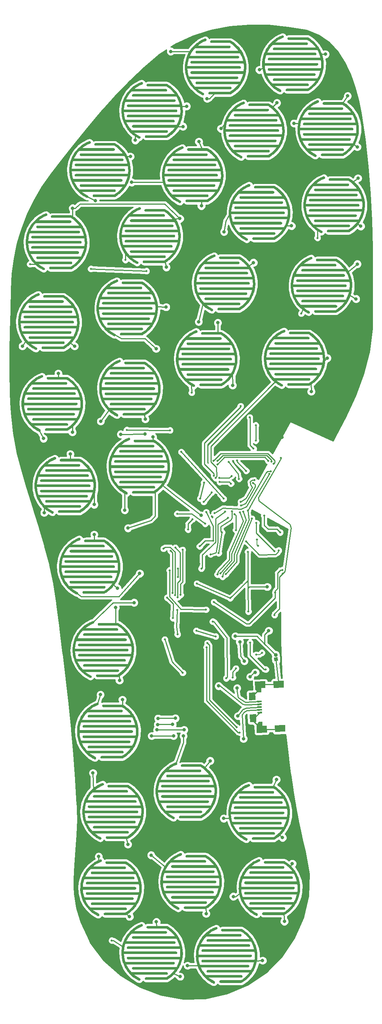
<source format=gtl>
G04 #@! TF.GenerationSoftware,KiCad,Pcbnew,(5.0.0)*
G04 #@! TF.CreationDate,2020-01-29T13:40:05+01:00*
G04 #@! TF.ProjectId,Insole_PCB,496E736F6C655F5043422E6B69636164,rev?*
G04 #@! TF.SameCoordinates,Original*
G04 #@! TF.FileFunction,Copper,L1,Top,Signal*
G04 #@! TF.FilePolarity,Positive*
%FSLAX46Y46*%
G04 Gerber Fmt 4.6, Leading zero omitted, Abs format (unit mm)*
G04 Created by KiCad (PCBNEW (5.0.0)) date 01/29/20 13:40:05*
%MOMM*%
%LPD*%
G01*
G04 APERTURE LIST*
G04 #@! TA.AperFunction,SMDPad,CuDef*
%ADD10C,0.500000*%
G04 #@! TD*
G04 #@! TA.AperFunction,Conductor*
%ADD11C,0.100000*%
G04 #@! TD*
G04 #@! TA.AperFunction,ComponentPad*
%ADD12C,0.850000*%
G04 #@! TD*
G04 #@! TA.AperFunction,Conductor*
%ADD13C,0.850000*%
G04 #@! TD*
G04 #@! TA.AperFunction,SMDPad,CuDef*
%ADD14C,1.600000*%
G04 #@! TD*
G04 #@! TA.AperFunction,SMDPad,CuDef*
%ADD15C,1.500000*%
G04 #@! TD*
G04 #@! TA.AperFunction,SMDPad,CuDef*
%ADD16C,0.400000*%
G04 #@! TD*
G04 #@! TA.AperFunction,ViaPad*
%ADD17C,0.800000*%
G04 #@! TD*
G04 #@! TA.AperFunction,ViaPad*
%ADD18C,0.500000*%
G04 #@! TD*
G04 #@! TA.AperFunction,ViaPad*
%ADD19C,0.600000*%
G04 #@! TD*
G04 #@! TA.AperFunction,Conductor*
%ADD20C,0.250000*%
G04 #@! TD*
G04 #@! TA.AperFunction,Conductor*
%ADD21C,0.160000*%
G04 #@! TD*
G04 #@! TA.AperFunction,Conductor*
%ADD22C,0.254000*%
G04 #@! TD*
G04 APERTURE END LIST*
D10*
G04 #@! TO.P,S9,1*
G04 #@! TO.N,/U2_Data*
X132469453Y-55480707D03*
D11*
G04 #@! TD*
G04 #@! TO.N,/U2_Data*
G04 #@! TO.C,S9*
G36*
X124365264Y-60580678D02*
X124336012Y-60578837D01*
X124307079Y-60574151D01*
X124278742Y-60566664D01*
X124251270Y-60556448D01*
X124224927Y-60543599D01*
X124199963Y-60528241D01*
X124176617Y-60510520D01*
X124155111Y-60490606D01*
X124135652Y-60468688D01*
X124118424Y-60444976D01*
X124103592Y-60419696D01*
X124091298Y-60393089D01*
X124081659Y-60365409D01*
X124074767Y-60336921D01*
X124070688Y-60307897D01*
X124069460Y-60278613D01*
X124071096Y-60249348D01*
X124075580Y-60220384D01*
X124082869Y-60191995D01*
X124092894Y-60164452D01*
X124105558Y-60138020D01*
X124120742Y-60112949D01*
X124138299Y-60089480D01*
X124158063Y-60067836D01*
X124179844Y-60048224D01*
X124203436Y-60030831D01*
X124228612Y-60015823D01*
X124255132Y-60003343D01*
X124282743Y-59993511D01*
X124311183Y-59986420D01*
X124340178Y-59982139D01*
X124369453Y-59980707D01*
X129085810Y-59980707D01*
X129346041Y-59823036D01*
X129872078Y-59445581D01*
X130356494Y-59020590D01*
X130797135Y-58550351D01*
X131081171Y-58180707D01*
X121369453Y-58180707D01*
X121365264Y-58180678D01*
X121336012Y-58178837D01*
X121307079Y-58174151D01*
X121278742Y-58166664D01*
X121251270Y-58156448D01*
X121224927Y-58143599D01*
X121199963Y-58128241D01*
X121176617Y-58110520D01*
X121155111Y-58090606D01*
X121135652Y-58068688D01*
X121118424Y-58044976D01*
X121103592Y-58019696D01*
X121091298Y-57993089D01*
X121081659Y-57965409D01*
X121074767Y-57936921D01*
X121070688Y-57907897D01*
X121069460Y-57878613D01*
X121071096Y-57849348D01*
X121075580Y-57820384D01*
X121082869Y-57791995D01*
X121092894Y-57764452D01*
X121105558Y-57738020D01*
X121120742Y-57712949D01*
X121138299Y-57689480D01*
X121158063Y-57667836D01*
X121179844Y-57648224D01*
X121203436Y-57630831D01*
X121228612Y-57615823D01*
X121255132Y-57603343D01*
X121282743Y-57593511D01*
X121311183Y-57586420D01*
X121340178Y-57582139D01*
X121369453Y-57580707D01*
X131475700Y-57580707D01*
X131530697Y-57492484D01*
X131816617Y-56914953D01*
X132044810Y-56312292D01*
X132188629Y-55780707D01*
X120169453Y-55780707D01*
X120165264Y-55780678D01*
X120136012Y-55778837D01*
X120107079Y-55774151D01*
X120078742Y-55766664D01*
X120051270Y-55756448D01*
X120024927Y-55743599D01*
X119999963Y-55728241D01*
X119976617Y-55710520D01*
X119955111Y-55690606D01*
X119935652Y-55668688D01*
X119918424Y-55644976D01*
X119903592Y-55619696D01*
X119891298Y-55593089D01*
X119881659Y-55565409D01*
X119874767Y-55536921D01*
X119870688Y-55507897D01*
X119869460Y-55478613D01*
X119871096Y-55449348D01*
X119875580Y-55420384D01*
X119882869Y-55391995D01*
X119892894Y-55364452D01*
X119905558Y-55338020D01*
X119920742Y-55312949D01*
X119938299Y-55289480D01*
X119958063Y-55267836D01*
X119979844Y-55248224D01*
X120003436Y-55230831D01*
X120028612Y-55215823D01*
X120055132Y-55203343D01*
X120082743Y-55193511D01*
X120111183Y-55186420D01*
X120140178Y-55182139D01*
X120169453Y-55180707D01*
X132298728Y-55180707D01*
X132319902Y-55054701D01*
X132364168Y-54411803D01*
X132345485Y-53767639D01*
X132296185Y-53380707D01*
X120169453Y-53380707D01*
X120165264Y-53380678D01*
X120136012Y-53378837D01*
X120107079Y-53374151D01*
X120078742Y-53366664D01*
X120051270Y-53356448D01*
X120024927Y-53343599D01*
X119999963Y-53328241D01*
X119976617Y-53310520D01*
X119955111Y-53290606D01*
X119935652Y-53268688D01*
X119918424Y-53244976D01*
X119903592Y-53219696D01*
X119891298Y-53193089D01*
X119881659Y-53165409D01*
X119874767Y-53136921D01*
X119870688Y-53107897D01*
X119869460Y-53078613D01*
X119871096Y-53049348D01*
X119875580Y-53020384D01*
X119882869Y-52991995D01*
X119892894Y-52964452D01*
X119905558Y-52938020D01*
X119920742Y-52912949D01*
X119938299Y-52889480D01*
X119958063Y-52867836D01*
X119979844Y-52848224D01*
X120003436Y-52830831D01*
X120028612Y-52815823D01*
X120055132Y-52803343D01*
X120082743Y-52793511D01*
X120111183Y-52786420D01*
X120140178Y-52782139D01*
X120169453Y-52780707D01*
X132184654Y-52780707D01*
X132120589Y-52500114D01*
X131916522Y-51888851D01*
X131653786Y-51300425D01*
X131471708Y-50980707D01*
X121369453Y-50980707D01*
X121365264Y-50980678D01*
X121336012Y-50978837D01*
X121307079Y-50974151D01*
X121278742Y-50966664D01*
X121251270Y-50956448D01*
X121224927Y-50943599D01*
X121199963Y-50928241D01*
X121176617Y-50910520D01*
X121155111Y-50890606D01*
X121135652Y-50868688D01*
X121118424Y-50844976D01*
X121103592Y-50819696D01*
X121091298Y-50793089D01*
X121081659Y-50765409D01*
X121074767Y-50736921D01*
X121070688Y-50707897D01*
X121069460Y-50678613D01*
X121071096Y-50649348D01*
X121075580Y-50620384D01*
X121082869Y-50591995D01*
X121092894Y-50564452D01*
X121105558Y-50538020D01*
X121120742Y-50512949D01*
X121138299Y-50489480D01*
X121158063Y-50467836D01*
X121179844Y-50448224D01*
X121203436Y-50430831D01*
X121228612Y-50415823D01*
X121255132Y-50403343D01*
X121282743Y-50393511D01*
X121311183Y-50386420D01*
X121340178Y-50382139D01*
X121369453Y-50380707D01*
X131080538Y-50380707D01*
X130962845Y-50214243D01*
X130541238Y-49726861D01*
X130074088Y-49282951D01*
X129565850Y-48886745D01*
X129082469Y-48580707D01*
X124769453Y-48580707D01*
X124765264Y-48580678D01*
X124736012Y-48578837D01*
X124707079Y-48574151D01*
X124678742Y-48566664D01*
X124651270Y-48556448D01*
X124624927Y-48543599D01*
X124599963Y-48528241D01*
X124576617Y-48510520D01*
X124555111Y-48490606D01*
X124535652Y-48468688D01*
X124518424Y-48444976D01*
X124503592Y-48419696D01*
X124491298Y-48393089D01*
X124481659Y-48365409D01*
X124474767Y-48336921D01*
X124470688Y-48307897D01*
X124469460Y-48278613D01*
X124471096Y-48249348D01*
X124475580Y-48220384D01*
X124482869Y-48191995D01*
X124492894Y-48164452D01*
X124505558Y-48138020D01*
X124520742Y-48112949D01*
X124538299Y-48089480D01*
X124558063Y-48067836D01*
X124579844Y-48048224D01*
X124603436Y-48030831D01*
X124628612Y-48015823D01*
X124655132Y-48003343D01*
X124682743Y-47993511D01*
X124711183Y-47986420D01*
X124740178Y-47982139D01*
X124769453Y-47980707D01*
X129169453Y-47980707D01*
X129173642Y-47980736D01*
X129182897Y-47981318D01*
X129192149Y-47981567D01*
X129197507Y-47982238D01*
X129202894Y-47982577D01*
X129212030Y-47984057D01*
X129221232Y-47985209D01*
X129226504Y-47986401D01*
X129231827Y-47987263D01*
X129240779Y-47989628D01*
X129249819Y-47991672D01*
X129254946Y-47993371D01*
X129260164Y-47994750D01*
X129268845Y-47997978D01*
X129277642Y-48000894D01*
X129282572Y-48003083D01*
X129287636Y-48004966D01*
X129295978Y-48009035D01*
X129304429Y-48012787D01*
X129309118Y-48015444D01*
X129313979Y-48017815D01*
X129321875Y-48022673D01*
X129329930Y-48027237D01*
X129899201Y-48387654D01*
X129902725Y-48389919D01*
X129912918Y-48397308D01*
X129923170Y-48404524D01*
X130454553Y-48818773D01*
X130457839Y-48821371D01*
X130467248Y-48829707D01*
X130476761Y-48837901D01*
X130965184Y-49302026D01*
X130968200Y-49304932D01*
X130976732Y-49314126D01*
X130985419Y-49323229D01*
X131426221Y-49832801D01*
X131428940Y-49835988D01*
X131436544Y-49845984D01*
X131444291Y-49855878D01*
X131833263Y-50406034D01*
X131835657Y-50409471D01*
X131842241Y-50420148D01*
X131848994Y-50430764D01*
X132182425Y-51016250D01*
X132184473Y-51019904D01*
X132190000Y-51031206D01*
X132195668Y-51042397D01*
X132470373Y-51657626D01*
X132472055Y-51661463D01*
X132476459Y-51673268D01*
X132481001Y-51684941D01*
X132694360Y-52324040D01*
X132695659Y-52328023D01*
X132698875Y-52340141D01*
X132702273Y-52352262D01*
X132852248Y-53009131D01*
X132853152Y-53013221D01*
X132855179Y-53025655D01*
X132857368Y-53037991D01*
X132942528Y-53706359D01*
X132943029Y-53710518D01*
X132943832Y-53723070D01*
X132944808Y-53735580D01*
X132964341Y-54409070D01*
X132964433Y-54413258D01*
X132964008Y-54425808D01*
X132963758Y-54438374D01*
X132917476Y-55110555D01*
X132917160Y-55114732D01*
X132915507Y-55127220D01*
X132914037Y-55139662D01*
X132802383Y-55804120D01*
X132801660Y-55808246D01*
X132798812Y-55820447D01*
X132796120Y-55832753D01*
X132620158Y-56483143D01*
X132619036Y-56487179D01*
X132614991Y-56499100D01*
X132611130Y-56511027D01*
X132372543Y-57141143D01*
X132371032Y-57145050D01*
X132365850Y-57156506D01*
X132360837Y-57168014D01*
X132061899Y-57771841D01*
X132060014Y-57775582D01*
X132053744Y-57786467D01*
X132047627Y-57797441D01*
X131691193Y-58369213D01*
X131688952Y-58372753D01*
X131681646Y-58382981D01*
X131674491Y-58393298D01*
X131263962Y-58927562D01*
X131261387Y-58930866D01*
X131253095Y-58940358D01*
X131244990Y-58949902D01*
X130784286Y-59441553D01*
X130781400Y-59444590D01*
X130772259Y-59453192D01*
X130763224Y-59461936D01*
X130256742Y-59906285D01*
X130253574Y-59909026D01*
X130243636Y-59916696D01*
X130233791Y-59924516D01*
X129686365Y-60317319D01*
X129682944Y-60319738D01*
X129674844Y-60324811D01*
X129666926Y-60330154D01*
X129327260Y-60535954D01*
X129323663Y-60538100D01*
X129317119Y-60541522D01*
X129310294Y-60545591D01*
X129300767Y-60550074D01*
X129297691Y-60551683D01*
X129295260Y-60552666D01*
X129283774Y-60558071D01*
X129256163Y-60567903D01*
X129227723Y-60574994D01*
X129198728Y-60579275D01*
X129169453Y-60580707D01*
X124369453Y-60580707D01*
X124365264Y-60580678D01*
X124365264Y-60580678D01*
G37*
D10*
G04 #@! TO.P,S9,2*
G04 #@! TO.N,/U2_A1*
X118969453Y-54280707D03*
D11*
G04 #@! TD*
G04 #@! TO.N,/U2_A1*
G04 #@! TO.C,S9*
G36*
X122736944Y-60778940D02*
X122707997Y-60774345D01*
X122679635Y-60766946D01*
X122652133Y-60756815D01*
X122625749Y-60744049D01*
X122035053Y-60421710D01*
X122031390Y-60419678D01*
X122020760Y-60412978D01*
X122010041Y-60406430D01*
X121453619Y-60027988D01*
X121450172Y-60025608D01*
X121440269Y-60017921D01*
X121430218Y-60010341D01*
X120913380Y-59579407D01*
X120910181Y-59576702D01*
X120901067Y-59568077D01*
X120891812Y-59559560D01*
X120419494Y-59080249D01*
X120416575Y-59077245D01*
X120408346Y-59067771D01*
X120399966Y-59058392D01*
X119976674Y-58535278D01*
X119974062Y-58532003D01*
X119966811Y-58521791D01*
X119959372Y-58511620D01*
X119589147Y-57949697D01*
X119586867Y-57946183D01*
X119580621Y-57935268D01*
X119574237Y-57924463D01*
X119260613Y-57329094D01*
X119258686Y-57325374D01*
X119253538Y-57313907D01*
X119248235Y-57302525D01*
X118994206Y-56679394D01*
X118992652Y-56675504D01*
X118988643Y-56663575D01*
X118984481Y-56651744D01*
X118792471Y-56006798D01*
X118791303Y-56002774D01*
X118788476Y-55990506D01*
X118785490Y-55978331D01*
X118657332Y-55317725D01*
X118656563Y-55313607D01*
X118654953Y-55301173D01*
X118653162Y-55288713D01*
X118590080Y-54618754D01*
X118589716Y-54614581D01*
X118589326Y-54602026D01*
X118588761Y-54589474D01*
X118591357Y-53916557D01*
X118591402Y-53912368D01*
X118592241Y-53899814D01*
X118592902Y-53887288D01*
X118661150Y-53217836D01*
X118661604Y-53213671D01*
X118663656Y-53201308D01*
X118665543Y-53188857D01*
X118798793Y-52529259D01*
X118799651Y-52525159D01*
X118802916Y-52512994D01*
X118805994Y-52500848D01*
X119002973Y-51857401D01*
X119004227Y-51853404D01*
X119008647Y-51841658D01*
X119012911Y-51829828D01*
X119271739Y-51208674D01*
X119273377Y-51204819D01*
X119278923Y-51193558D01*
X119284321Y-51182202D01*
X119602528Y-50589270D01*
X119604534Y-50585593D01*
X119611168Y-50574903D01*
X119617633Y-50564152D01*
X119992182Y-50005101D01*
X119994538Y-50001637D01*
X120002163Y-49991672D01*
X120009666Y-49981577D01*
X120436981Y-49461744D01*
X120439663Y-49458526D01*
X120448229Y-49449348D01*
X120456677Y-49440038D01*
X120932679Y-48964385D01*
X120935662Y-48961445D01*
X120945090Y-48953139D01*
X120954399Y-48944705D01*
X121474545Y-48517771D01*
X121477801Y-48515136D01*
X121487986Y-48507796D01*
X121498082Y-48500304D01*
X122057407Y-48126166D01*
X122060905Y-48123861D01*
X122071767Y-48117545D01*
X122082536Y-48111079D01*
X122675700Y-47793306D01*
X122679407Y-47791354D01*
X122689857Y-47786575D01*
X122700251Y-47781554D01*
X123231328Y-47556356D01*
X123235196Y-47554747D01*
X123262845Y-47545022D01*
X123291312Y-47538041D01*
X123320323Y-47533871D01*
X123349603Y-47532552D01*
X123378872Y-47534097D01*
X123407851Y-47538490D01*
X123436263Y-47545691D01*
X123463836Y-47555629D01*
X123490308Y-47568211D01*
X123515426Y-47583316D01*
X123538950Y-47600800D01*
X123560656Y-47620496D01*
X123580336Y-47642216D01*
X123597803Y-47665753D01*
X123612889Y-47690882D01*
X123625451Y-47717363D01*
X123635370Y-47744944D01*
X123642549Y-47773360D01*
X123646922Y-47802342D01*
X123648445Y-47831613D01*
X123647105Y-47860892D01*
X123642913Y-47889901D01*
X123635911Y-47918362D01*
X123626165Y-47946004D01*
X123613769Y-47972563D01*
X123598839Y-47997786D01*
X123581520Y-48021432D01*
X123561977Y-48043274D01*
X123540395Y-48063105D01*
X123516980Y-48080737D01*
X123491957Y-48095997D01*
X123465564Y-48108744D01*
X122947037Y-48328621D01*
X122378798Y-48633041D01*
X121843872Y-48990859D01*
X121612576Y-49180707D01*
X128969453Y-49180707D01*
X128973642Y-49180736D01*
X129002894Y-49182577D01*
X129031827Y-49187263D01*
X129060164Y-49194750D01*
X129087636Y-49204966D01*
X129113979Y-49217815D01*
X129138943Y-49233173D01*
X129162289Y-49250894D01*
X129183795Y-49270808D01*
X129203254Y-49292726D01*
X129220482Y-49316438D01*
X129235314Y-49341718D01*
X129247608Y-49368325D01*
X129257247Y-49396005D01*
X129264139Y-49424493D01*
X129268218Y-49453517D01*
X129269446Y-49482801D01*
X129267810Y-49512066D01*
X129263326Y-49541030D01*
X129256037Y-49569419D01*
X129246012Y-49596962D01*
X129233348Y-49623394D01*
X129218164Y-49648465D01*
X129200607Y-49671934D01*
X129180843Y-49693578D01*
X129159062Y-49713190D01*
X129135470Y-49730583D01*
X129110294Y-49745591D01*
X129083774Y-49758071D01*
X129056163Y-49767903D01*
X129027723Y-49774994D01*
X128998728Y-49779275D01*
X128969453Y-49780707D01*
X120969453Y-49780707D01*
X120965264Y-49780678D01*
X120964664Y-49780640D01*
X120891162Y-49854088D01*
X120482484Y-50351250D01*
X120124268Y-50885922D01*
X119819939Y-51452995D01*
X119766722Y-51580707D01*
X130969453Y-51580707D01*
X130973642Y-51580736D01*
X131002894Y-51582577D01*
X131031827Y-51587263D01*
X131060164Y-51594750D01*
X131087636Y-51604966D01*
X131113979Y-51617815D01*
X131138943Y-51633173D01*
X131162289Y-51650894D01*
X131183795Y-51670808D01*
X131203254Y-51692726D01*
X131220482Y-51716438D01*
X131235314Y-51741718D01*
X131247608Y-51768325D01*
X131257247Y-51796005D01*
X131264139Y-51824493D01*
X131268218Y-51853517D01*
X131269446Y-51882801D01*
X131267810Y-51912066D01*
X131263326Y-51941030D01*
X131256037Y-51969419D01*
X131246012Y-51996962D01*
X131233348Y-52023394D01*
X131218164Y-52048465D01*
X131200607Y-52071934D01*
X131180843Y-52093578D01*
X131159062Y-52113190D01*
X131135470Y-52130583D01*
X131110294Y-52145591D01*
X131083774Y-52158071D01*
X131056163Y-52167903D01*
X131027723Y-52174994D01*
X130998728Y-52179275D01*
X130969453Y-52180707D01*
X119531484Y-52180707D01*
X119384009Y-52662446D01*
X119256567Y-53293290D01*
X119191296Y-53933540D01*
X119191114Y-53980707D01*
X131369453Y-53980707D01*
X131373642Y-53980736D01*
X131402894Y-53982577D01*
X131431827Y-53987263D01*
X131460164Y-53994750D01*
X131487636Y-54004966D01*
X131513979Y-54017815D01*
X131538943Y-54033173D01*
X131562289Y-54050894D01*
X131583795Y-54070808D01*
X131603254Y-54092726D01*
X131620482Y-54116438D01*
X131635314Y-54141718D01*
X131647608Y-54168325D01*
X131657247Y-54196005D01*
X131664139Y-54224493D01*
X131668218Y-54253517D01*
X131669446Y-54282801D01*
X131667810Y-54312066D01*
X131663326Y-54341030D01*
X131656037Y-54369419D01*
X131646012Y-54396962D01*
X131633348Y-54423394D01*
X131618164Y-54448465D01*
X131600607Y-54471934D01*
X131580843Y-54493578D01*
X131559062Y-54513190D01*
X131535470Y-54530583D01*
X131510294Y-54545591D01*
X131483774Y-54558071D01*
X131456163Y-54567903D01*
X131427723Y-54574994D01*
X131398728Y-54579275D01*
X131369453Y-54580707D01*
X119189152Y-54580707D01*
X119249145Y-55217861D01*
X119371714Y-55849658D01*
X119529815Y-56380707D01*
X130769453Y-56380707D01*
X130773642Y-56380736D01*
X130802894Y-56382577D01*
X130831827Y-56387263D01*
X130860164Y-56394750D01*
X130887636Y-56404966D01*
X130913979Y-56417815D01*
X130938943Y-56433173D01*
X130962289Y-56450894D01*
X130983795Y-56470808D01*
X131003254Y-56492726D01*
X131020482Y-56516438D01*
X131035314Y-56541718D01*
X131047608Y-56568325D01*
X131057247Y-56596005D01*
X131064139Y-56624493D01*
X131068218Y-56653517D01*
X131069446Y-56682801D01*
X131067810Y-56712066D01*
X131063326Y-56741030D01*
X131056037Y-56769419D01*
X131046012Y-56796962D01*
X131033348Y-56823394D01*
X131018164Y-56848465D01*
X131000607Y-56871934D01*
X130980843Y-56893578D01*
X130959062Y-56913190D01*
X130935470Y-56930583D01*
X130910294Y-56945591D01*
X130883774Y-56958071D01*
X130856163Y-56967903D01*
X130827723Y-56974994D01*
X130798728Y-56979275D01*
X130769453Y-56980707D01*
X119764983Y-56980707D01*
X119798300Y-57062434D01*
X120098245Y-57631837D01*
X120452334Y-58169269D01*
X120857167Y-58669569D01*
X120966811Y-58780836D01*
X120969453Y-58780707D01*
X129169453Y-58780707D01*
X129173642Y-58780736D01*
X129202894Y-58782577D01*
X129231827Y-58787263D01*
X129260164Y-58794750D01*
X129287636Y-58804966D01*
X129313979Y-58817815D01*
X129338943Y-58833173D01*
X129362289Y-58850894D01*
X129383795Y-58870808D01*
X129403254Y-58892726D01*
X129420482Y-58916438D01*
X129435314Y-58941718D01*
X129447608Y-58968325D01*
X129457247Y-58996005D01*
X129464139Y-59024493D01*
X129468218Y-59053517D01*
X129469446Y-59082801D01*
X129467810Y-59112066D01*
X129463326Y-59141030D01*
X129456037Y-59169419D01*
X129446012Y-59196962D01*
X129433348Y-59223394D01*
X129418164Y-59248465D01*
X129400607Y-59271934D01*
X129380843Y-59293578D01*
X129359062Y-59313190D01*
X129335470Y-59330583D01*
X129310294Y-59345591D01*
X129283774Y-59358071D01*
X129256163Y-59367903D01*
X129227723Y-59374994D01*
X129198728Y-59379275D01*
X129169453Y-59380707D01*
X121611998Y-59380707D01*
X121803185Y-59540117D01*
X122335340Y-59902054D01*
X122913157Y-60217365D01*
X122916820Y-60219397D01*
X122941616Y-60235025D01*
X122964769Y-60252998D01*
X122986057Y-60273144D01*
X123005279Y-60295271D01*
X123022248Y-60319168D01*
X123036805Y-60344608D01*
X123048809Y-60371347D01*
X123058149Y-60399129D01*
X123064731Y-60427690D01*
X123068495Y-60456757D01*
X123069405Y-60486053D01*
X123067452Y-60515297D01*
X123062654Y-60544212D01*
X123055058Y-60572521D01*
X123044736Y-60599952D01*
X123031786Y-60626246D01*
X123016332Y-60651151D01*
X122998521Y-60674428D01*
X122978524Y-60695857D01*
X122956531Y-60715232D01*
X122932753Y-60732368D01*
X122907415Y-60747102D01*
X122880761Y-60759293D01*
X122853045Y-60768825D01*
X122824531Y-60775608D01*
X122795490Y-60779574D01*
X122766201Y-60780689D01*
X122736944Y-60778940D01*
X122736944Y-60778940D01*
G37*
D12*
G04 #@! TO.P,J2,2*
G04 #@! TO.N,+BATT*
X154639697Y-181233143D03*
D13*
G04 #@! TD*
G04 #@! TO.N,+BATT*
G04 #@! TO.C,J2*
X154639697Y-181233143D02*
X154639697Y-181233143D01*
D12*
G04 #@! TO.P,J2,1*
G04 #@! TO.N,-BATT*
X154709453Y-182230707D03*
D11*
G04 #@! TD*
G04 #@! TO.N,-BATT*
G04 #@! TO.C,J2*
G36*
X154315135Y-182684318D02*
X154255842Y-181836389D01*
X155103771Y-181777096D01*
X155163064Y-182625025D01*
X154315135Y-182684318D01*
X154315135Y-182684318D01*
G37*
D14*
G04 #@! TO.P,J1,6*
G04 #@! TO.N,-BATT*
X151019559Y-188194613D03*
D11*
G04 #@! TD*
G04 #@! TO.N,-BATT*
G04 #@! TO.C,J1*
G36*
X151247357Y-188987146D02*
X151280511Y-189936567D01*
X150480999Y-189964487D01*
X149856062Y-189260868D01*
X149792370Y-187436980D01*
X152190908Y-187353221D01*
X152246748Y-188952246D01*
X151247357Y-188987146D01*
X151247357Y-188987146D01*
G37*
D14*
G04 #@! TO.P,J1,6*
G04 #@! TO.N,-BATT*
X151382514Y-198588278D03*
D11*
G04 #@! TD*
G04 #@! TO.N,-BATT*
G04 #@! TO.C,J1*
G36*
X150211165Y-199429670D02*
X150147473Y-197605782D01*
X150721805Y-196860284D01*
X151521318Y-196832364D01*
X151554473Y-197781785D01*
X152553863Y-197746886D01*
X152609703Y-199345911D01*
X150211165Y-199429670D01*
X150211165Y-199429670D01*
G37*
D15*
G04 #@! TO.P,J1,6*
G04 #@! TO.N,-BATT*
X149341218Y-196007946D03*
D11*
G04 #@! TD*
G04 #@! TO.N,-BATT*
G04 #@! TO.C,J1*
G36*
X148560265Y-195134669D02*
X150059352Y-195082320D01*
X150122171Y-196881223D01*
X148623084Y-196933572D01*
X148560265Y-195134669D01*
X148560265Y-195134669D01*
G37*
D15*
G04 #@! TO.P,J1,6*
G04 #@! TO.N,-BATT*
X149163231Y-190911053D03*
D11*
G04 #@! TD*
G04 #@! TO.N,-BATT*
G04 #@! TO.C,J1*
G36*
X148382278Y-190037776D02*
X149881365Y-189985427D01*
X149944184Y-191784330D01*
X148445097Y-191836679D01*
X148382278Y-190037776D01*
X148382278Y-190037776D01*
G37*
D14*
G04 #@! TO.P,J1,6*
G04 #@! TO.N,-BATT*
X155678150Y-198388241D03*
D11*
G04 #@! TD*
G04 #@! TO.N,-BATT*
G04 #@! TO.C,J1*
G36*
X154450961Y-197630608D02*
X156849499Y-197546849D01*
X156905339Y-199145874D01*
X154506801Y-199229633D01*
X154450961Y-197630608D01*
X154450961Y-197630608D01*
G37*
D14*
G04 #@! TO.P,J1,6*
G04 #@! TO.N,-BATT*
X155318685Y-188094515D03*
D11*
G04 #@! TD*
G04 #@! TO.N,-BATT*
G04 #@! TO.C,J1*
G36*
X154091496Y-187336882D02*
X156490034Y-187253123D01*
X156545874Y-188852148D01*
X154147336Y-188935907D01*
X154091496Y-187336882D01*
X154091496Y-187336882D01*
G37*
D16*
G04 #@! TO.P,J1,5*
G04 #@! TO.N,-BATT*
X150921604Y-194701996D03*
D11*
G04 #@! TD*
G04 #@! TO.N,-BATT*
G04 #@! TO.C,J1*
G36*
X150389944Y-194520440D02*
X151439304Y-194483796D01*
X151453264Y-194883552D01*
X150403904Y-194920196D01*
X150389944Y-194520440D01*
X150389944Y-194520440D01*
G37*
D16*
G04 #@! TO.P,J1,4*
G04 #@! TO.N,/P0.7_USB*
X150898920Y-194052392D03*
D11*
G04 #@! TD*
G04 #@! TO.N,/P0.7_USB*
G04 #@! TO.C,J1*
G36*
X150367260Y-193870836D02*
X151416620Y-193834192D01*
X151430580Y-194233948D01*
X150381220Y-194270592D01*
X150367260Y-193870836D01*
X150367260Y-193870836D01*
G37*
D16*
G04 #@! TO.P,J1,3*
G04 #@! TO.N,/P0.6_USB*
X150876235Y-193402788D03*
D11*
G04 #@! TD*
G04 #@! TO.N,/P0.6_USB*
G04 #@! TO.C,J1*
G36*
X150344575Y-193221232D02*
X151393935Y-193184588D01*
X151407895Y-193584344D01*
X150358535Y-193620988D01*
X150344575Y-193221232D01*
X150344575Y-193221232D01*
G37*
D16*
G04 #@! TO.P,J1,2*
G04 #@! TO.N,/XRES_USB*
X150853550Y-192753184D03*
D11*
G04 #@! TD*
G04 #@! TO.N,/XRES_USB*
G04 #@! TO.C,J1*
G36*
X150321890Y-192571628D02*
X151371250Y-192534984D01*
X151385210Y-192934740D01*
X150335850Y-192971384D01*
X150321890Y-192571628D01*
X150321890Y-192571628D01*
G37*
D16*
G04 #@! TO.P,J1,1*
G04 #@! TO.N,+5V*
X150830865Y-192103580D03*
D11*
G04 #@! TD*
G04 #@! TO.N,+5V*
G04 #@! TO.C,J1*
G36*
X150299205Y-191922024D02*
X151348565Y-191885380D01*
X151362525Y-192285136D01*
X150313165Y-192321780D01*
X150299205Y-191922024D01*
X150299205Y-191922024D01*
G37*
D10*
G04 #@! TO.P,S0,1*
G04 #@! TO.N,/U1_Data*
X165739453Y-113320707D03*
D11*
G04 #@! TD*
G04 #@! TO.N,/U1_Data*
G04 #@! TO.C,S0*
G36*
X157635264Y-118420678D02*
X157606012Y-118418837D01*
X157577079Y-118414151D01*
X157548742Y-118406664D01*
X157521270Y-118396448D01*
X157494927Y-118383599D01*
X157469963Y-118368241D01*
X157446617Y-118350520D01*
X157425111Y-118330606D01*
X157405652Y-118308688D01*
X157388424Y-118284976D01*
X157373592Y-118259696D01*
X157361298Y-118233089D01*
X157351659Y-118205409D01*
X157344767Y-118176921D01*
X157340688Y-118147897D01*
X157339460Y-118118613D01*
X157341096Y-118089348D01*
X157345580Y-118060384D01*
X157352869Y-118031995D01*
X157362894Y-118004452D01*
X157375558Y-117978020D01*
X157390742Y-117952949D01*
X157408299Y-117929480D01*
X157428063Y-117907836D01*
X157449844Y-117888224D01*
X157473436Y-117870831D01*
X157498612Y-117855823D01*
X157525132Y-117843343D01*
X157552743Y-117833511D01*
X157581183Y-117826420D01*
X157610178Y-117822139D01*
X157639453Y-117820707D01*
X162355810Y-117820707D01*
X162616041Y-117663036D01*
X163142078Y-117285581D01*
X163626494Y-116860590D01*
X164067135Y-116390351D01*
X164351171Y-116020707D01*
X154639453Y-116020707D01*
X154635264Y-116020678D01*
X154606012Y-116018837D01*
X154577079Y-116014151D01*
X154548742Y-116006664D01*
X154521270Y-115996448D01*
X154494927Y-115983599D01*
X154469963Y-115968241D01*
X154446617Y-115950520D01*
X154425111Y-115930606D01*
X154405652Y-115908688D01*
X154388424Y-115884976D01*
X154373592Y-115859696D01*
X154361298Y-115833089D01*
X154351659Y-115805409D01*
X154344767Y-115776921D01*
X154340688Y-115747897D01*
X154339460Y-115718613D01*
X154341096Y-115689348D01*
X154345580Y-115660384D01*
X154352869Y-115631995D01*
X154362894Y-115604452D01*
X154375558Y-115578020D01*
X154390742Y-115552949D01*
X154408299Y-115529480D01*
X154428063Y-115507836D01*
X154449844Y-115488224D01*
X154473436Y-115470831D01*
X154498612Y-115455823D01*
X154525132Y-115443343D01*
X154552743Y-115433511D01*
X154581183Y-115426420D01*
X154610178Y-115422139D01*
X154639453Y-115420707D01*
X164745700Y-115420707D01*
X164800697Y-115332484D01*
X165086617Y-114754953D01*
X165314810Y-114152292D01*
X165458629Y-113620707D01*
X153439453Y-113620707D01*
X153435264Y-113620678D01*
X153406012Y-113618837D01*
X153377079Y-113614151D01*
X153348742Y-113606664D01*
X153321270Y-113596448D01*
X153294927Y-113583599D01*
X153269963Y-113568241D01*
X153246617Y-113550520D01*
X153225111Y-113530606D01*
X153205652Y-113508688D01*
X153188424Y-113484976D01*
X153173592Y-113459696D01*
X153161298Y-113433089D01*
X153151659Y-113405409D01*
X153144767Y-113376921D01*
X153140688Y-113347897D01*
X153139460Y-113318613D01*
X153141096Y-113289348D01*
X153145580Y-113260384D01*
X153152869Y-113231995D01*
X153162894Y-113204452D01*
X153175558Y-113178020D01*
X153190742Y-113152949D01*
X153208299Y-113129480D01*
X153228063Y-113107836D01*
X153249844Y-113088224D01*
X153273436Y-113070831D01*
X153298612Y-113055823D01*
X153325132Y-113043343D01*
X153352743Y-113033511D01*
X153381183Y-113026420D01*
X153410178Y-113022139D01*
X153439453Y-113020707D01*
X165568728Y-113020707D01*
X165589902Y-112894701D01*
X165634168Y-112251803D01*
X165615485Y-111607639D01*
X165566185Y-111220707D01*
X153439453Y-111220707D01*
X153435264Y-111220678D01*
X153406012Y-111218837D01*
X153377079Y-111214151D01*
X153348742Y-111206664D01*
X153321270Y-111196448D01*
X153294927Y-111183599D01*
X153269963Y-111168241D01*
X153246617Y-111150520D01*
X153225111Y-111130606D01*
X153205652Y-111108688D01*
X153188424Y-111084976D01*
X153173592Y-111059696D01*
X153161298Y-111033089D01*
X153151659Y-111005409D01*
X153144767Y-110976921D01*
X153140688Y-110947897D01*
X153139460Y-110918613D01*
X153141096Y-110889348D01*
X153145580Y-110860384D01*
X153152869Y-110831995D01*
X153162894Y-110804452D01*
X153175558Y-110778020D01*
X153190742Y-110752949D01*
X153208299Y-110729480D01*
X153228063Y-110707836D01*
X153249844Y-110688224D01*
X153273436Y-110670831D01*
X153298612Y-110655823D01*
X153325132Y-110643343D01*
X153352743Y-110633511D01*
X153381183Y-110626420D01*
X153410178Y-110622139D01*
X153439453Y-110620707D01*
X165454654Y-110620707D01*
X165390589Y-110340114D01*
X165186522Y-109728851D01*
X164923786Y-109140425D01*
X164741708Y-108820707D01*
X154639453Y-108820707D01*
X154635264Y-108820678D01*
X154606012Y-108818837D01*
X154577079Y-108814151D01*
X154548742Y-108806664D01*
X154521270Y-108796448D01*
X154494927Y-108783599D01*
X154469963Y-108768241D01*
X154446617Y-108750520D01*
X154425111Y-108730606D01*
X154405652Y-108708688D01*
X154388424Y-108684976D01*
X154373592Y-108659696D01*
X154361298Y-108633089D01*
X154351659Y-108605409D01*
X154344767Y-108576921D01*
X154340688Y-108547897D01*
X154339460Y-108518613D01*
X154341096Y-108489348D01*
X154345580Y-108460384D01*
X154352869Y-108431995D01*
X154362894Y-108404452D01*
X154375558Y-108378020D01*
X154390742Y-108352949D01*
X154408299Y-108329480D01*
X154428063Y-108307836D01*
X154449844Y-108288224D01*
X154473436Y-108270831D01*
X154498612Y-108255823D01*
X154525132Y-108243343D01*
X154552743Y-108233511D01*
X154581183Y-108226420D01*
X154610178Y-108222139D01*
X154639453Y-108220707D01*
X164350538Y-108220707D01*
X164232845Y-108054243D01*
X163811238Y-107566861D01*
X163344088Y-107122951D01*
X162835850Y-106726745D01*
X162352469Y-106420707D01*
X158039453Y-106420707D01*
X158035264Y-106420678D01*
X158006012Y-106418837D01*
X157977079Y-106414151D01*
X157948742Y-106406664D01*
X157921270Y-106396448D01*
X157894927Y-106383599D01*
X157869963Y-106368241D01*
X157846617Y-106350520D01*
X157825111Y-106330606D01*
X157805652Y-106308688D01*
X157788424Y-106284976D01*
X157773592Y-106259696D01*
X157761298Y-106233089D01*
X157751659Y-106205409D01*
X157744767Y-106176921D01*
X157740688Y-106147897D01*
X157739460Y-106118613D01*
X157741096Y-106089348D01*
X157745580Y-106060384D01*
X157752869Y-106031995D01*
X157762894Y-106004452D01*
X157775558Y-105978020D01*
X157790742Y-105952949D01*
X157808299Y-105929480D01*
X157828063Y-105907836D01*
X157849844Y-105888224D01*
X157873436Y-105870831D01*
X157898612Y-105855823D01*
X157925132Y-105843343D01*
X157952743Y-105833511D01*
X157981183Y-105826420D01*
X158010178Y-105822139D01*
X158039453Y-105820707D01*
X162439453Y-105820707D01*
X162443642Y-105820736D01*
X162452897Y-105821318D01*
X162462149Y-105821567D01*
X162467507Y-105822238D01*
X162472894Y-105822577D01*
X162482030Y-105824057D01*
X162491232Y-105825209D01*
X162496504Y-105826401D01*
X162501827Y-105827263D01*
X162510779Y-105829628D01*
X162519819Y-105831672D01*
X162524946Y-105833371D01*
X162530164Y-105834750D01*
X162538845Y-105837978D01*
X162547642Y-105840894D01*
X162552572Y-105843083D01*
X162557636Y-105844966D01*
X162565978Y-105849035D01*
X162574429Y-105852787D01*
X162579118Y-105855444D01*
X162583979Y-105857815D01*
X162591875Y-105862673D01*
X162599930Y-105867237D01*
X163169201Y-106227654D01*
X163172725Y-106229919D01*
X163182918Y-106237308D01*
X163193170Y-106244524D01*
X163724553Y-106658773D01*
X163727839Y-106661371D01*
X163737248Y-106669707D01*
X163746761Y-106677901D01*
X164235184Y-107142026D01*
X164238200Y-107144932D01*
X164246732Y-107154126D01*
X164255419Y-107163229D01*
X164696221Y-107672801D01*
X164698940Y-107675988D01*
X164706544Y-107685984D01*
X164714291Y-107695878D01*
X165103263Y-108246034D01*
X165105657Y-108249471D01*
X165112241Y-108260148D01*
X165118994Y-108270764D01*
X165452425Y-108856250D01*
X165454473Y-108859904D01*
X165460000Y-108871206D01*
X165465668Y-108882397D01*
X165740373Y-109497626D01*
X165742055Y-109501463D01*
X165746459Y-109513268D01*
X165751001Y-109524941D01*
X165964360Y-110164040D01*
X165965659Y-110168023D01*
X165968875Y-110180141D01*
X165972273Y-110192262D01*
X166122248Y-110849131D01*
X166123152Y-110853221D01*
X166125179Y-110865655D01*
X166127368Y-110877991D01*
X166212528Y-111546359D01*
X166213029Y-111550518D01*
X166213832Y-111563070D01*
X166214808Y-111575580D01*
X166234341Y-112249070D01*
X166234433Y-112253258D01*
X166234008Y-112265808D01*
X166233758Y-112278374D01*
X166187476Y-112950555D01*
X166187160Y-112954732D01*
X166185507Y-112967220D01*
X166184037Y-112979662D01*
X166072383Y-113644120D01*
X166071660Y-113648246D01*
X166068812Y-113660447D01*
X166066120Y-113672753D01*
X165890158Y-114323143D01*
X165889036Y-114327179D01*
X165884991Y-114339100D01*
X165881130Y-114351027D01*
X165642543Y-114981143D01*
X165641032Y-114985050D01*
X165635850Y-114996506D01*
X165630837Y-115008014D01*
X165331899Y-115611841D01*
X165330014Y-115615582D01*
X165323744Y-115626467D01*
X165317627Y-115637441D01*
X164961193Y-116209213D01*
X164958952Y-116212753D01*
X164951646Y-116222981D01*
X164944491Y-116233298D01*
X164533962Y-116767562D01*
X164531387Y-116770866D01*
X164523095Y-116780358D01*
X164514990Y-116789902D01*
X164054286Y-117281553D01*
X164051400Y-117284590D01*
X164042259Y-117293192D01*
X164033224Y-117301936D01*
X163526742Y-117746285D01*
X163523574Y-117749026D01*
X163513636Y-117756696D01*
X163503791Y-117764516D01*
X162956365Y-118157319D01*
X162952944Y-118159738D01*
X162944844Y-118164811D01*
X162936926Y-118170154D01*
X162597260Y-118375954D01*
X162593663Y-118378100D01*
X162587119Y-118381522D01*
X162580294Y-118385591D01*
X162570767Y-118390074D01*
X162567691Y-118391683D01*
X162565260Y-118392666D01*
X162553774Y-118398071D01*
X162526163Y-118407903D01*
X162497723Y-118414994D01*
X162468728Y-118419275D01*
X162439453Y-118420707D01*
X157639453Y-118420707D01*
X157635264Y-118420678D01*
X157635264Y-118420678D01*
G37*
D10*
G04 #@! TO.P,S0,2*
G04 #@! TO.N,/U1_A0*
X152239453Y-112120707D03*
D11*
G04 #@! TD*
G04 #@! TO.N,/U1_A0*
G04 #@! TO.C,S0*
G36*
X156006944Y-118618940D02*
X155977997Y-118614345D01*
X155949635Y-118606946D01*
X155922133Y-118596815D01*
X155895749Y-118584049D01*
X155305053Y-118261710D01*
X155301390Y-118259678D01*
X155290760Y-118252978D01*
X155280041Y-118246430D01*
X154723619Y-117867988D01*
X154720172Y-117865608D01*
X154710269Y-117857921D01*
X154700218Y-117850341D01*
X154183380Y-117419407D01*
X154180181Y-117416702D01*
X154171067Y-117408077D01*
X154161812Y-117399560D01*
X153689494Y-116920249D01*
X153686575Y-116917245D01*
X153678346Y-116907771D01*
X153669966Y-116898392D01*
X153246674Y-116375278D01*
X153244062Y-116372003D01*
X153236811Y-116361791D01*
X153229372Y-116351620D01*
X152859147Y-115789697D01*
X152856867Y-115786183D01*
X152850621Y-115775268D01*
X152844237Y-115764463D01*
X152530613Y-115169094D01*
X152528686Y-115165374D01*
X152523538Y-115153907D01*
X152518235Y-115142525D01*
X152264206Y-114519394D01*
X152262652Y-114515504D01*
X152258643Y-114503575D01*
X152254481Y-114491744D01*
X152062471Y-113846798D01*
X152061303Y-113842774D01*
X152058476Y-113830506D01*
X152055490Y-113818331D01*
X151927332Y-113157725D01*
X151926563Y-113153607D01*
X151924953Y-113141173D01*
X151923162Y-113128713D01*
X151860080Y-112458754D01*
X151859716Y-112454581D01*
X151859326Y-112442026D01*
X151858761Y-112429474D01*
X151861357Y-111756557D01*
X151861402Y-111752368D01*
X151862241Y-111739814D01*
X151862902Y-111727288D01*
X151931150Y-111057836D01*
X151931604Y-111053671D01*
X151933656Y-111041308D01*
X151935543Y-111028857D01*
X152068793Y-110369259D01*
X152069651Y-110365159D01*
X152072916Y-110352994D01*
X152075994Y-110340848D01*
X152272973Y-109697401D01*
X152274227Y-109693404D01*
X152278647Y-109681658D01*
X152282911Y-109669828D01*
X152541739Y-109048674D01*
X152543377Y-109044819D01*
X152548923Y-109033558D01*
X152554321Y-109022202D01*
X152872528Y-108429270D01*
X152874534Y-108425593D01*
X152881168Y-108414903D01*
X152887633Y-108404152D01*
X153262182Y-107845101D01*
X153264538Y-107841637D01*
X153272163Y-107831672D01*
X153279666Y-107821577D01*
X153706981Y-107301744D01*
X153709663Y-107298526D01*
X153718229Y-107289348D01*
X153726677Y-107280038D01*
X154202679Y-106804385D01*
X154205662Y-106801445D01*
X154215090Y-106793139D01*
X154224399Y-106784705D01*
X154744545Y-106357771D01*
X154747801Y-106355136D01*
X154757986Y-106347796D01*
X154768082Y-106340304D01*
X155327407Y-105966166D01*
X155330905Y-105963861D01*
X155341767Y-105957545D01*
X155352536Y-105951079D01*
X155945700Y-105633306D01*
X155949407Y-105631354D01*
X155959857Y-105626575D01*
X155970251Y-105621554D01*
X156501328Y-105396356D01*
X156505196Y-105394747D01*
X156532845Y-105385022D01*
X156561312Y-105378041D01*
X156590323Y-105373871D01*
X156619603Y-105372552D01*
X156648872Y-105374097D01*
X156677851Y-105378490D01*
X156706263Y-105385691D01*
X156733836Y-105395629D01*
X156760308Y-105408211D01*
X156785426Y-105423316D01*
X156808950Y-105440800D01*
X156830656Y-105460496D01*
X156850336Y-105482216D01*
X156867803Y-105505753D01*
X156882889Y-105530882D01*
X156895451Y-105557363D01*
X156905370Y-105584944D01*
X156912549Y-105613360D01*
X156916922Y-105642342D01*
X156918445Y-105671613D01*
X156917105Y-105700892D01*
X156912913Y-105729901D01*
X156905911Y-105758362D01*
X156896165Y-105786004D01*
X156883769Y-105812563D01*
X156868839Y-105837786D01*
X156851520Y-105861432D01*
X156831977Y-105883274D01*
X156810395Y-105903105D01*
X156786980Y-105920737D01*
X156761957Y-105935997D01*
X156735564Y-105948744D01*
X156217037Y-106168621D01*
X155648798Y-106473041D01*
X155113872Y-106830859D01*
X154882576Y-107020707D01*
X162239453Y-107020707D01*
X162243642Y-107020736D01*
X162272894Y-107022577D01*
X162301827Y-107027263D01*
X162330164Y-107034750D01*
X162357636Y-107044966D01*
X162383979Y-107057815D01*
X162408943Y-107073173D01*
X162432289Y-107090894D01*
X162453795Y-107110808D01*
X162473254Y-107132726D01*
X162490482Y-107156438D01*
X162505314Y-107181718D01*
X162517608Y-107208325D01*
X162527247Y-107236005D01*
X162534139Y-107264493D01*
X162538218Y-107293517D01*
X162539446Y-107322801D01*
X162537810Y-107352066D01*
X162533326Y-107381030D01*
X162526037Y-107409419D01*
X162516012Y-107436962D01*
X162503348Y-107463394D01*
X162488164Y-107488465D01*
X162470607Y-107511934D01*
X162450843Y-107533578D01*
X162429062Y-107553190D01*
X162405470Y-107570583D01*
X162380294Y-107585591D01*
X162353774Y-107598071D01*
X162326163Y-107607903D01*
X162297723Y-107614994D01*
X162268728Y-107619275D01*
X162239453Y-107620707D01*
X154239453Y-107620707D01*
X154235264Y-107620678D01*
X154234664Y-107620640D01*
X154161162Y-107694088D01*
X153752484Y-108191250D01*
X153394268Y-108725922D01*
X153089939Y-109292995D01*
X153036722Y-109420707D01*
X164239453Y-109420707D01*
X164243642Y-109420736D01*
X164272894Y-109422577D01*
X164301827Y-109427263D01*
X164330164Y-109434750D01*
X164357636Y-109444966D01*
X164383979Y-109457815D01*
X164408943Y-109473173D01*
X164432289Y-109490894D01*
X164453795Y-109510808D01*
X164473254Y-109532726D01*
X164490482Y-109556438D01*
X164505314Y-109581718D01*
X164517608Y-109608325D01*
X164527247Y-109636005D01*
X164534139Y-109664493D01*
X164538218Y-109693517D01*
X164539446Y-109722801D01*
X164537810Y-109752066D01*
X164533326Y-109781030D01*
X164526037Y-109809419D01*
X164516012Y-109836962D01*
X164503348Y-109863394D01*
X164488164Y-109888465D01*
X164470607Y-109911934D01*
X164450843Y-109933578D01*
X164429062Y-109953190D01*
X164405470Y-109970583D01*
X164380294Y-109985591D01*
X164353774Y-109998071D01*
X164326163Y-110007903D01*
X164297723Y-110014994D01*
X164268728Y-110019275D01*
X164239453Y-110020707D01*
X152801484Y-110020707D01*
X152654009Y-110502446D01*
X152526567Y-111133290D01*
X152461296Y-111773540D01*
X152461114Y-111820707D01*
X164639453Y-111820707D01*
X164643642Y-111820736D01*
X164672894Y-111822577D01*
X164701827Y-111827263D01*
X164730164Y-111834750D01*
X164757636Y-111844966D01*
X164783979Y-111857815D01*
X164808943Y-111873173D01*
X164832289Y-111890894D01*
X164853795Y-111910808D01*
X164873254Y-111932726D01*
X164890482Y-111956438D01*
X164905314Y-111981718D01*
X164917608Y-112008325D01*
X164927247Y-112036005D01*
X164934139Y-112064493D01*
X164938218Y-112093517D01*
X164939446Y-112122801D01*
X164937810Y-112152066D01*
X164933326Y-112181030D01*
X164926037Y-112209419D01*
X164916012Y-112236962D01*
X164903348Y-112263394D01*
X164888164Y-112288465D01*
X164870607Y-112311934D01*
X164850843Y-112333578D01*
X164829062Y-112353190D01*
X164805470Y-112370583D01*
X164780294Y-112385591D01*
X164753774Y-112398071D01*
X164726163Y-112407903D01*
X164697723Y-112414994D01*
X164668728Y-112419275D01*
X164639453Y-112420707D01*
X152459152Y-112420707D01*
X152519145Y-113057861D01*
X152641714Y-113689658D01*
X152799815Y-114220707D01*
X164039453Y-114220707D01*
X164043642Y-114220736D01*
X164072894Y-114222577D01*
X164101827Y-114227263D01*
X164130164Y-114234750D01*
X164157636Y-114244966D01*
X164183979Y-114257815D01*
X164208943Y-114273173D01*
X164232289Y-114290894D01*
X164253795Y-114310808D01*
X164273254Y-114332726D01*
X164290482Y-114356438D01*
X164305314Y-114381718D01*
X164317608Y-114408325D01*
X164327247Y-114436005D01*
X164334139Y-114464493D01*
X164338218Y-114493517D01*
X164339446Y-114522801D01*
X164337810Y-114552066D01*
X164333326Y-114581030D01*
X164326037Y-114609419D01*
X164316012Y-114636962D01*
X164303348Y-114663394D01*
X164288164Y-114688465D01*
X164270607Y-114711934D01*
X164250843Y-114733578D01*
X164229062Y-114753190D01*
X164205470Y-114770583D01*
X164180294Y-114785591D01*
X164153774Y-114798071D01*
X164126163Y-114807903D01*
X164097723Y-114814994D01*
X164068728Y-114819275D01*
X164039453Y-114820707D01*
X153034983Y-114820707D01*
X153068300Y-114902434D01*
X153368245Y-115471837D01*
X153722334Y-116009269D01*
X154127167Y-116509569D01*
X154236811Y-116620836D01*
X154239453Y-116620707D01*
X162439453Y-116620707D01*
X162443642Y-116620736D01*
X162472894Y-116622577D01*
X162501827Y-116627263D01*
X162530164Y-116634750D01*
X162557636Y-116644966D01*
X162583979Y-116657815D01*
X162608943Y-116673173D01*
X162632289Y-116690894D01*
X162653795Y-116710808D01*
X162673254Y-116732726D01*
X162690482Y-116756438D01*
X162705314Y-116781718D01*
X162717608Y-116808325D01*
X162727247Y-116836005D01*
X162734139Y-116864493D01*
X162738218Y-116893517D01*
X162739446Y-116922801D01*
X162737810Y-116952066D01*
X162733326Y-116981030D01*
X162726037Y-117009419D01*
X162716012Y-117036962D01*
X162703348Y-117063394D01*
X162688164Y-117088465D01*
X162670607Y-117111934D01*
X162650843Y-117133578D01*
X162629062Y-117153190D01*
X162605470Y-117170583D01*
X162580294Y-117185591D01*
X162553774Y-117198071D01*
X162526163Y-117207903D01*
X162497723Y-117214994D01*
X162468728Y-117219275D01*
X162439453Y-117220707D01*
X154881998Y-117220707D01*
X155073185Y-117380117D01*
X155605340Y-117742054D01*
X156183157Y-118057365D01*
X156186820Y-118059397D01*
X156211616Y-118075025D01*
X156234769Y-118092998D01*
X156256057Y-118113144D01*
X156275279Y-118135271D01*
X156292248Y-118159168D01*
X156306805Y-118184608D01*
X156318809Y-118211347D01*
X156328149Y-118239129D01*
X156334731Y-118267690D01*
X156338495Y-118296757D01*
X156339405Y-118326053D01*
X156337452Y-118355297D01*
X156332654Y-118384212D01*
X156325058Y-118412521D01*
X156314736Y-118439952D01*
X156301786Y-118466246D01*
X156286332Y-118491151D01*
X156268521Y-118514428D01*
X156248524Y-118535857D01*
X156226531Y-118555232D01*
X156202753Y-118572368D01*
X156177415Y-118587102D01*
X156150761Y-118599293D01*
X156123045Y-118608825D01*
X156094531Y-118615608D01*
X156065490Y-118619574D01*
X156036201Y-118620689D01*
X156006944Y-118618940D01*
X156006944Y-118618940D01*
G37*
D10*
G04 #@! TO.P,S1,1*
G04 #@! TO.N,/U1_Data*
X172029453Y-96280707D03*
D11*
G04 #@! TD*
G04 #@! TO.N,/U1_Data*
G04 #@! TO.C,S1*
G36*
X163925264Y-101380678D02*
X163896012Y-101378837D01*
X163867079Y-101374151D01*
X163838742Y-101366664D01*
X163811270Y-101356448D01*
X163784927Y-101343599D01*
X163759963Y-101328241D01*
X163736617Y-101310520D01*
X163715111Y-101290606D01*
X163695652Y-101268688D01*
X163678424Y-101244976D01*
X163663592Y-101219696D01*
X163651298Y-101193089D01*
X163641659Y-101165409D01*
X163634767Y-101136921D01*
X163630688Y-101107897D01*
X163629460Y-101078613D01*
X163631096Y-101049348D01*
X163635580Y-101020384D01*
X163642869Y-100991995D01*
X163652894Y-100964452D01*
X163665558Y-100938020D01*
X163680742Y-100912949D01*
X163698299Y-100889480D01*
X163718063Y-100867836D01*
X163739844Y-100848224D01*
X163763436Y-100830831D01*
X163788612Y-100815823D01*
X163815132Y-100803343D01*
X163842743Y-100793511D01*
X163871183Y-100786420D01*
X163900178Y-100782139D01*
X163929453Y-100780707D01*
X168645810Y-100780707D01*
X168906041Y-100623036D01*
X169432078Y-100245581D01*
X169916494Y-99820590D01*
X170357135Y-99350351D01*
X170641171Y-98980707D01*
X160929453Y-98980707D01*
X160925264Y-98980678D01*
X160896012Y-98978837D01*
X160867079Y-98974151D01*
X160838742Y-98966664D01*
X160811270Y-98956448D01*
X160784927Y-98943599D01*
X160759963Y-98928241D01*
X160736617Y-98910520D01*
X160715111Y-98890606D01*
X160695652Y-98868688D01*
X160678424Y-98844976D01*
X160663592Y-98819696D01*
X160651298Y-98793089D01*
X160641659Y-98765409D01*
X160634767Y-98736921D01*
X160630688Y-98707897D01*
X160629460Y-98678613D01*
X160631096Y-98649348D01*
X160635580Y-98620384D01*
X160642869Y-98591995D01*
X160652894Y-98564452D01*
X160665558Y-98538020D01*
X160680742Y-98512949D01*
X160698299Y-98489480D01*
X160718063Y-98467836D01*
X160739844Y-98448224D01*
X160763436Y-98430831D01*
X160788612Y-98415823D01*
X160815132Y-98403343D01*
X160842743Y-98393511D01*
X160871183Y-98386420D01*
X160900178Y-98382139D01*
X160929453Y-98380707D01*
X171035700Y-98380707D01*
X171090697Y-98292484D01*
X171376617Y-97714953D01*
X171604810Y-97112292D01*
X171748629Y-96580707D01*
X159729453Y-96580707D01*
X159725264Y-96580678D01*
X159696012Y-96578837D01*
X159667079Y-96574151D01*
X159638742Y-96566664D01*
X159611270Y-96556448D01*
X159584927Y-96543599D01*
X159559963Y-96528241D01*
X159536617Y-96510520D01*
X159515111Y-96490606D01*
X159495652Y-96468688D01*
X159478424Y-96444976D01*
X159463592Y-96419696D01*
X159451298Y-96393089D01*
X159441659Y-96365409D01*
X159434767Y-96336921D01*
X159430688Y-96307897D01*
X159429460Y-96278613D01*
X159431096Y-96249348D01*
X159435580Y-96220384D01*
X159442869Y-96191995D01*
X159452894Y-96164452D01*
X159465558Y-96138020D01*
X159480742Y-96112949D01*
X159498299Y-96089480D01*
X159518063Y-96067836D01*
X159539844Y-96048224D01*
X159563436Y-96030831D01*
X159588612Y-96015823D01*
X159615132Y-96003343D01*
X159642743Y-95993511D01*
X159671183Y-95986420D01*
X159700178Y-95982139D01*
X159729453Y-95980707D01*
X171858728Y-95980707D01*
X171879902Y-95854701D01*
X171924168Y-95211803D01*
X171905485Y-94567639D01*
X171856185Y-94180707D01*
X159729453Y-94180707D01*
X159725264Y-94180678D01*
X159696012Y-94178837D01*
X159667079Y-94174151D01*
X159638742Y-94166664D01*
X159611270Y-94156448D01*
X159584927Y-94143599D01*
X159559963Y-94128241D01*
X159536617Y-94110520D01*
X159515111Y-94090606D01*
X159495652Y-94068688D01*
X159478424Y-94044976D01*
X159463592Y-94019696D01*
X159451298Y-93993089D01*
X159441659Y-93965409D01*
X159434767Y-93936921D01*
X159430688Y-93907897D01*
X159429460Y-93878613D01*
X159431096Y-93849348D01*
X159435580Y-93820384D01*
X159442869Y-93791995D01*
X159452894Y-93764452D01*
X159465558Y-93738020D01*
X159480742Y-93712949D01*
X159498299Y-93689480D01*
X159518063Y-93667836D01*
X159539844Y-93648224D01*
X159563436Y-93630831D01*
X159588612Y-93615823D01*
X159615132Y-93603343D01*
X159642743Y-93593511D01*
X159671183Y-93586420D01*
X159700178Y-93582139D01*
X159729453Y-93580707D01*
X171744654Y-93580707D01*
X171680589Y-93300114D01*
X171476522Y-92688851D01*
X171213786Y-92100425D01*
X171031708Y-91780707D01*
X160929453Y-91780707D01*
X160925264Y-91780678D01*
X160896012Y-91778837D01*
X160867079Y-91774151D01*
X160838742Y-91766664D01*
X160811270Y-91756448D01*
X160784927Y-91743599D01*
X160759963Y-91728241D01*
X160736617Y-91710520D01*
X160715111Y-91690606D01*
X160695652Y-91668688D01*
X160678424Y-91644976D01*
X160663592Y-91619696D01*
X160651298Y-91593089D01*
X160641659Y-91565409D01*
X160634767Y-91536921D01*
X160630688Y-91507897D01*
X160629460Y-91478613D01*
X160631096Y-91449348D01*
X160635580Y-91420384D01*
X160642869Y-91391995D01*
X160652894Y-91364452D01*
X160665558Y-91338020D01*
X160680742Y-91312949D01*
X160698299Y-91289480D01*
X160718063Y-91267836D01*
X160739844Y-91248224D01*
X160763436Y-91230831D01*
X160788612Y-91215823D01*
X160815132Y-91203343D01*
X160842743Y-91193511D01*
X160871183Y-91186420D01*
X160900178Y-91182139D01*
X160929453Y-91180707D01*
X170640538Y-91180707D01*
X170522845Y-91014243D01*
X170101238Y-90526861D01*
X169634088Y-90082951D01*
X169125850Y-89686745D01*
X168642469Y-89380707D01*
X164329453Y-89380707D01*
X164325264Y-89380678D01*
X164296012Y-89378837D01*
X164267079Y-89374151D01*
X164238742Y-89366664D01*
X164211270Y-89356448D01*
X164184927Y-89343599D01*
X164159963Y-89328241D01*
X164136617Y-89310520D01*
X164115111Y-89290606D01*
X164095652Y-89268688D01*
X164078424Y-89244976D01*
X164063592Y-89219696D01*
X164051298Y-89193089D01*
X164041659Y-89165409D01*
X164034767Y-89136921D01*
X164030688Y-89107897D01*
X164029460Y-89078613D01*
X164031096Y-89049348D01*
X164035580Y-89020384D01*
X164042869Y-88991995D01*
X164052894Y-88964452D01*
X164065558Y-88938020D01*
X164080742Y-88912949D01*
X164098299Y-88889480D01*
X164118063Y-88867836D01*
X164139844Y-88848224D01*
X164163436Y-88830831D01*
X164188612Y-88815823D01*
X164215132Y-88803343D01*
X164242743Y-88793511D01*
X164271183Y-88786420D01*
X164300178Y-88782139D01*
X164329453Y-88780707D01*
X168729453Y-88780707D01*
X168733642Y-88780736D01*
X168742897Y-88781318D01*
X168752149Y-88781567D01*
X168757507Y-88782238D01*
X168762894Y-88782577D01*
X168772030Y-88784057D01*
X168781232Y-88785209D01*
X168786504Y-88786401D01*
X168791827Y-88787263D01*
X168800779Y-88789628D01*
X168809819Y-88791672D01*
X168814946Y-88793371D01*
X168820164Y-88794750D01*
X168828845Y-88797978D01*
X168837642Y-88800894D01*
X168842572Y-88803083D01*
X168847636Y-88804966D01*
X168855978Y-88809035D01*
X168864429Y-88812787D01*
X168869118Y-88815444D01*
X168873979Y-88817815D01*
X168881875Y-88822673D01*
X168889930Y-88827237D01*
X169459201Y-89187654D01*
X169462725Y-89189919D01*
X169472918Y-89197308D01*
X169483170Y-89204524D01*
X170014553Y-89618773D01*
X170017839Y-89621371D01*
X170027248Y-89629707D01*
X170036761Y-89637901D01*
X170525184Y-90102026D01*
X170528200Y-90104932D01*
X170536732Y-90114126D01*
X170545419Y-90123229D01*
X170986221Y-90632801D01*
X170988940Y-90635988D01*
X170996544Y-90645984D01*
X171004291Y-90655878D01*
X171393263Y-91206034D01*
X171395657Y-91209471D01*
X171402241Y-91220148D01*
X171408994Y-91230764D01*
X171742425Y-91816250D01*
X171744473Y-91819904D01*
X171750000Y-91831206D01*
X171755668Y-91842397D01*
X172030373Y-92457626D01*
X172032055Y-92461463D01*
X172036459Y-92473268D01*
X172041001Y-92484941D01*
X172254360Y-93124040D01*
X172255659Y-93128023D01*
X172258875Y-93140141D01*
X172262273Y-93152262D01*
X172412248Y-93809131D01*
X172413152Y-93813221D01*
X172415179Y-93825655D01*
X172417368Y-93837991D01*
X172502528Y-94506359D01*
X172503029Y-94510518D01*
X172503832Y-94523070D01*
X172504808Y-94535580D01*
X172524341Y-95209070D01*
X172524433Y-95213258D01*
X172524008Y-95225808D01*
X172523758Y-95238374D01*
X172477476Y-95910555D01*
X172477160Y-95914732D01*
X172475507Y-95927220D01*
X172474037Y-95939662D01*
X172362383Y-96604120D01*
X172361660Y-96608246D01*
X172358812Y-96620447D01*
X172356120Y-96632753D01*
X172180158Y-97283143D01*
X172179036Y-97287179D01*
X172174991Y-97299100D01*
X172171130Y-97311027D01*
X171932543Y-97941143D01*
X171931032Y-97945050D01*
X171925850Y-97956506D01*
X171920837Y-97968014D01*
X171621899Y-98571841D01*
X171620014Y-98575582D01*
X171613744Y-98586467D01*
X171607627Y-98597441D01*
X171251193Y-99169213D01*
X171248952Y-99172753D01*
X171241646Y-99182981D01*
X171234491Y-99193298D01*
X170823962Y-99727562D01*
X170821387Y-99730866D01*
X170813095Y-99740358D01*
X170804990Y-99749902D01*
X170344286Y-100241553D01*
X170341400Y-100244590D01*
X170332259Y-100253192D01*
X170323224Y-100261936D01*
X169816742Y-100706285D01*
X169813574Y-100709026D01*
X169803636Y-100716696D01*
X169793791Y-100724516D01*
X169246365Y-101117319D01*
X169242944Y-101119738D01*
X169234844Y-101124811D01*
X169226926Y-101130154D01*
X168887260Y-101335954D01*
X168883663Y-101338100D01*
X168877119Y-101341522D01*
X168870294Y-101345591D01*
X168860767Y-101350074D01*
X168857691Y-101351683D01*
X168855260Y-101352666D01*
X168843774Y-101358071D01*
X168816163Y-101367903D01*
X168787723Y-101374994D01*
X168758728Y-101379275D01*
X168729453Y-101380707D01*
X163929453Y-101380707D01*
X163925264Y-101380678D01*
X163925264Y-101380678D01*
G37*
D10*
G04 #@! TO.P,S1,2*
G04 #@! TO.N,/U1_A1*
X158529453Y-95080707D03*
D11*
G04 #@! TD*
G04 #@! TO.N,/U1_A1*
G04 #@! TO.C,S1*
G36*
X162296944Y-101578940D02*
X162267997Y-101574345D01*
X162239635Y-101566946D01*
X162212133Y-101556815D01*
X162185749Y-101544049D01*
X161595053Y-101221710D01*
X161591390Y-101219678D01*
X161580760Y-101212978D01*
X161570041Y-101206430D01*
X161013619Y-100827988D01*
X161010172Y-100825608D01*
X161000269Y-100817921D01*
X160990218Y-100810341D01*
X160473380Y-100379407D01*
X160470181Y-100376702D01*
X160461067Y-100368077D01*
X160451812Y-100359560D01*
X159979494Y-99880249D01*
X159976575Y-99877245D01*
X159968346Y-99867771D01*
X159959966Y-99858392D01*
X159536674Y-99335278D01*
X159534062Y-99332003D01*
X159526811Y-99321791D01*
X159519372Y-99311620D01*
X159149147Y-98749697D01*
X159146867Y-98746183D01*
X159140621Y-98735268D01*
X159134237Y-98724463D01*
X158820613Y-98129094D01*
X158818686Y-98125374D01*
X158813538Y-98113907D01*
X158808235Y-98102525D01*
X158554206Y-97479394D01*
X158552652Y-97475504D01*
X158548643Y-97463575D01*
X158544481Y-97451744D01*
X158352471Y-96806798D01*
X158351303Y-96802774D01*
X158348476Y-96790506D01*
X158345490Y-96778331D01*
X158217332Y-96117725D01*
X158216563Y-96113607D01*
X158214953Y-96101173D01*
X158213162Y-96088713D01*
X158150080Y-95418754D01*
X158149716Y-95414581D01*
X158149326Y-95402026D01*
X158148761Y-95389474D01*
X158151357Y-94716557D01*
X158151402Y-94712368D01*
X158152241Y-94699814D01*
X158152902Y-94687288D01*
X158221150Y-94017836D01*
X158221604Y-94013671D01*
X158223656Y-94001308D01*
X158225543Y-93988857D01*
X158358793Y-93329259D01*
X158359651Y-93325159D01*
X158362916Y-93312994D01*
X158365994Y-93300848D01*
X158562973Y-92657401D01*
X158564227Y-92653404D01*
X158568647Y-92641658D01*
X158572911Y-92629828D01*
X158831739Y-92008674D01*
X158833377Y-92004819D01*
X158838923Y-91993558D01*
X158844321Y-91982202D01*
X159162528Y-91389270D01*
X159164534Y-91385593D01*
X159171168Y-91374903D01*
X159177633Y-91364152D01*
X159552182Y-90805101D01*
X159554538Y-90801637D01*
X159562163Y-90791672D01*
X159569666Y-90781577D01*
X159996981Y-90261744D01*
X159999663Y-90258526D01*
X160008229Y-90249348D01*
X160016677Y-90240038D01*
X160492679Y-89764385D01*
X160495662Y-89761445D01*
X160505090Y-89753139D01*
X160514399Y-89744705D01*
X161034545Y-89317771D01*
X161037801Y-89315136D01*
X161047986Y-89307796D01*
X161058082Y-89300304D01*
X161617407Y-88926166D01*
X161620905Y-88923861D01*
X161631767Y-88917545D01*
X161642536Y-88911079D01*
X162235700Y-88593306D01*
X162239407Y-88591354D01*
X162249857Y-88586575D01*
X162260251Y-88581554D01*
X162791328Y-88356356D01*
X162795196Y-88354747D01*
X162822845Y-88345022D01*
X162851312Y-88338041D01*
X162880323Y-88333871D01*
X162909603Y-88332552D01*
X162938872Y-88334097D01*
X162967851Y-88338490D01*
X162996263Y-88345691D01*
X163023836Y-88355629D01*
X163050308Y-88368211D01*
X163075426Y-88383316D01*
X163098950Y-88400800D01*
X163120656Y-88420496D01*
X163140336Y-88442216D01*
X163157803Y-88465753D01*
X163172889Y-88490882D01*
X163185451Y-88517363D01*
X163195370Y-88544944D01*
X163202549Y-88573360D01*
X163206922Y-88602342D01*
X163208445Y-88631613D01*
X163207105Y-88660892D01*
X163202913Y-88689901D01*
X163195911Y-88718362D01*
X163186165Y-88746004D01*
X163173769Y-88772563D01*
X163158839Y-88797786D01*
X163141520Y-88821432D01*
X163121977Y-88843274D01*
X163100395Y-88863105D01*
X163076980Y-88880737D01*
X163051957Y-88895997D01*
X163025564Y-88908744D01*
X162507037Y-89128621D01*
X161938798Y-89433041D01*
X161403872Y-89790859D01*
X161172576Y-89980707D01*
X168529453Y-89980707D01*
X168533642Y-89980736D01*
X168562894Y-89982577D01*
X168591827Y-89987263D01*
X168620164Y-89994750D01*
X168647636Y-90004966D01*
X168673979Y-90017815D01*
X168698943Y-90033173D01*
X168722289Y-90050894D01*
X168743795Y-90070808D01*
X168763254Y-90092726D01*
X168780482Y-90116438D01*
X168795314Y-90141718D01*
X168807608Y-90168325D01*
X168817247Y-90196005D01*
X168824139Y-90224493D01*
X168828218Y-90253517D01*
X168829446Y-90282801D01*
X168827810Y-90312066D01*
X168823326Y-90341030D01*
X168816037Y-90369419D01*
X168806012Y-90396962D01*
X168793348Y-90423394D01*
X168778164Y-90448465D01*
X168760607Y-90471934D01*
X168740843Y-90493578D01*
X168719062Y-90513190D01*
X168695470Y-90530583D01*
X168670294Y-90545591D01*
X168643774Y-90558071D01*
X168616163Y-90567903D01*
X168587723Y-90574994D01*
X168558728Y-90579275D01*
X168529453Y-90580707D01*
X160529453Y-90580707D01*
X160525264Y-90580678D01*
X160524664Y-90580640D01*
X160451162Y-90654088D01*
X160042484Y-91151250D01*
X159684268Y-91685922D01*
X159379939Y-92252995D01*
X159326722Y-92380707D01*
X170529453Y-92380707D01*
X170533642Y-92380736D01*
X170562894Y-92382577D01*
X170591827Y-92387263D01*
X170620164Y-92394750D01*
X170647636Y-92404966D01*
X170673979Y-92417815D01*
X170698943Y-92433173D01*
X170722289Y-92450894D01*
X170743795Y-92470808D01*
X170763254Y-92492726D01*
X170780482Y-92516438D01*
X170795314Y-92541718D01*
X170807608Y-92568325D01*
X170817247Y-92596005D01*
X170824139Y-92624493D01*
X170828218Y-92653517D01*
X170829446Y-92682801D01*
X170827810Y-92712066D01*
X170823326Y-92741030D01*
X170816037Y-92769419D01*
X170806012Y-92796962D01*
X170793348Y-92823394D01*
X170778164Y-92848465D01*
X170760607Y-92871934D01*
X170740843Y-92893578D01*
X170719062Y-92913190D01*
X170695470Y-92930583D01*
X170670294Y-92945591D01*
X170643774Y-92958071D01*
X170616163Y-92967903D01*
X170587723Y-92974994D01*
X170558728Y-92979275D01*
X170529453Y-92980707D01*
X159091484Y-92980707D01*
X158944009Y-93462446D01*
X158816567Y-94093290D01*
X158751296Y-94733540D01*
X158751114Y-94780707D01*
X170929453Y-94780707D01*
X170933642Y-94780736D01*
X170962894Y-94782577D01*
X170991827Y-94787263D01*
X171020164Y-94794750D01*
X171047636Y-94804966D01*
X171073979Y-94817815D01*
X171098943Y-94833173D01*
X171122289Y-94850894D01*
X171143795Y-94870808D01*
X171163254Y-94892726D01*
X171180482Y-94916438D01*
X171195314Y-94941718D01*
X171207608Y-94968325D01*
X171217247Y-94996005D01*
X171224139Y-95024493D01*
X171228218Y-95053517D01*
X171229446Y-95082801D01*
X171227810Y-95112066D01*
X171223326Y-95141030D01*
X171216037Y-95169419D01*
X171206012Y-95196962D01*
X171193348Y-95223394D01*
X171178164Y-95248465D01*
X171160607Y-95271934D01*
X171140843Y-95293578D01*
X171119062Y-95313190D01*
X171095470Y-95330583D01*
X171070294Y-95345591D01*
X171043774Y-95358071D01*
X171016163Y-95367903D01*
X170987723Y-95374994D01*
X170958728Y-95379275D01*
X170929453Y-95380707D01*
X158749152Y-95380707D01*
X158809145Y-96017861D01*
X158931714Y-96649658D01*
X159089815Y-97180707D01*
X170329453Y-97180707D01*
X170333642Y-97180736D01*
X170362894Y-97182577D01*
X170391827Y-97187263D01*
X170420164Y-97194750D01*
X170447636Y-97204966D01*
X170473979Y-97217815D01*
X170498943Y-97233173D01*
X170522289Y-97250894D01*
X170543795Y-97270808D01*
X170563254Y-97292726D01*
X170580482Y-97316438D01*
X170595314Y-97341718D01*
X170607608Y-97368325D01*
X170617247Y-97396005D01*
X170624139Y-97424493D01*
X170628218Y-97453517D01*
X170629446Y-97482801D01*
X170627810Y-97512066D01*
X170623326Y-97541030D01*
X170616037Y-97569419D01*
X170606012Y-97596962D01*
X170593348Y-97623394D01*
X170578164Y-97648465D01*
X170560607Y-97671934D01*
X170540843Y-97693578D01*
X170519062Y-97713190D01*
X170495470Y-97730583D01*
X170470294Y-97745591D01*
X170443774Y-97758071D01*
X170416163Y-97767903D01*
X170387723Y-97774994D01*
X170358728Y-97779275D01*
X170329453Y-97780707D01*
X159324983Y-97780707D01*
X159358300Y-97862434D01*
X159658245Y-98431837D01*
X160012334Y-98969269D01*
X160417167Y-99469569D01*
X160526811Y-99580836D01*
X160529453Y-99580707D01*
X168729453Y-99580707D01*
X168733642Y-99580736D01*
X168762894Y-99582577D01*
X168791827Y-99587263D01*
X168820164Y-99594750D01*
X168847636Y-99604966D01*
X168873979Y-99617815D01*
X168898943Y-99633173D01*
X168922289Y-99650894D01*
X168943795Y-99670808D01*
X168963254Y-99692726D01*
X168980482Y-99716438D01*
X168995314Y-99741718D01*
X169007608Y-99768325D01*
X169017247Y-99796005D01*
X169024139Y-99824493D01*
X169028218Y-99853517D01*
X169029446Y-99882801D01*
X169027810Y-99912066D01*
X169023326Y-99941030D01*
X169016037Y-99969419D01*
X169006012Y-99996962D01*
X168993348Y-100023394D01*
X168978164Y-100048465D01*
X168960607Y-100071934D01*
X168940843Y-100093578D01*
X168919062Y-100113190D01*
X168895470Y-100130583D01*
X168870294Y-100145591D01*
X168843774Y-100158071D01*
X168816163Y-100167903D01*
X168787723Y-100174994D01*
X168758728Y-100179275D01*
X168729453Y-100180707D01*
X161171998Y-100180707D01*
X161363185Y-100340117D01*
X161895340Y-100702054D01*
X162473157Y-101017365D01*
X162476820Y-101019397D01*
X162501616Y-101035025D01*
X162524769Y-101052998D01*
X162546057Y-101073144D01*
X162565279Y-101095271D01*
X162582248Y-101119168D01*
X162596805Y-101144608D01*
X162608809Y-101171347D01*
X162618149Y-101199129D01*
X162624731Y-101227690D01*
X162628495Y-101256757D01*
X162629405Y-101286053D01*
X162627452Y-101315297D01*
X162622654Y-101344212D01*
X162615058Y-101372521D01*
X162604736Y-101399952D01*
X162591786Y-101426246D01*
X162576332Y-101451151D01*
X162558521Y-101474428D01*
X162538524Y-101495857D01*
X162516531Y-101515232D01*
X162492753Y-101532368D01*
X162467415Y-101547102D01*
X162440761Y-101559293D01*
X162413045Y-101568825D01*
X162384531Y-101575608D01*
X162355490Y-101579574D01*
X162326201Y-101580689D01*
X162296944Y-101578940D01*
X162296944Y-101578940D01*
G37*
D10*
G04 #@! TO.P,S2,1*
G04 #@! TO.N,/U1_Data*
X174999453Y-77520707D03*
D11*
G04 #@! TD*
G04 #@! TO.N,/U1_Data*
G04 #@! TO.C,S2*
G36*
X166895264Y-82620678D02*
X166866012Y-82618837D01*
X166837079Y-82614151D01*
X166808742Y-82606664D01*
X166781270Y-82596448D01*
X166754927Y-82583599D01*
X166729963Y-82568241D01*
X166706617Y-82550520D01*
X166685111Y-82530606D01*
X166665652Y-82508688D01*
X166648424Y-82484976D01*
X166633592Y-82459696D01*
X166621298Y-82433089D01*
X166611659Y-82405409D01*
X166604767Y-82376921D01*
X166600688Y-82347897D01*
X166599460Y-82318613D01*
X166601096Y-82289348D01*
X166605580Y-82260384D01*
X166612869Y-82231995D01*
X166622894Y-82204452D01*
X166635558Y-82178020D01*
X166650742Y-82152949D01*
X166668299Y-82129480D01*
X166688063Y-82107836D01*
X166709844Y-82088224D01*
X166733436Y-82070831D01*
X166758612Y-82055823D01*
X166785132Y-82043343D01*
X166812743Y-82033511D01*
X166841183Y-82026420D01*
X166870178Y-82022139D01*
X166899453Y-82020707D01*
X171615810Y-82020707D01*
X171876041Y-81863036D01*
X172402078Y-81485581D01*
X172886494Y-81060590D01*
X173327135Y-80590351D01*
X173611171Y-80220707D01*
X163899453Y-80220707D01*
X163895264Y-80220678D01*
X163866012Y-80218837D01*
X163837079Y-80214151D01*
X163808742Y-80206664D01*
X163781270Y-80196448D01*
X163754927Y-80183599D01*
X163729963Y-80168241D01*
X163706617Y-80150520D01*
X163685111Y-80130606D01*
X163665652Y-80108688D01*
X163648424Y-80084976D01*
X163633592Y-80059696D01*
X163621298Y-80033089D01*
X163611659Y-80005409D01*
X163604767Y-79976921D01*
X163600688Y-79947897D01*
X163599460Y-79918613D01*
X163601096Y-79889348D01*
X163605580Y-79860384D01*
X163612869Y-79831995D01*
X163622894Y-79804452D01*
X163635558Y-79778020D01*
X163650742Y-79752949D01*
X163668299Y-79729480D01*
X163688063Y-79707836D01*
X163709844Y-79688224D01*
X163733436Y-79670831D01*
X163758612Y-79655823D01*
X163785132Y-79643343D01*
X163812743Y-79633511D01*
X163841183Y-79626420D01*
X163870178Y-79622139D01*
X163899453Y-79620707D01*
X174005700Y-79620707D01*
X174060697Y-79532484D01*
X174346617Y-78954953D01*
X174574810Y-78352292D01*
X174718629Y-77820707D01*
X162699453Y-77820707D01*
X162695264Y-77820678D01*
X162666012Y-77818837D01*
X162637079Y-77814151D01*
X162608742Y-77806664D01*
X162581270Y-77796448D01*
X162554927Y-77783599D01*
X162529963Y-77768241D01*
X162506617Y-77750520D01*
X162485111Y-77730606D01*
X162465652Y-77708688D01*
X162448424Y-77684976D01*
X162433592Y-77659696D01*
X162421298Y-77633089D01*
X162411659Y-77605409D01*
X162404767Y-77576921D01*
X162400688Y-77547897D01*
X162399460Y-77518613D01*
X162401096Y-77489348D01*
X162405580Y-77460384D01*
X162412869Y-77431995D01*
X162422894Y-77404452D01*
X162435558Y-77378020D01*
X162450742Y-77352949D01*
X162468299Y-77329480D01*
X162488063Y-77307836D01*
X162509844Y-77288224D01*
X162533436Y-77270831D01*
X162558612Y-77255823D01*
X162585132Y-77243343D01*
X162612743Y-77233511D01*
X162641183Y-77226420D01*
X162670178Y-77222139D01*
X162699453Y-77220707D01*
X174828728Y-77220707D01*
X174849902Y-77094701D01*
X174894168Y-76451803D01*
X174875485Y-75807639D01*
X174826185Y-75420707D01*
X162699453Y-75420707D01*
X162695264Y-75420678D01*
X162666012Y-75418837D01*
X162637079Y-75414151D01*
X162608742Y-75406664D01*
X162581270Y-75396448D01*
X162554927Y-75383599D01*
X162529963Y-75368241D01*
X162506617Y-75350520D01*
X162485111Y-75330606D01*
X162465652Y-75308688D01*
X162448424Y-75284976D01*
X162433592Y-75259696D01*
X162421298Y-75233089D01*
X162411659Y-75205409D01*
X162404767Y-75176921D01*
X162400688Y-75147897D01*
X162399460Y-75118613D01*
X162401096Y-75089348D01*
X162405580Y-75060384D01*
X162412869Y-75031995D01*
X162422894Y-75004452D01*
X162435558Y-74978020D01*
X162450742Y-74952949D01*
X162468299Y-74929480D01*
X162488063Y-74907836D01*
X162509844Y-74888224D01*
X162533436Y-74870831D01*
X162558612Y-74855823D01*
X162585132Y-74843343D01*
X162612743Y-74833511D01*
X162641183Y-74826420D01*
X162670178Y-74822139D01*
X162699453Y-74820707D01*
X174714654Y-74820707D01*
X174650589Y-74540114D01*
X174446522Y-73928851D01*
X174183786Y-73340425D01*
X174001708Y-73020707D01*
X163899453Y-73020707D01*
X163895264Y-73020678D01*
X163866012Y-73018837D01*
X163837079Y-73014151D01*
X163808742Y-73006664D01*
X163781270Y-72996448D01*
X163754927Y-72983599D01*
X163729963Y-72968241D01*
X163706617Y-72950520D01*
X163685111Y-72930606D01*
X163665652Y-72908688D01*
X163648424Y-72884976D01*
X163633592Y-72859696D01*
X163621298Y-72833089D01*
X163611659Y-72805409D01*
X163604767Y-72776921D01*
X163600688Y-72747897D01*
X163599460Y-72718613D01*
X163601096Y-72689348D01*
X163605580Y-72660384D01*
X163612869Y-72631995D01*
X163622894Y-72604452D01*
X163635558Y-72578020D01*
X163650742Y-72552949D01*
X163668299Y-72529480D01*
X163688063Y-72507836D01*
X163709844Y-72488224D01*
X163733436Y-72470831D01*
X163758612Y-72455823D01*
X163785132Y-72443343D01*
X163812743Y-72433511D01*
X163841183Y-72426420D01*
X163870178Y-72422139D01*
X163899453Y-72420707D01*
X173610538Y-72420707D01*
X173492845Y-72254243D01*
X173071238Y-71766861D01*
X172604088Y-71322951D01*
X172095850Y-70926745D01*
X171612469Y-70620707D01*
X167299453Y-70620707D01*
X167295264Y-70620678D01*
X167266012Y-70618837D01*
X167237079Y-70614151D01*
X167208742Y-70606664D01*
X167181270Y-70596448D01*
X167154927Y-70583599D01*
X167129963Y-70568241D01*
X167106617Y-70550520D01*
X167085111Y-70530606D01*
X167065652Y-70508688D01*
X167048424Y-70484976D01*
X167033592Y-70459696D01*
X167021298Y-70433089D01*
X167011659Y-70405409D01*
X167004767Y-70376921D01*
X167000688Y-70347897D01*
X166999460Y-70318613D01*
X167001096Y-70289348D01*
X167005580Y-70260384D01*
X167012869Y-70231995D01*
X167022894Y-70204452D01*
X167035558Y-70178020D01*
X167050742Y-70152949D01*
X167068299Y-70129480D01*
X167088063Y-70107836D01*
X167109844Y-70088224D01*
X167133436Y-70070831D01*
X167158612Y-70055823D01*
X167185132Y-70043343D01*
X167212743Y-70033511D01*
X167241183Y-70026420D01*
X167270178Y-70022139D01*
X167299453Y-70020707D01*
X171699453Y-70020707D01*
X171703642Y-70020736D01*
X171712897Y-70021318D01*
X171722149Y-70021567D01*
X171727507Y-70022238D01*
X171732894Y-70022577D01*
X171742030Y-70024057D01*
X171751232Y-70025209D01*
X171756504Y-70026401D01*
X171761827Y-70027263D01*
X171770779Y-70029628D01*
X171779819Y-70031672D01*
X171784946Y-70033371D01*
X171790164Y-70034750D01*
X171798845Y-70037978D01*
X171807642Y-70040894D01*
X171812572Y-70043083D01*
X171817636Y-70044966D01*
X171825978Y-70049035D01*
X171834429Y-70052787D01*
X171839118Y-70055444D01*
X171843979Y-70057815D01*
X171851875Y-70062673D01*
X171859930Y-70067237D01*
X172429201Y-70427654D01*
X172432725Y-70429919D01*
X172442918Y-70437308D01*
X172453170Y-70444524D01*
X172984553Y-70858773D01*
X172987839Y-70861371D01*
X172997248Y-70869707D01*
X173006761Y-70877901D01*
X173495184Y-71342026D01*
X173498200Y-71344932D01*
X173506732Y-71354126D01*
X173515419Y-71363229D01*
X173956221Y-71872801D01*
X173958940Y-71875988D01*
X173966544Y-71885984D01*
X173974291Y-71895878D01*
X174363263Y-72446034D01*
X174365657Y-72449471D01*
X174372241Y-72460148D01*
X174378994Y-72470764D01*
X174712425Y-73056250D01*
X174714473Y-73059904D01*
X174720000Y-73071206D01*
X174725668Y-73082397D01*
X175000373Y-73697626D01*
X175002055Y-73701463D01*
X175006459Y-73713268D01*
X175011001Y-73724941D01*
X175224360Y-74364040D01*
X175225659Y-74368023D01*
X175228875Y-74380141D01*
X175232273Y-74392262D01*
X175382248Y-75049131D01*
X175383152Y-75053221D01*
X175385179Y-75065655D01*
X175387368Y-75077991D01*
X175472528Y-75746359D01*
X175473029Y-75750518D01*
X175473832Y-75763070D01*
X175474808Y-75775580D01*
X175494341Y-76449070D01*
X175494433Y-76453258D01*
X175494008Y-76465808D01*
X175493758Y-76478374D01*
X175447476Y-77150555D01*
X175447160Y-77154732D01*
X175445507Y-77167220D01*
X175444037Y-77179662D01*
X175332383Y-77844120D01*
X175331660Y-77848246D01*
X175328812Y-77860447D01*
X175326120Y-77872753D01*
X175150158Y-78523143D01*
X175149036Y-78527179D01*
X175144991Y-78539100D01*
X175141130Y-78551027D01*
X174902543Y-79181143D01*
X174901032Y-79185050D01*
X174895850Y-79196506D01*
X174890837Y-79208014D01*
X174591899Y-79811841D01*
X174590014Y-79815582D01*
X174583744Y-79826467D01*
X174577627Y-79837441D01*
X174221193Y-80409213D01*
X174218952Y-80412753D01*
X174211646Y-80422981D01*
X174204491Y-80433298D01*
X173793962Y-80967562D01*
X173791387Y-80970866D01*
X173783095Y-80980358D01*
X173774990Y-80989902D01*
X173314286Y-81481553D01*
X173311400Y-81484590D01*
X173302259Y-81493192D01*
X173293224Y-81501936D01*
X172786742Y-81946285D01*
X172783574Y-81949026D01*
X172773636Y-81956696D01*
X172763791Y-81964516D01*
X172216365Y-82357319D01*
X172212944Y-82359738D01*
X172204844Y-82364811D01*
X172196926Y-82370154D01*
X171857260Y-82575954D01*
X171853663Y-82578100D01*
X171847119Y-82581522D01*
X171840294Y-82585591D01*
X171830767Y-82590074D01*
X171827691Y-82591683D01*
X171825260Y-82592666D01*
X171813774Y-82598071D01*
X171786163Y-82607903D01*
X171757723Y-82614994D01*
X171728728Y-82619275D01*
X171699453Y-82620707D01*
X166899453Y-82620707D01*
X166895264Y-82620678D01*
X166895264Y-82620678D01*
G37*
D10*
G04 #@! TO.P,S2,2*
G04 #@! TO.N,/U1_A2*
X161499453Y-76320707D03*
D11*
G04 #@! TD*
G04 #@! TO.N,/U1_A2*
G04 #@! TO.C,S2*
G36*
X165266944Y-82818940D02*
X165237997Y-82814345D01*
X165209635Y-82806946D01*
X165182133Y-82796815D01*
X165155749Y-82784049D01*
X164565053Y-82461710D01*
X164561390Y-82459678D01*
X164550760Y-82452978D01*
X164540041Y-82446430D01*
X163983619Y-82067988D01*
X163980172Y-82065608D01*
X163970269Y-82057921D01*
X163960218Y-82050341D01*
X163443380Y-81619407D01*
X163440181Y-81616702D01*
X163431067Y-81608077D01*
X163421812Y-81599560D01*
X162949494Y-81120249D01*
X162946575Y-81117245D01*
X162938346Y-81107771D01*
X162929966Y-81098392D01*
X162506674Y-80575278D01*
X162504062Y-80572003D01*
X162496811Y-80561791D01*
X162489372Y-80551620D01*
X162119147Y-79989697D01*
X162116867Y-79986183D01*
X162110621Y-79975268D01*
X162104237Y-79964463D01*
X161790613Y-79369094D01*
X161788686Y-79365374D01*
X161783538Y-79353907D01*
X161778235Y-79342525D01*
X161524206Y-78719394D01*
X161522652Y-78715504D01*
X161518643Y-78703575D01*
X161514481Y-78691744D01*
X161322471Y-78046798D01*
X161321303Y-78042774D01*
X161318476Y-78030506D01*
X161315490Y-78018331D01*
X161187332Y-77357725D01*
X161186563Y-77353607D01*
X161184953Y-77341173D01*
X161183162Y-77328713D01*
X161120080Y-76658754D01*
X161119716Y-76654581D01*
X161119326Y-76642026D01*
X161118761Y-76629474D01*
X161121357Y-75956557D01*
X161121402Y-75952368D01*
X161122241Y-75939814D01*
X161122902Y-75927288D01*
X161191150Y-75257836D01*
X161191604Y-75253671D01*
X161193656Y-75241308D01*
X161195543Y-75228857D01*
X161328793Y-74569259D01*
X161329651Y-74565159D01*
X161332916Y-74552994D01*
X161335994Y-74540848D01*
X161532973Y-73897401D01*
X161534227Y-73893404D01*
X161538647Y-73881658D01*
X161542911Y-73869828D01*
X161801739Y-73248674D01*
X161803377Y-73244819D01*
X161808923Y-73233558D01*
X161814321Y-73222202D01*
X162132528Y-72629270D01*
X162134534Y-72625593D01*
X162141168Y-72614903D01*
X162147633Y-72604152D01*
X162522182Y-72045101D01*
X162524538Y-72041637D01*
X162532163Y-72031672D01*
X162539666Y-72021577D01*
X162966981Y-71501744D01*
X162969663Y-71498526D01*
X162978229Y-71489348D01*
X162986677Y-71480038D01*
X163462679Y-71004385D01*
X163465662Y-71001445D01*
X163475090Y-70993139D01*
X163484399Y-70984705D01*
X164004545Y-70557771D01*
X164007801Y-70555136D01*
X164017986Y-70547796D01*
X164028082Y-70540304D01*
X164587407Y-70166166D01*
X164590905Y-70163861D01*
X164601767Y-70157545D01*
X164612536Y-70151079D01*
X165205700Y-69833306D01*
X165209407Y-69831354D01*
X165219857Y-69826575D01*
X165230251Y-69821554D01*
X165761328Y-69596356D01*
X165765196Y-69594747D01*
X165792845Y-69585022D01*
X165821312Y-69578041D01*
X165850323Y-69573871D01*
X165879603Y-69572552D01*
X165908872Y-69574097D01*
X165937851Y-69578490D01*
X165966263Y-69585691D01*
X165993836Y-69595629D01*
X166020308Y-69608211D01*
X166045426Y-69623316D01*
X166068950Y-69640800D01*
X166090656Y-69660496D01*
X166110336Y-69682216D01*
X166127803Y-69705753D01*
X166142889Y-69730882D01*
X166155451Y-69757363D01*
X166165370Y-69784944D01*
X166172549Y-69813360D01*
X166176922Y-69842342D01*
X166178445Y-69871613D01*
X166177105Y-69900892D01*
X166172913Y-69929901D01*
X166165911Y-69958362D01*
X166156165Y-69986004D01*
X166143769Y-70012563D01*
X166128839Y-70037786D01*
X166111520Y-70061432D01*
X166091977Y-70083274D01*
X166070395Y-70103105D01*
X166046980Y-70120737D01*
X166021957Y-70135997D01*
X165995564Y-70148744D01*
X165477037Y-70368621D01*
X164908798Y-70673041D01*
X164373872Y-71030859D01*
X164142576Y-71220707D01*
X171499453Y-71220707D01*
X171503642Y-71220736D01*
X171532894Y-71222577D01*
X171561827Y-71227263D01*
X171590164Y-71234750D01*
X171617636Y-71244966D01*
X171643979Y-71257815D01*
X171668943Y-71273173D01*
X171692289Y-71290894D01*
X171713795Y-71310808D01*
X171733254Y-71332726D01*
X171750482Y-71356438D01*
X171765314Y-71381718D01*
X171777608Y-71408325D01*
X171787247Y-71436005D01*
X171794139Y-71464493D01*
X171798218Y-71493517D01*
X171799446Y-71522801D01*
X171797810Y-71552066D01*
X171793326Y-71581030D01*
X171786037Y-71609419D01*
X171776012Y-71636962D01*
X171763348Y-71663394D01*
X171748164Y-71688465D01*
X171730607Y-71711934D01*
X171710843Y-71733578D01*
X171689062Y-71753190D01*
X171665470Y-71770583D01*
X171640294Y-71785591D01*
X171613774Y-71798071D01*
X171586163Y-71807903D01*
X171557723Y-71814994D01*
X171528728Y-71819275D01*
X171499453Y-71820707D01*
X163499453Y-71820707D01*
X163495264Y-71820678D01*
X163494664Y-71820640D01*
X163421162Y-71894088D01*
X163012484Y-72391250D01*
X162654268Y-72925922D01*
X162349939Y-73492995D01*
X162296722Y-73620707D01*
X173499453Y-73620707D01*
X173503642Y-73620736D01*
X173532894Y-73622577D01*
X173561827Y-73627263D01*
X173590164Y-73634750D01*
X173617636Y-73644966D01*
X173643979Y-73657815D01*
X173668943Y-73673173D01*
X173692289Y-73690894D01*
X173713795Y-73710808D01*
X173733254Y-73732726D01*
X173750482Y-73756438D01*
X173765314Y-73781718D01*
X173777608Y-73808325D01*
X173787247Y-73836005D01*
X173794139Y-73864493D01*
X173798218Y-73893517D01*
X173799446Y-73922801D01*
X173797810Y-73952066D01*
X173793326Y-73981030D01*
X173786037Y-74009419D01*
X173776012Y-74036962D01*
X173763348Y-74063394D01*
X173748164Y-74088465D01*
X173730607Y-74111934D01*
X173710843Y-74133578D01*
X173689062Y-74153190D01*
X173665470Y-74170583D01*
X173640294Y-74185591D01*
X173613774Y-74198071D01*
X173586163Y-74207903D01*
X173557723Y-74214994D01*
X173528728Y-74219275D01*
X173499453Y-74220707D01*
X162061484Y-74220707D01*
X161914009Y-74702446D01*
X161786567Y-75333290D01*
X161721296Y-75973540D01*
X161721114Y-76020707D01*
X173899453Y-76020707D01*
X173903642Y-76020736D01*
X173932894Y-76022577D01*
X173961827Y-76027263D01*
X173990164Y-76034750D01*
X174017636Y-76044966D01*
X174043979Y-76057815D01*
X174068943Y-76073173D01*
X174092289Y-76090894D01*
X174113795Y-76110808D01*
X174133254Y-76132726D01*
X174150482Y-76156438D01*
X174165314Y-76181718D01*
X174177608Y-76208325D01*
X174187247Y-76236005D01*
X174194139Y-76264493D01*
X174198218Y-76293517D01*
X174199446Y-76322801D01*
X174197810Y-76352066D01*
X174193326Y-76381030D01*
X174186037Y-76409419D01*
X174176012Y-76436962D01*
X174163348Y-76463394D01*
X174148164Y-76488465D01*
X174130607Y-76511934D01*
X174110843Y-76533578D01*
X174089062Y-76553190D01*
X174065470Y-76570583D01*
X174040294Y-76585591D01*
X174013774Y-76598071D01*
X173986163Y-76607903D01*
X173957723Y-76614994D01*
X173928728Y-76619275D01*
X173899453Y-76620707D01*
X161719152Y-76620707D01*
X161779145Y-77257861D01*
X161901714Y-77889658D01*
X162059815Y-78420707D01*
X173299453Y-78420707D01*
X173303642Y-78420736D01*
X173332894Y-78422577D01*
X173361827Y-78427263D01*
X173390164Y-78434750D01*
X173417636Y-78444966D01*
X173443979Y-78457815D01*
X173468943Y-78473173D01*
X173492289Y-78490894D01*
X173513795Y-78510808D01*
X173533254Y-78532726D01*
X173550482Y-78556438D01*
X173565314Y-78581718D01*
X173577608Y-78608325D01*
X173587247Y-78636005D01*
X173594139Y-78664493D01*
X173598218Y-78693517D01*
X173599446Y-78722801D01*
X173597810Y-78752066D01*
X173593326Y-78781030D01*
X173586037Y-78809419D01*
X173576012Y-78836962D01*
X173563348Y-78863394D01*
X173548164Y-78888465D01*
X173530607Y-78911934D01*
X173510843Y-78933578D01*
X173489062Y-78953190D01*
X173465470Y-78970583D01*
X173440294Y-78985591D01*
X173413774Y-78998071D01*
X173386163Y-79007903D01*
X173357723Y-79014994D01*
X173328728Y-79019275D01*
X173299453Y-79020707D01*
X162294983Y-79020707D01*
X162328300Y-79102434D01*
X162628245Y-79671837D01*
X162982334Y-80209269D01*
X163387167Y-80709569D01*
X163496811Y-80820836D01*
X163499453Y-80820707D01*
X171699453Y-80820707D01*
X171703642Y-80820736D01*
X171732894Y-80822577D01*
X171761827Y-80827263D01*
X171790164Y-80834750D01*
X171817636Y-80844966D01*
X171843979Y-80857815D01*
X171868943Y-80873173D01*
X171892289Y-80890894D01*
X171913795Y-80910808D01*
X171933254Y-80932726D01*
X171950482Y-80956438D01*
X171965314Y-80981718D01*
X171977608Y-81008325D01*
X171987247Y-81036005D01*
X171994139Y-81064493D01*
X171998218Y-81093517D01*
X171999446Y-81122801D01*
X171997810Y-81152066D01*
X171993326Y-81181030D01*
X171986037Y-81209419D01*
X171976012Y-81236962D01*
X171963348Y-81263394D01*
X171948164Y-81288465D01*
X171930607Y-81311934D01*
X171910843Y-81333578D01*
X171889062Y-81353190D01*
X171865470Y-81370583D01*
X171840294Y-81385591D01*
X171813774Y-81398071D01*
X171786163Y-81407903D01*
X171757723Y-81414994D01*
X171728728Y-81419275D01*
X171699453Y-81420707D01*
X164141998Y-81420707D01*
X164333185Y-81580117D01*
X164865340Y-81942054D01*
X165443157Y-82257365D01*
X165446820Y-82259397D01*
X165471616Y-82275025D01*
X165494769Y-82292998D01*
X165516057Y-82313144D01*
X165535279Y-82335271D01*
X165552248Y-82359168D01*
X165566805Y-82384608D01*
X165578809Y-82411347D01*
X165588149Y-82439129D01*
X165594731Y-82467690D01*
X165598495Y-82496757D01*
X165599405Y-82526053D01*
X165597452Y-82555297D01*
X165592654Y-82584212D01*
X165585058Y-82612521D01*
X165574736Y-82639952D01*
X165561786Y-82666246D01*
X165546332Y-82691151D01*
X165528521Y-82714428D01*
X165508524Y-82735857D01*
X165486531Y-82755232D01*
X165462753Y-82772368D01*
X165437415Y-82787102D01*
X165410761Y-82799293D01*
X165383045Y-82808825D01*
X165354531Y-82815608D01*
X165325490Y-82819574D01*
X165296201Y-82820689D01*
X165266944Y-82818940D01*
X165266944Y-82818940D01*
G37*
D10*
G04 #@! TO.P,S3,1*
G04 #@! TO.N,/U1_Data*
X173599453Y-59750707D03*
D11*
G04 #@! TD*
G04 #@! TO.N,/U1_Data*
G04 #@! TO.C,S3*
G36*
X165495264Y-64850678D02*
X165466012Y-64848837D01*
X165437079Y-64844151D01*
X165408742Y-64836664D01*
X165381270Y-64826448D01*
X165354927Y-64813599D01*
X165329963Y-64798241D01*
X165306617Y-64780520D01*
X165285111Y-64760606D01*
X165265652Y-64738688D01*
X165248424Y-64714976D01*
X165233592Y-64689696D01*
X165221298Y-64663089D01*
X165211659Y-64635409D01*
X165204767Y-64606921D01*
X165200688Y-64577897D01*
X165199460Y-64548613D01*
X165201096Y-64519348D01*
X165205580Y-64490384D01*
X165212869Y-64461995D01*
X165222894Y-64434452D01*
X165235558Y-64408020D01*
X165250742Y-64382949D01*
X165268299Y-64359480D01*
X165288063Y-64337836D01*
X165309844Y-64318224D01*
X165333436Y-64300831D01*
X165358612Y-64285823D01*
X165385132Y-64273343D01*
X165412743Y-64263511D01*
X165441183Y-64256420D01*
X165470178Y-64252139D01*
X165499453Y-64250707D01*
X170215810Y-64250707D01*
X170476041Y-64093036D01*
X171002078Y-63715581D01*
X171486494Y-63290590D01*
X171927135Y-62820351D01*
X172211171Y-62450707D01*
X162499453Y-62450707D01*
X162495264Y-62450678D01*
X162466012Y-62448837D01*
X162437079Y-62444151D01*
X162408742Y-62436664D01*
X162381270Y-62426448D01*
X162354927Y-62413599D01*
X162329963Y-62398241D01*
X162306617Y-62380520D01*
X162285111Y-62360606D01*
X162265652Y-62338688D01*
X162248424Y-62314976D01*
X162233592Y-62289696D01*
X162221298Y-62263089D01*
X162211659Y-62235409D01*
X162204767Y-62206921D01*
X162200688Y-62177897D01*
X162199460Y-62148613D01*
X162201096Y-62119348D01*
X162205580Y-62090384D01*
X162212869Y-62061995D01*
X162222894Y-62034452D01*
X162235558Y-62008020D01*
X162250742Y-61982949D01*
X162268299Y-61959480D01*
X162288063Y-61937836D01*
X162309844Y-61918224D01*
X162333436Y-61900831D01*
X162358612Y-61885823D01*
X162385132Y-61873343D01*
X162412743Y-61863511D01*
X162441183Y-61856420D01*
X162470178Y-61852139D01*
X162499453Y-61850707D01*
X172605700Y-61850707D01*
X172660697Y-61762484D01*
X172946617Y-61184953D01*
X173174810Y-60582292D01*
X173318629Y-60050707D01*
X161299453Y-60050707D01*
X161295264Y-60050678D01*
X161266012Y-60048837D01*
X161237079Y-60044151D01*
X161208742Y-60036664D01*
X161181270Y-60026448D01*
X161154927Y-60013599D01*
X161129963Y-59998241D01*
X161106617Y-59980520D01*
X161085111Y-59960606D01*
X161065652Y-59938688D01*
X161048424Y-59914976D01*
X161033592Y-59889696D01*
X161021298Y-59863089D01*
X161011659Y-59835409D01*
X161004767Y-59806921D01*
X161000688Y-59777897D01*
X160999460Y-59748613D01*
X161001096Y-59719348D01*
X161005580Y-59690384D01*
X161012869Y-59661995D01*
X161022894Y-59634452D01*
X161035558Y-59608020D01*
X161050742Y-59582949D01*
X161068299Y-59559480D01*
X161088063Y-59537836D01*
X161109844Y-59518224D01*
X161133436Y-59500831D01*
X161158612Y-59485823D01*
X161185132Y-59473343D01*
X161212743Y-59463511D01*
X161241183Y-59456420D01*
X161270178Y-59452139D01*
X161299453Y-59450707D01*
X173428728Y-59450707D01*
X173449902Y-59324701D01*
X173494168Y-58681803D01*
X173475485Y-58037639D01*
X173426185Y-57650707D01*
X161299453Y-57650707D01*
X161295264Y-57650678D01*
X161266012Y-57648837D01*
X161237079Y-57644151D01*
X161208742Y-57636664D01*
X161181270Y-57626448D01*
X161154927Y-57613599D01*
X161129963Y-57598241D01*
X161106617Y-57580520D01*
X161085111Y-57560606D01*
X161065652Y-57538688D01*
X161048424Y-57514976D01*
X161033592Y-57489696D01*
X161021298Y-57463089D01*
X161011659Y-57435409D01*
X161004767Y-57406921D01*
X161000688Y-57377897D01*
X160999460Y-57348613D01*
X161001096Y-57319348D01*
X161005580Y-57290384D01*
X161012869Y-57261995D01*
X161022894Y-57234452D01*
X161035558Y-57208020D01*
X161050742Y-57182949D01*
X161068299Y-57159480D01*
X161088063Y-57137836D01*
X161109844Y-57118224D01*
X161133436Y-57100831D01*
X161158612Y-57085823D01*
X161185132Y-57073343D01*
X161212743Y-57063511D01*
X161241183Y-57056420D01*
X161270178Y-57052139D01*
X161299453Y-57050707D01*
X173314654Y-57050707D01*
X173250589Y-56770114D01*
X173046522Y-56158851D01*
X172783786Y-55570425D01*
X172601708Y-55250707D01*
X162499453Y-55250707D01*
X162495264Y-55250678D01*
X162466012Y-55248837D01*
X162437079Y-55244151D01*
X162408742Y-55236664D01*
X162381270Y-55226448D01*
X162354927Y-55213599D01*
X162329963Y-55198241D01*
X162306617Y-55180520D01*
X162285111Y-55160606D01*
X162265652Y-55138688D01*
X162248424Y-55114976D01*
X162233592Y-55089696D01*
X162221298Y-55063089D01*
X162211659Y-55035409D01*
X162204767Y-55006921D01*
X162200688Y-54977897D01*
X162199460Y-54948613D01*
X162201096Y-54919348D01*
X162205580Y-54890384D01*
X162212869Y-54861995D01*
X162222894Y-54834452D01*
X162235558Y-54808020D01*
X162250742Y-54782949D01*
X162268299Y-54759480D01*
X162288063Y-54737836D01*
X162309844Y-54718224D01*
X162333436Y-54700831D01*
X162358612Y-54685823D01*
X162385132Y-54673343D01*
X162412743Y-54663511D01*
X162441183Y-54656420D01*
X162470178Y-54652139D01*
X162499453Y-54650707D01*
X172210538Y-54650707D01*
X172092845Y-54484243D01*
X171671238Y-53996861D01*
X171204088Y-53552951D01*
X170695850Y-53156745D01*
X170212469Y-52850707D01*
X165899453Y-52850707D01*
X165895264Y-52850678D01*
X165866012Y-52848837D01*
X165837079Y-52844151D01*
X165808742Y-52836664D01*
X165781270Y-52826448D01*
X165754927Y-52813599D01*
X165729963Y-52798241D01*
X165706617Y-52780520D01*
X165685111Y-52760606D01*
X165665652Y-52738688D01*
X165648424Y-52714976D01*
X165633592Y-52689696D01*
X165621298Y-52663089D01*
X165611659Y-52635409D01*
X165604767Y-52606921D01*
X165600688Y-52577897D01*
X165599460Y-52548613D01*
X165601096Y-52519348D01*
X165605580Y-52490384D01*
X165612869Y-52461995D01*
X165622894Y-52434452D01*
X165635558Y-52408020D01*
X165650742Y-52382949D01*
X165668299Y-52359480D01*
X165688063Y-52337836D01*
X165709844Y-52318224D01*
X165733436Y-52300831D01*
X165758612Y-52285823D01*
X165785132Y-52273343D01*
X165812743Y-52263511D01*
X165841183Y-52256420D01*
X165870178Y-52252139D01*
X165899453Y-52250707D01*
X170299453Y-52250707D01*
X170303642Y-52250736D01*
X170312897Y-52251318D01*
X170322149Y-52251567D01*
X170327507Y-52252238D01*
X170332894Y-52252577D01*
X170342030Y-52254057D01*
X170351232Y-52255209D01*
X170356504Y-52256401D01*
X170361827Y-52257263D01*
X170370779Y-52259628D01*
X170379819Y-52261672D01*
X170384946Y-52263371D01*
X170390164Y-52264750D01*
X170398845Y-52267978D01*
X170407642Y-52270894D01*
X170412572Y-52273083D01*
X170417636Y-52274966D01*
X170425978Y-52279035D01*
X170434429Y-52282787D01*
X170439118Y-52285444D01*
X170443979Y-52287815D01*
X170451875Y-52292673D01*
X170459930Y-52297237D01*
X171029201Y-52657654D01*
X171032725Y-52659919D01*
X171042918Y-52667308D01*
X171053170Y-52674524D01*
X171584553Y-53088773D01*
X171587839Y-53091371D01*
X171597248Y-53099707D01*
X171606761Y-53107901D01*
X172095184Y-53572026D01*
X172098200Y-53574932D01*
X172106732Y-53584126D01*
X172115419Y-53593229D01*
X172556221Y-54102801D01*
X172558940Y-54105988D01*
X172566544Y-54115984D01*
X172574291Y-54125878D01*
X172963263Y-54676034D01*
X172965657Y-54679471D01*
X172972241Y-54690148D01*
X172978994Y-54700764D01*
X173312425Y-55286250D01*
X173314473Y-55289904D01*
X173320000Y-55301206D01*
X173325668Y-55312397D01*
X173600373Y-55927626D01*
X173602055Y-55931463D01*
X173606459Y-55943268D01*
X173611001Y-55954941D01*
X173824360Y-56594040D01*
X173825659Y-56598023D01*
X173828875Y-56610141D01*
X173832273Y-56622262D01*
X173982248Y-57279131D01*
X173983152Y-57283221D01*
X173985179Y-57295655D01*
X173987368Y-57307991D01*
X174072528Y-57976359D01*
X174073029Y-57980518D01*
X174073832Y-57993070D01*
X174074808Y-58005580D01*
X174094341Y-58679070D01*
X174094433Y-58683258D01*
X174094008Y-58695808D01*
X174093758Y-58708374D01*
X174047476Y-59380555D01*
X174047160Y-59384732D01*
X174045507Y-59397220D01*
X174044037Y-59409662D01*
X173932383Y-60074120D01*
X173931660Y-60078246D01*
X173928812Y-60090447D01*
X173926120Y-60102753D01*
X173750158Y-60753143D01*
X173749036Y-60757179D01*
X173744991Y-60769100D01*
X173741130Y-60781027D01*
X173502543Y-61411143D01*
X173501032Y-61415050D01*
X173495850Y-61426506D01*
X173490837Y-61438014D01*
X173191899Y-62041841D01*
X173190014Y-62045582D01*
X173183744Y-62056467D01*
X173177627Y-62067441D01*
X172821193Y-62639213D01*
X172818952Y-62642753D01*
X172811646Y-62652981D01*
X172804491Y-62663298D01*
X172393962Y-63197562D01*
X172391387Y-63200866D01*
X172383095Y-63210358D01*
X172374990Y-63219902D01*
X171914286Y-63711553D01*
X171911400Y-63714590D01*
X171902259Y-63723192D01*
X171893224Y-63731936D01*
X171386742Y-64176285D01*
X171383574Y-64179026D01*
X171373636Y-64186696D01*
X171363791Y-64194516D01*
X170816365Y-64587319D01*
X170812944Y-64589738D01*
X170804844Y-64594811D01*
X170796926Y-64600154D01*
X170457260Y-64805954D01*
X170453663Y-64808100D01*
X170447119Y-64811522D01*
X170440294Y-64815591D01*
X170430767Y-64820074D01*
X170427691Y-64821683D01*
X170425260Y-64822666D01*
X170413774Y-64828071D01*
X170386163Y-64837903D01*
X170357723Y-64844994D01*
X170328728Y-64849275D01*
X170299453Y-64850707D01*
X165499453Y-64850707D01*
X165495264Y-64850678D01*
X165495264Y-64850678D01*
G37*
D10*
G04 #@! TO.P,S3,2*
G04 #@! TO.N,/U1_A3*
X160099453Y-58550707D03*
D11*
G04 #@! TD*
G04 #@! TO.N,/U1_A3*
G04 #@! TO.C,S3*
G36*
X163866944Y-65048940D02*
X163837997Y-65044345D01*
X163809635Y-65036946D01*
X163782133Y-65026815D01*
X163755749Y-65014049D01*
X163165053Y-64691710D01*
X163161390Y-64689678D01*
X163150760Y-64682978D01*
X163140041Y-64676430D01*
X162583619Y-64297988D01*
X162580172Y-64295608D01*
X162570269Y-64287921D01*
X162560218Y-64280341D01*
X162043380Y-63849407D01*
X162040181Y-63846702D01*
X162031067Y-63838077D01*
X162021812Y-63829560D01*
X161549494Y-63350249D01*
X161546575Y-63347245D01*
X161538346Y-63337771D01*
X161529966Y-63328392D01*
X161106674Y-62805278D01*
X161104062Y-62802003D01*
X161096811Y-62791791D01*
X161089372Y-62781620D01*
X160719147Y-62219697D01*
X160716867Y-62216183D01*
X160710621Y-62205268D01*
X160704237Y-62194463D01*
X160390613Y-61599094D01*
X160388686Y-61595374D01*
X160383538Y-61583907D01*
X160378235Y-61572525D01*
X160124206Y-60949394D01*
X160122652Y-60945504D01*
X160118643Y-60933575D01*
X160114481Y-60921744D01*
X159922471Y-60276798D01*
X159921303Y-60272774D01*
X159918476Y-60260506D01*
X159915490Y-60248331D01*
X159787332Y-59587725D01*
X159786563Y-59583607D01*
X159784953Y-59571173D01*
X159783162Y-59558713D01*
X159720080Y-58888754D01*
X159719716Y-58884581D01*
X159719326Y-58872026D01*
X159718761Y-58859474D01*
X159721357Y-58186557D01*
X159721402Y-58182368D01*
X159722241Y-58169814D01*
X159722902Y-58157288D01*
X159791150Y-57487836D01*
X159791604Y-57483671D01*
X159793656Y-57471308D01*
X159795543Y-57458857D01*
X159928793Y-56799259D01*
X159929651Y-56795159D01*
X159932916Y-56782994D01*
X159935994Y-56770848D01*
X160132973Y-56127401D01*
X160134227Y-56123404D01*
X160138647Y-56111658D01*
X160142911Y-56099828D01*
X160401739Y-55478674D01*
X160403377Y-55474819D01*
X160408923Y-55463558D01*
X160414321Y-55452202D01*
X160732528Y-54859270D01*
X160734534Y-54855593D01*
X160741168Y-54844903D01*
X160747633Y-54834152D01*
X161122182Y-54275101D01*
X161124538Y-54271637D01*
X161132163Y-54261672D01*
X161139666Y-54251577D01*
X161566981Y-53731744D01*
X161569663Y-53728526D01*
X161578229Y-53719348D01*
X161586677Y-53710038D01*
X162062679Y-53234385D01*
X162065662Y-53231445D01*
X162075090Y-53223139D01*
X162084399Y-53214705D01*
X162604545Y-52787771D01*
X162607801Y-52785136D01*
X162617986Y-52777796D01*
X162628082Y-52770304D01*
X163187407Y-52396166D01*
X163190905Y-52393861D01*
X163201767Y-52387545D01*
X163212536Y-52381079D01*
X163805700Y-52063306D01*
X163809407Y-52061354D01*
X163819857Y-52056575D01*
X163830251Y-52051554D01*
X164361328Y-51826356D01*
X164365196Y-51824747D01*
X164392845Y-51815022D01*
X164421312Y-51808041D01*
X164450323Y-51803871D01*
X164479603Y-51802552D01*
X164508872Y-51804097D01*
X164537851Y-51808490D01*
X164566263Y-51815691D01*
X164593836Y-51825629D01*
X164620308Y-51838211D01*
X164645426Y-51853316D01*
X164668950Y-51870800D01*
X164690656Y-51890496D01*
X164710336Y-51912216D01*
X164727803Y-51935753D01*
X164742889Y-51960882D01*
X164755451Y-51987363D01*
X164765370Y-52014944D01*
X164772549Y-52043360D01*
X164776922Y-52072342D01*
X164778445Y-52101613D01*
X164777105Y-52130892D01*
X164772913Y-52159901D01*
X164765911Y-52188362D01*
X164756165Y-52216004D01*
X164743769Y-52242563D01*
X164728839Y-52267786D01*
X164711520Y-52291432D01*
X164691977Y-52313274D01*
X164670395Y-52333105D01*
X164646980Y-52350737D01*
X164621957Y-52365997D01*
X164595564Y-52378744D01*
X164077037Y-52598621D01*
X163508798Y-52903041D01*
X162973872Y-53260859D01*
X162742576Y-53450707D01*
X170099453Y-53450707D01*
X170103642Y-53450736D01*
X170132894Y-53452577D01*
X170161827Y-53457263D01*
X170190164Y-53464750D01*
X170217636Y-53474966D01*
X170243979Y-53487815D01*
X170268943Y-53503173D01*
X170292289Y-53520894D01*
X170313795Y-53540808D01*
X170333254Y-53562726D01*
X170350482Y-53586438D01*
X170365314Y-53611718D01*
X170377608Y-53638325D01*
X170387247Y-53666005D01*
X170394139Y-53694493D01*
X170398218Y-53723517D01*
X170399446Y-53752801D01*
X170397810Y-53782066D01*
X170393326Y-53811030D01*
X170386037Y-53839419D01*
X170376012Y-53866962D01*
X170363348Y-53893394D01*
X170348164Y-53918465D01*
X170330607Y-53941934D01*
X170310843Y-53963578D01*
X170289062Y-53983190D01*
X170265470Y-54000583D01*
X170240294Y-54015591D01*
X170213774Y-54028071D01*
X170186163Y-54037903D01*
X170157723Y-54044994D01*
X170128728Y-54049275D01*
X170099453Y-54050707D01*
X162099453Y-54050707D01*
X162095264Y-54050678D01*
X162094664Y-54050640D01*
X162021162Y-54124088D01*
X161612484Y-54621250D01*
X161254268Y-55155922D01*
X160949939Y-55722995D01*
X160896722Y-55850707D01*
X172099453Y-55850707D01*
X172103642Y-55850736D01*
X172132894Y-55852577D01*
X172161827Y-55857263D01*
X172190164Y-55864750D01*
X172217636Y-55874966D01*
X172243979Y-55887815D01*
X172268943Y-55903173D01*
X172292289Y-55920894D01*
X172313795Y-55940808D01*
X172333254Y-55962726D01*
X172350482Y-55986438D01*
X172365314Y-56011718D01*
X172377608Y-56038325D01*
X172387247Y-56066005D01*
X172394139Y-56094493D01*
X172398218Y-56123517D01*
X172399446Y-56152801D01*
X172397810Y-56182066D01*
X172393326Y-56211030D01*
X172386037Y-56239419D01*
X172376012Y-56266962D01*
X172363348Y-56293394D01*
X172348164Y-56318465D01*
X172330607Y-56341934D01*
X172310843Y-56363578D01*
X172289062Y-56383190D01*
X172265470Y-56400583D01*
X172240294Y-56415591D01*
X172213774Y-56428071D01*
X172186163Y-56437903D01*
X172157723Y-56444994D01*
X172128728Y-56449275D01*
X172099453Y-56450707D01*
X160661484Y-56450707D01*
X160514009Y-56932446D01*
X160386567Y-57563290D01*
X160321296Y-58203540D01*
X160321114Y-58250707D01*
X172499453Y-58250707D01*
X172503642Y-58250736D01*
X172532894Y-58252577D01*
X172561827Y-58257263D01*
X172590164Y-58264750D01*
X172617636Y-58274966D01*
X172643979Y-58287815D01*
X172668943Y-58303173D01*
X172692289Y-58320894D01*
X172713795Y-58340808D01*
X172733254Y-58362726D01*
X172750482Y-58386438D01*
X172765314Y-58411718D01*
X172777608Y-58438325D01*
X172787247Y-58466005D01*
X172794139Y-58494493D01*
X172798218Y-58523517D01*
X172799446Y-58552801D01*
X172797810Y-58582066D01*
X172793326Y-58611030D01*
X172786037Y-58639419D01*
X172776012Y-58666962D01*
X172763348Y-58693394D01*
X172748164Y-58718465D01*
X172730607Y-58741934D01*
X172710843Y-58763578D01*
X172689062Y-58783190D01*
X172665470Y-58800583D01*
X172640294Y-58815591D01*
X172613774Y-58828071D01*
X172586163Y-58837903D01*
X172557723Y-58844994D01*
X172528728Y-58849275D01*
X172499453Y-58850707D01*
X160319152Y-58850707D01*
X160379145Y-59487861D01*
X160501714Y-60119658D01*
X160659815Y-60650707D01*
X171899453Y-60650707D01*
X171903642Y-60650736D01*
X171932894Y-60652577D01*
X171961827Y-60657263D01*
X171990164Y-60664750D01*
X172017636Y-60674966D01*
X172043979Y-60687815D01*
X172068943Y-60703173D01*
X172092289Y-60720894D01*
X172113795Y-60740808D01*
X172133254Y-60762726D01*
X172150482Y-60786438D01*
X172165314Y-60811718D01*
X172177608Y-60838325D01*
X172187247Y-60866005D01*
X172194139Y-60894493D01*
X172198218Y-60923517D01*
X172199446Y-60952801D01*
X172197810Y-60982066D01*
X172193326Y-61011030D01*
X172186037Y-61039419D01*
X172176012Y-61066962D01*
X172163348Y-61093394D01*
X172148164Y-61118465D01*
X172130607Y-61141934D01*
X172110843Y-61163578D01*
X172089062Y-61183190D01*
X172065470Y-61200583D01*
X172040294Y-61215591D01*
X172013774Y-61228071D01*
X171986163Y-61237903D01*
X171957723Y-61244994D01*
X171928728Y-61249275D01*
X171899453Y-61250707D01*
X160894983Y-61250707D01*
X160928300Y-61332434D01*
X161228245Y-61901837D01*
X161582334Y-62439269D01*
X161987167Y-62939569D01*
X162096811Y-63050836D01*
X162099453Y-63050707D01*
X170299453Y-63050707D01*
X170303642Y-63050736D01*
X170332894Y-63052577D01*
X170361827Y-63057263D01*
X170390164Y-63064750D01*
X170417636Y-63074966D01*
X170443979Y-63087815D01*
X170468943Y-63103173D01*
X170492289Y-63120894D01*
X170513795Y-63140808D01*
X170533254Y-63162726D01*
X170550482Y-63186438D01*
X170565314Y-63211718D01*
X170577608Y-63238325D01*
X170587247Y-63266005D01*
X170594139Y-63294493D01*
X170598218Y-63323517D01*
X170599446Y-63352801D01*
X170597810Y-63382066D01*
X170593326Y-63411030D01*
X170586037Y-63439419D01*
X170576012Y-63466962D01*
X170563348Y-63493394D01*
X170548164Y-63518465D01*
X170530607Y-63541934D01*
X170510843Y-63563578D01*
X170489062Y-63583190D01*
X170465470Y-63600583D01*
X170440294Y-63615591D01*
X170413774Y-63628071D01*
X170386163Y-63637903D01*
X170357723Y-63644994D01*
X170328728Y-63649275D01*
X170299453Y-63650707D01*
X162741998Y-63650707D01*
X162933185Y-63810117D01*
X163465340Y-64172054D01*
X164043157Y-64487365D01*
X164046820Y-64489397D01*
X164071616Y-64505025D01*
X164094769Y-64522998D01*
X164116057Y-64543144D01*
X164135279Y-64565271D01*
X164152248Y-64589168D01*
X164166805Y-64614608D01*
X164178809Y-64641347D01*
X164188149Y-64669129D01*
X164194731Y-64697690D01*
X164198495Y-64726757D01*
X164199405Y-64756053D01*
X164197452Y-64785297D01*
X164192654Y-64814212D01*
X164185058Y-64842521D01*
X164174736Y-64869952D01*
X164161786Y-64896246D01*
X164146332Y-64921151D01*
X164128521Y-64944428D01*
X164108524Y-64965857D01*
X164086531Y-64985232D01*
X164062753Y-65002368D01*
X164037415Y-65017102D01*
X164010761Y-65029293D01*
X163983045Y-65038825D01*
X163954531Y-65045608D01*
X163925490Y-65049574D01*
X163896201Y-65050689D01*
X163866944Y-65048940D01*
X163866944Y-65048940D01*
G37*
D10*
G04 #@! TO.P,S4,1*
G04 #@! TO.N,/U1_Data*
X165369453Y-44610707D03*
D11*
G04 #@! TD*
G04 #@! TO.N,/U1_Data*
G04 #@! TO.C,S4*
G36*
X157265264Y-49710678D02*
X157236012Y-49708837D01*
X157207079Y-49704151D01*
X157178742Y-49696664D01*
X157151270Y-49686448D01*
X157124927Y-49673599D01*
X157099963Y-49658241D01*
X157076617Y-49640520D01*
X157055111Y-49620606D01*
X157035652Y-49598688D01*
X157018424Y-49574976D01*
X157003592Y-49549696D01*
X156991298Y-49523089D01*
X156981659Y-49495409D01*
X156974767Y-49466921D01*
X156970688Y-49437897D01*
X156969460Y-49408613D01*
X156971096Y-49379348D01*
X156975580Y-49350384D01*
X156982869Y-49321995D01*
X156992894Y-49294452D01*
X157005558Y-49268020D01*
X157020742Y-49242949D01*
X157038299Y-49219480D01*
X157058063Y-49197836D01*
X157079844Y-49178224D01*
X157103436Y-49160831D01*
X157128612Y-49145823D01*
X157155132Y-49133343D01*
X157182743Y-49123511D01*
X157211183Y-49116420D01*
X157240178Y-49112139D01*
X157269453Y-49110707D01*
X161985810Y-49110707D01*
X162246041Y-48953036D01*
X162772078Y-48575581D01*
X163256494Y-48150590D01*
X163697135Y-47680351D01*
X163981171Y-47310707D01*
X154269453Y-47310707D01*
X154265264Y-47310678D01*
X154236012Y-47308837D01*
X154207079Y-47304151D01*
X154178742Y-47296664D01*
X154151270Y-47286448D01*
X154124927Y-47273599D01*
X154099963Y-47258241D01*
X154076617Y-47240520D01*
X154055111Y-47220606D01*
X154035652Y-47198688D01*
X154018424Y-47174976D01*
X154003592Y-47149696D01*
X153991298Y-47123089D01*
X153981659Y-47095409D01*
X153974767Y-47066921D01*
X153970688Y-47037897D01*
X153969460Y-47008613D01*
X153971096Y-46979348D01*
X153975580Y-46950384D01*
X153982869Y-46921995D01*
X153992894Y-46894452D01*
X154005558Y-46868020D01*
X154020742Y-46842949D01*
X154038299Y-46819480D01*
X154058063Y-46797836D01*
X154079844Y-46778224D01*
X154103436Y-46760831D01*
X154128612Y-46745823D01*
X154155132Y-46733343D01*
X154182743Y-46723511D01*
X154211183Y-46716420D01*
X154240178Y-46712139D01*
X154269453Y-46710707D01*
X164375700Y-46710707D01*
X164430697Y-46622484D01*
X164716617Y-46044953D01*
X164944810Y-45442292D01*
X165088629Y-44910707D01*
X153069453Y-44910707D01*
X153065264Y-44910678D01*
X153036012Y-44908837D01*
X153007079Y-44904151D01*
X152978742Y-44896664D01*
X152951270Y-44886448D01*
X152924927Y-44873599D01*
X152899963Y-44858241D01*
X152876617Y-44840520D01*
X152855111Y-44820606D01*
X152835652Y-44798688D01*
X152818424Y-44774976D01*
X152803592Y-44749696D01*
X152791298Y-44723089D01*
X152781659Y-44695409D01*
X152774767Y-44666921D01*
X152770688Y-44637897D01*
X152769460Y-44608613D01*
X152771096Y-44579348D01*
X152775580Y-44550384D01*
X152782869Y-44521995D01*
X152792894Y-44494452D01*
X152805558Y-44468020D01*
X152820742Y-44442949D01*
X152838299Y-44419480D01*
X152858063Y-44397836D01*
X152879844Y-44378224D01*
X152903436Y-44360831D01*
X152928612Y-44345823D01*
X152955132Y-44333343D01*
X152982743Y-44323511D01*
X153011183Y-44316420D01*
X153040178Y-44312139D01*
X153069453Y-44310707D01*
X165198728Y-44310707D01*
X165219902Y-44184701D01*
X165264168Y-43541803D01*
X165245485Y-42897639D01*
X165196185Y-42510707D01*
X153069453Y-42510707D01*
X153065264Y-42510678D01*
X153036012Y-42508837D01*
X153007079Y-42504151D01*
X152978742Y-42496664D01*
X152951270Y-42486448D01*
X152924927Y-42473599D01*
X152899963Y-42458241D01*
X152876617Y-42440520D01*
X152855111Y-42420606D01*
X152835652Y-42398688D01*
X152818424Y-42374976D01*
X152803592Y-42349696D01*
X152791298Y-42323089D01*
X152781659Y-42295409D01*
X152774767Y-42266921D01*
X152770688Y-42237897D01*
X152769460Y-42208613D01*
X152771096Y-42179348D01*
X152775580Y-42150384D01*
X152782869Y-42121995D01*
X152792894Y-42094452D01*
X152805558Y-42068020D01*
X152820742Y-42042949D01*
X152838299Y-42019480D01*
X152858063Y-41997836D01*
X152879844Y-41978224D01*
X152903436Y-41960831D01*
X152928612Y-41945823D01*
X152955132Y-41933343D01*
X152982743Y-41923511D01*
X153011183Y-41916420D01*
X153040178Y-41912139D01*
X153069453Y-41910707D01*
X165084654Y-41910707D01*
X165020589Y-41630114D01*
X164816522Y-41018851D01*
X164553786Y-40430425D01*
X164371708Y-40110707D01*
X154269453Y-40110707D01*
X154265264Y-40110678D01*
X154236012Y-40108837D01*
X154207079Y-40104151D01*
X154178742Y-40096664D01*
X154151270Y-40086448D01*
X154124927Y-40073599D01*
X154099963Y-40058241D01*
X154076617Y-40040520D01*
X154055111Y-40020606D01*
X154035652Y-39998688D01*
X154018424Y-39974976D01*
X154003592Y-39949696D01*
X153991298Y-39923089D01*
X153981659Y-39895409D01*
X153974767Y-39866921D01*
X153970688Y-39837897D01*
X153969460Y-39808613D01*
X153971096Y-39779348D01*
X153975580Y-39750384D01*
X153982869Y-39721995D01*
X153992894Y-39694452D01*
X154005558Y-39668020D01*
X154020742Y-39642949D01*
X154038299Y-39619480D01*
X154058063Y-39597836D01*
X154079844Y-39578224D01*
X154103436Y-39560831D01*
X154128612Y-39545823D01*
X154155132Y-39533343D01*
X154182743Y-39523511D01*
X154211183Y-39516420D01*
X154240178Y-39512139D01*
X154269453Y-39510707D01*
X163980538Y-39510707D01*
X163862845Y-39344243D01*
X163441238Y-38856861D01*
X162974088Y-38412951D01*
X162465850Y-38016745D01*
X161982469Y-37710707D01*
X157669453Y-37710707D01*
X157665264Y-37710678D01*
X157636012Y-37708837D01*
X157607079Y-37704151D01*
X157578742Y-37696664D01*
X157551270Y-37686448D01*
X157524927Y-37673599D01*
X157499963Y-37658241D01*
X157476617Y-37640520D01*
X157455111Y-37620606D01*
X157435652Y-37598688D01*
X157418424Y-37574976D01*
X157403592Y-37549696D01*
X157391298Y-37523089D01*
X157381659Y-37495409D01*
X157374767Y-37466921D01*
X157370688Y-37437897D01*
X157369460Y-37408613D01*
X157371096Y-37379348D01*
X157375580Y-37350384D01*
X157382869Y-37321995D01*
X157392894Y-37294452D01*
X157405558Y-37268020D01*
X157420742Y-37242949D01*
X157438299Y-37219480D01*
X157458063Y-37197836D01*
X157479844Y-37178224D01*
X157503436Y-37160831D01*
X157528612Y-37145823D01*
X157555132Y-37133343D01*
X157582743Y-37123511D01*
X157611183Y-37116420D01*
X157640178Y-37112139D01*
X157669453Y-37110707D01*
X162069453Y-37110707D01*
X162073642Y-37110736D01*
X162082897Y-37111318D01*
X162092149Y-37111567D01*
X162097507Y-37112238D01*
X162102894Y-37112577D01*
X162112030Y-37114057D01*
X162121232Y-37115209D01*
X162126504Y-37116401D01*
X162131827Y-37117263D01*
X162140779Y-37119628D01*
X162149819Y-37121672D01*
X162154946Y-37123371D01*
X162160164Y-37124750D01*
X162168845Y-37127978D01*
X162177642Y-37130894D01*
X162182572Y-37133083D01*
X162187636Y-37134966D01*
X162195978Y-37139035D01*
X162204429Y-37142787D01*
X162209118Y-37145444D01*
X162213979Y-37147815D01*
X162221875Y-37152673D01*
X162229930Y-37157237D01*
X162799201Y-37517654D01*
X162802725Y-37519919D01*
X162812918Y-37527308D01*
X162823170Y-37534524D01*
X163354553Y-37948773D01*
X163357839Y-37951371D01*
X163367248Y-37959707D01*
X163376761Y-37967901D01*
X163865184Y-38432026D01*
X163868200Y-38434932D01*
X163876732Y-38444126D01*
X163885419Y-38453229D01*
X164326221Y-38962801D01*
X164328940Y-38965988D01*
X164336544Y-38975984D01*
X164344291Y-38985878D01*
X164733263Y-39536034D01*
X164735657Y-39539471D01*
X164742241Y-39550148D01*
X164748994Y-39560764D01*
X165082425Y-40146250D01*
X165084473Y-40149904D01*
X165090000Y-40161206D01*
X165095668Y-40172397D01*
X165370373Y-40787626D01*
X165372055Y-40791463D01*
X165376459Y-40803268D01*
X165381001Y-40814941D01*
X165594360Y-41454040D01*
X165595659Y-41458023D01*
X165598875Y-41470141D01*
X165602273Y-41482262D01*
X165752248Y-42139131D01*
X165753152Y-42143221D01*
X165755179Y-42155655D01*
X165757368Y-42167991D01*
X165842528Y-42836359D01*
X165843029Y-42840518D01*
X165843832Y-42853070D01*
X165844808Y-42865580D01*
X165864341Y-43539070D01*
X165864433Y-43543258D01*
X165864008Y-43555808D01*
X165863758Y-43568374D01*
X165817476Y-44240555D01*
X165817160Y-44244732D01*
X165815507Y-44257220D01*
X165814037Y-44269662D01*
X165702383Y-44934120D01*
X165701660Y-44938246D01*
X165698812Y-44950447D01*
X165696120Y-44962753D01*
X165520158Y-45613143D01*
X165519036Y-45617179D01*
X165514991Y-45629100D01*
X165511130Y-45641027D01*
X165272543Y-46271143D01*
X165271032Y-46275050D01*
X165265850Y-46286506D01*
X165260837Y-46298014D01*
X164961899Y-46901841D01*
X164960014Y-46905582D01*
X164953744Y-46916467D01*
X164947627Y-46927441D01*
X164591193Y-47499213D01*
X164588952Y-47502753D01*
X164581646Y-47512981D01*
X164574491Y-47523298D01*
X164163962Y-48057562D01*
X164161387Y-48060866D01*
X164153095Y-48070358D01*
X164144990Y-48079902D01*
X163684286Y-48571553D01*
X163681400Y-48574590D01*
X163672259Y-48583192D01*
X163663224Y-48591936D01*
X163156742Y-49036285D01*
X163153574Y-49039026D01*
X163143636Y-49046696D01*
X163133791Y-49054516D01*
X162586365Y-49447319D01*
X162582944Y-49449738D01*
X162574844Y-49454811D01*
X162566926Y-49460154D01*
X162227260Y-49665954D01*
X162223663Y-49668100D01*
X162217119Y-49671522D01*
X162210294Y-49675591D01*
X162200767Y-49680074D01*
X162197691Y-49681683D01*
X162195260Y-49682666D01*
X162183774Y-49688071D01*
X162156163Y-49697903D01*
X162127723Y-49704994D01*
X162098728Y-49709275D01*
X162069453Y-49710707D01*
X157269453Y-49710707D01*
X157265264Y-49710678D01*
X157265264Y-49710678D01*
G37*
D10*
G04 #@! TO.P,S4,2*
G04 #@! TO.N,/U1_A4*
X151869453Y-43410707D03*
D11*
G04 #@! TD*
G04 #@! TO.N,/U1_A4*
G04 #@! TO.C,S4*
G36*
X155636944Y-49908940D02*
X155607997Y-49904345D01*
X155579635Y-49896946D01*
X155552133Y-49886815D01*
X155525749Y-49874049D01*
X154935053Y-49551710D01*
X154931390Y-49549678D01*
X154920760Y-49542978D01*
X154910041Y-49536430D01*
X154353619Y-49157988D01*
X154350172Y-49155608D01*
X154340269Y-49147921D01*
X154330218Y-49140341D01*
X153813380Y-48709407D01*
X153810181Y-48706702D01*
X153801067Y-48698077D01*
X153791812Y-48689560D01*
X153319494Y-48210249D01*
X153316575Y-48207245D01*
X153308346Y-48197771D01*
X153299966Y-48188392D01*
X152876674Y-47665278D01*
X152874062Y-47662003D01*
X152866811Y-47651791D01*
X152859372Y-47641620D01*
X152489147Y-47079697D01*
X152486867Y-47076183D01*
X152480621Y-47065268D01*
X152474237Y-47054463D01*
X152160613Y-46459094D01*
X152158686Y-46455374D01*
X152153538Y-46443907D01*
X152148235Y-46432525D01*
X151894206Y-45809394D01*
X151892652Y-45805504D01*
X151888643Y-45793575D01*
X151884481Y-45781744D01*
X151692471Y-45136798D01*
X151691303Y-45132774D01*
X151688476Y-45120506D01*
X151685490Y-45108331D01*
X151557332Y-44447725D01*
X151556563Y-44443607D01*
X151554953Y-44431173D01*
X151553162Y-44418713D01*
X151490080Y-43748754D01*
X151489716Y-43744581D01*
X151489326Y-43732026D01*
X151488761Y-43719474D01*
X151491357Y-43046557D01*
X151491402Y-43042368D01*
X151492241Y-43029814D01*
X151492902Y-43017288D01*
X151561150Y-42347836D01*
X151561604Y-42343671D01*
X151563656Y-42331308D01*
X151565543Y-42318857D01*
X151698793Y-41659259D01*
X151699651Y-41655159D01*
X151702916Y-41642994D01*
X151705994Y-41630848D01*
X151902973Y-40987401D01*
X151904227Y-40983404D01*
X151908647Y-40971658D01*
X151912911Y-40959828D01*
X152171739Y-40338674D01*
X152173377Y-40334819D01*
X152178923Y-40323558D01*
X152184321Y-40312202D01*
X152502528Y-39719270D01*
X152504534Y-39715593D01*
X152511168Y-39704903D01*
X152517633Y-39694152D01*
X152892182Y-39135101D01*
X152894538Y-39131637D01*
X152902163Y-39121672D01*
X152909666Y-39111577D01*
X153336981Y-38591744D01*
X153339663Y-38588526D01*
X153348229Y-38579348D01*
X153356677Y-38570038D01*
X153832679Y-38094385D01*
X153835662Y-38091445D01*
X153845090Y-38083139D01*
X153854399Y-38074705D01*
X154374545Y-37647771D01*
X154377801Y-37645136D01*
X154387986Y-37637796D01*
X154398082Y-37630304D01*
X154957407Y-37256166D01*
X154960905Y-37253861D01*
X154971767Y-37247545D01*
X154982536Y-37241079D01*
X155575700Y-36923306D01*
X155579407Y-36921354D01*
X155589857Y-36916575D01*
X155600251Y-36911554D01*
X156131328Y-36686356D01*
X156135196Y-36684747D01*
X156162845Y-36675022D01*
X156191312Y-36668041D01*
X156220323Y-36663871D01*
X156249603Y-36662552D01*
X156278872Y-36664097D01*
X156307851Y-36668490D01*
X156336263Y-36675691D01*
X156363836Y-36685629D01*
X156390308Y-36698211D01*
X156415426Y-36713316D01*
X156438950Y-36730800D01*
X156460656Y-36750496D01*
X156480336Y-36772216D01*
X156497803Y-36795753D01*
X156512889Y-36820882D01*
X156525451Y-36847363D01*
X156535370Y-36874944D01*
X156542549Y-36903360D01*
X156546922Y-36932342D01*
X156548445Y-36961613D01*
X156547105Y-36990892D01*
X156542913Y-37019901D01*
X156535911Y-37048362D01*
X156526165Y-37076004D01*
X156513769Y-37102563D01*
X156498839Y-37127786D01*
X156481520Y-37151432D01*
X156461977Y-37173274D01*
X156440395Y-37193105D01*
X156416980Y-37210737D01*
X156391957Y-37225997D01*
X156365564Y-37238744D01*
X155847037Y-37458621D01*
X155278798Y-37763041D01*
X154743872Y-38120859D01*
X154512576Y-38310707D01*
X161869453Y-38310707D01*
X161873642Y-38310736D01*
X161902894Y-38312577D01*
X161931827Y-38317263D01*
X161960164Y-38324750D01*
X161987636Y-38334966D01*
X162013979Y-38347815D01*
X162038943Y-38363173D01*
X162062289Y-38380894D01*
X162083795Y-38400808D01*
X162103254Y-38422726D01*
X162120482Y-38446438D01*
X162135314Y-38471718D01*
X162147608Y-38498325D01*
X162157247Y-38526005D01*
X162164139Y-38554493D01*
X162168218Y-38583517D01*
X162169446Y-38612801D01*
X162167810Y-38642066D01*
X162163326Y-38671030D01*
X162156037Y-38699419D01*
X162146012Y-38726962D01*
X162133348Y-38753394D01*
X162118164Y-38778465D01*
X162100607Y-38801934D01*
X162080843Y-38823578D01*
X162059062Y-38843190D01*
X162035470Y-38860583D01*
X162010294Y-38875591D01*
X161983774Y-38888071D01*
X161956163Y-38897903D01*
X161927723Y-38904994D01*
X161898728Y-38909275D01*
X161869453Y-38910707D01*
X153869453Y-38910707D01*
X153865264Y-38910678D01*
X153864664Y-38910640D01*
X153791162Y-38984088D01*
X153382484Y-39481250D01*
X153024268Y-40015922D01*
X152719939Y-40582995D01*
X152666722Y-40710707D01*
X163869453Y-40710707D01*
X163873642Y-40710736D01*
X163902894Y-40712577D01*
X163931827Y-40717263D01*
X163960164Y-40724750D01*
X163987636Y-40734966D01*
X164013979Y-40747815D01*
X164038943Y-40763173D01*
X164062289Y-40780894D01*
X164083795Y-40800808D01*
X164103254Y-40822726D01*
X164120482Y-40846438D01*
X164135314Y-40871718D01*
X164147608Y-40898325D01*
X164157247Y-40926005D01*
X164164139Y-40954493D01*
X164168218Y-40983517D01*
X164169446Y-41012801D01*
X164167810Y-41042066D01*
X164163326Y-41071030D01*
X164156037Y-41099419D01*
X164146012Y-41126962D01*
X164133348Y-41153394D01*
X164118164Y-41178465D01*
X164100607Y-41201934D01*
X164080843Y-41223578D01*
X164059062Y-41243190D01*
X164035470Y-41260583D01*
X164010294Y-41275591D01*
X163983774Y-41288071D01*
X163956163Y-41297903D01*
X163927723Y-41304994D01*
X163898728Y-41309275D01*
X163869453Y-41310707D01*
X152431484Y-41310707D01*
X152284009Y-41792446D01*
X152156567Y-42423290D01*
X152091296Y-43063540D01*
X152091114Y-43110707D01*
X164269453Y-43110707D01*
X164273642Y-43110736D01*
X164302894Y-43112577D01*
X164331827Y-43117263D01*
X164360164Y-43124750D01*
X164387636Y-43134966D01*
X164413979Y-43147815D01*
X164438943Y-43163173D01*
X164462289Y-43180894D01*
X164483795Y-43200808D01*
X164503254Y-43222726D01*
X164520482Y-43246438D01*
X164535314Y-43271718D01*
X164547608Y-43298325D01*
X164557247Y-43326005D01*
X164564139Y-43354493D01*
X164568218Y-43383517D01*
X164569446Y-43412801D01*
X164567810Y-43442066D01*
X164563326Y-43471030D01*
X164556037Y-43499419D01*
X164546012Y-43526962D01*
X164533348Y-43553394D01*
X164518164Y-43578465D01*
X164500607Y-43601934D01*
X164480843Y-43623578D01*
X164459062Y-43643190D01*
X164435470Y-43660583D01*
X164410294Y-43675591D01*
X164383774Y-43688071D01*
X164356163Y-43697903D01*
X164327723Y-43704994D01*
X164298728Y-43709275D01*
X164269453Y-43710707D01*
X152089152Y-43710707D01*
X152149145Y-44347861D01*
X152271714Y-44979658D01*
X152429815Y-45510707D01*
X163669453Y-45510707D01*
X163673642Y-45510736D01*
X163702894Y-45512577D01*
X163731827Y-45517263D01*
X163760164Y-45524750D01*
X163787636Y-45534966D01*
X163813979Y-45547815D01*
X163838943Y-45563173D01*
X163862289Y-45580894D01*
X163883795Y-45600808D01*
X163903254Y-45622726D01*
X163920482Y-45646438D01*
X163935314Y-45671718D01*
X163947608Y-45698325D01*
X163957247Y-45726005D01*
X163964139Y-45754493D01*
X163968218Y-45783517D01*
X163969446Y-45812801D01*
X163967810Y-45842066D01*
X163963326Y-45871030D01*
X163956037Y-45899419D01*
X163946012Y-45926962D01*
X163933348Y-45953394D01*
X163918164Y-45978465D01*
X163900607Y-46001934D01*
X163880843Y-46023578D01*
X163859062Y-46043190D01*
X163835470Y-46060583D01*
X163810294Y-46075591D01*
X163783774Y-46088071D01*
X163756163Y-46097903D01*
X163727723Y-46104994D01*
X163698728Y-46109275D01*
X163669453Y-46110707D01*
X152664983Y-46110707D01*
X152698300Y-46192434D01*
X152998245Y-46761837D01*
X153352334Y-47299269D01*
X153757167Y-47799569D01*
X153866811Y-47910836D01*
X153869453Y-47910707D01*
X162069453Y-47910707D01*
X162073642Y-47910736D01*
X162102894Y-47912577D01*
X162131827Y-47917263D01*
X162160164Y-47924750D01*
X162187636Y-47934966D01*
X162213979Y-47947815D01*
X162238943Y-47963173D01*
X162262289Y-47980894D01*
X162283795Y-48000808D01*
X162303254Y-48022726D01*
X162320482Y-48046438D01*
X162335314Y-48071718D01*
X162347608Y-48098325D01*
X162357247Y-48126005D01*
X162364139Y-48154493D01*
X162368218Y-48183517D01*
X162369446Y-48212801D01*
X162367810Y-48242066D01*
X162363326Y-48271030D01*
X162356037Y-48299419D01*
X162346012Y-48326962D01*
X162333348Y-48353394D01*
X162318164Y-48378465D01*
X162300607Y-48401934D01*
X162280843Y-48423578D01*
X162259062Y-48443190D01*
X162235470Y-48460583D01*
X162210294Y-48475591D01*
X162183774Y-48488071D01*
X162156163Y-48497903D01*
X162127723Y-48504994D01*
X162098728Y-48509275D01*
X162069453Y-48510707D01*
X154511998Y-48510707D01*
X154703185Y-48670117D01*
X155235340Y-49032054D01*
X155813157Y-49347365D01*
X155816820Y-49349397D01*
X155841616Y-49365025D01*
X155864769Y-49382998D01*
X155886057Y-49403144D01*
X155905279Y-49425271D01*
X155922248Y-49449168D01*
X155936805Y-49474608D01*
X155948809Y-49501347D01*
X155958149Y-49529129D01*
X155964731Y-49557690D01*
X155968495Y-49586757D01*
X155969405Y-49616053D01*
X155967452Y-49645297D01*
X155962654Y-49674212D01*
X155955058Y-49702521D01*
X155944736Y-49729952D01*
X155931786Y-49756246D01*
X155916332Y-49781151D01*
X155898521Y-49804428D01*
X155878524Y-49825857D01*
X155856531Y-49845232D01*
X155832753Y-49862368D01*
X155807415Y-49877102D01*
X155780761Y-49889293D01*
X155753045Y-49898825D01*
X155724531Y-49905608D01*
X155695490Y-49909574D01*
X155666201Y-49910689D01*
X155636944Y-49908940D01*
X155636944Y-49908940D01*
G37*
D10*
G04 #@! TO.P,S5,1*
G04 #@! TO.N,/U1_Data*
X156259453Y-60080707D03*
D11*
G04 #@! TD*
G04 #@! TO.N,/U1_Data*
G04 #@! TO.C,S5*
G36*
X148155264Y-65180678D02*
X148126012Y-65178837D01*
X148097079Y-65174151D01*
X148068742Y-65166664D01*
X148041270Y-65156448D01*
X148014927Y-65143599D01*
X147989963Y-65128241D01*
X147966617Y-65110520D01*
X147945111Y-65090606D01*
X147925652Y-65068688D01*
X147908424Y-65044976D01*
X147893592Y-65019696D01*
X147881298Y-64993089D01*
X147871659Y-64965409D01*
X147864767Y-64936921D01*
X147860688Y-64907897D01*
X147859460Y-64878613D01*
X147861096Y-64849348D01*
X147865580Y-64820384D01*
X147872869Y-64791995D01*
X147882894Y-64764452D01*
X147895558Y-64738020D01*
X147910742Y-64712949D01*
X147928299Y-64689480D01*
X147948063Y-64667836D01*
X147969844Y-64648224D01*
X147993436Y-64630831D01*
X148018612Y-64615823D01*
X148045132Y-64603343D01*
X148072743Y-64593511D01*
X148101183Y-64586420D01*
X148130178Y-64582139D01*
X148159453Y-64580707D01*
X152875810Y-64580707D01*
X153136041Y-64423036D01*
X153662078Y-64045581D01*
X154146494Y-63620590D01*
X154587135Y-63150351D01*
X154871171Y-62780707D01*
X145159453Y-62780707D01*
X145155264Y-62780678D01*
X145126012Y-62778837D01*
X145097079Y-62774151D01*
X145068742Y-62766664D01*
X145041270Y-62756448D01*
X145014927Y-62743599D01*
X144989963Y-62728241D01*
X144966617Y-62710520D01*
X144945111Y-62690606D01*
X144925652Y-62668688D01*
X144908424Y-62644976D01*
X144893592Y-62619696D01*
X144881298Y-62593089D01*
X144871659Y-62565409D01*
X144864767Y-62536921D01*
X144860688Y-62507897D01*
X144859460Y-62478613D01*
X144861096Y-62449348D01*
X144865580Y-62420384D01*
X144872869Y-62391995D01*
X144882894Y-62364452D01*
X144895558Y-62338020D01*
X144910742Y-62312949D01*
X144928299Y-62289480D01*
X144948063Y-62267836D01*
X144969844Y-62248224D01*
X144993436Y-62230831D01*
X145018612Y-62215823D01*
X145045132Y-62203343D01*
X145072743Y-62193511D01*
X145101183Y-62186420D01*
X145130178Y-62182139D01*
X145159453Y-62180707D01*
X155265700Y-62180707D01*
X155320697Y-62092484D01*
X155606617Y-61514953D01*
X155834810Y-60912292D01*
X155978629Y-60380707D01*
X143959453Y-60380707D01*
X143955264Y-60380678D01*
X143926012Y-60378837D01*
X143897079Y-60374151D01*
X143868742Y-60366664D01*
X143841270Y-60356448D01*
X143814927Y-60343599D01*
X143789963Y-60328241D01*
X143766617Y-60310520D01*
X143745111Y-60290606D01*
X143725652Y-60268688D01*
X143708424Y-60244976D01*
X143693592Y-60219696D01*
X143681298Y-60193089D01*
X143671659Y-60165409D01*
X143664767Y-60136921D01*
X143660688Y-60107897D01*
X143659460Y-60078613D01*
X143661096Y-60049348D01*
X143665580Y-60020384D01*
X143672869Y-59991995D01*
X143682894Y-59964452D01*
X143695558Y-59938020D01*
X143710742Y-59912949D01*
X143728299Y-59889480D01*
X143748063Y-59867836D01*
X143769844Y-59848224D01*
X143793436Y-59830831D01*
X143818612Y-59815823D01*
X143845132Y-59803343D01*
X143872743Y-59793511D01*
X143901183Y-59786420D01*
X143930178Y-59782139D01*
X143959453Y-59780707D01*
X156088728Y-59780707D01*
X156109902Y-59654701D01*
X156154168Y-59011803D01*
X156135485Y-58367639D01*
X156086185Y-57980707D01*
X143959453Y-57980707D01*
X143955264Y-57980678D01*
X143926012Y-57978837D01*
X143897079Y-57974151D01*
X143868742Y-57966664D01*
X143841270Y-57956448D01*
X143814927Y-57943599D01*
X143789963Y-57928241D01*
X143766617Y-57910520D01*
X143745111Y-57890606D01*
X143725652Y-57868688D01*
X143708424Y-57844976D01*
X143693592Y-57819696D01*
X143681298Y-57793089D01*
X143671659Y-57765409D01*
X143664767Y-57736921D01*
X143660688Y-57707897D01*
X143659460Y-57678613D01*
X143661096Y-57649348D01*
X143665580Y-57620384D01*
X143672869Y-57591995D01*
X143682894Y-57564452D01*
X143695558Y-57538020D01*
X143710742Y-57512949D01*
X143728299Y-57489480D01*
X143748063Y-57467836D01*
X143769844Y-57448224D01*
X143793436Y-57430831D01*
X143818612Y-57415823D01*
X143845132Y-57403343D01*
X143872743Y-57393511D01*
X143901183Y-57386420D01*
X143930178Y-57382139D01*
X143959453Y-57380707D01*
X155974654Y-57380707D01*
X155910589Y-57100114D01*
X155706522Y-56488851D01*
X155443786Y-55900425D01*
X155261708Y-55580707D01*
X145159453Y-55580707D01*
X145155264Y-55580678D01*
X145126012Y-55578837D01*
X145097079Y-55574151D01*
X145068742Y-55566664D01*
X145041270Y-55556448D01*
X145014927Y-55543599D01*
X144989963Y-55528241D01*
X144966617Y-55510520D01*
X144945111Y-55490606D01*
X144925652Y-55468688D01*
X144908424Y-55444976D01*
X144893592Y-55419696D01*
X144881298Y-55393089D01*
X144871659Y-55365409D01*
X144864767Y-55336921D01*
X144860688Y-55307897D01*
X144859460Y-55278613D01*
X144861096Y-55249348D01*
X144865580Y-55220384D01*
X144872869Y-55191995D01*
X144882894Y-55164452D01*
X144895558Y-55138020D01*
X144910742Y-55112949D01*
X144928299Y-55089480D01*
X144948063Y-55067836D01*
X144969844Y-55048224D01*
X144993436Y-55030831D01*
X145018612Y-55015823D01*
X145045132Y-55003343D01*
X145072743Y-54993511D01*
X145101183Y-54986420D01*
X145130178Y-54982139D01*
X145159453Y-54980707D01*
X154870538Y-54980707D01*
X154752845Y-54814243D01*
X154331238Y-54326861D01*
X153864088Y-53882951D01*
X153355850Y-53486745D01*
X152872469Y-53180707D01*
X148559453Y-53180707D01*
X148555264Y-53180678D01*
X148526012Y-53178837D01*
X148497079Y-53174151D01*
X148468742Y-53166664D01*
X148441270Y-53156448D01*
X148414927Y-53143599D01*
X148389963Y-53128241D01*
X148366617Y-53110520D01*
X148345111Y-53090606D01*
X148325652Y-53068688D01*
X148308424Y-53044976D01*
X148293592Y-53019696D01*
X148281298Y-52993089D01*
X148271659Y-52965409D01*
X148264767Y-52936921D01*
X148260688Y-52907897D01*
X148259460Y-52878613D01*
X148261096Y-52849348D01*
X148265580Y-52820384D01*
X148272869Y-52791995D01*
X148282894Y-52764452D01*
X148295558Y-52738020D01*
X148310742Y-52712949D01*
X148328299Y-52689480D01*
X148348063Y-52667836D01*
X148369844Y-52648224D01*
X148393436Y-52630831D01*
X148418612Y-52615823D01*
X148445132Y-52603343D01*
X148472743Y-52593511D01*
X148501183Y-52586420D01*
X148530178Y-52582139D01*
X148559453Y-52580707D01*
X152959453Y-52580707D01*
X152963642Y-52580736D01*
X152972897Y-52581318D01*
X152982149Y-52581567D01*
X152987507Y-52582238D01*
X152992894Y-52582577D01*
X153002030Y-52584057D01*
X153011232Y-52585209D01*
X153016504Y-52586401D01*
X153021827Y-52587263D01*
X153030779Y-52589628D01*
X153039819Y-52591672D01*
X153044946Y-52593371D01*
X153050164Y-52594750D01*
X153058845Y-52597978D01*
X153067642Y-52600894D01*
X153072572Y-52603083D01*
X153077636Y-52604966D01*
X153085978Y-52609035D01*
X153094429Y-52612787D01*
X153099118Y-52615444D01*
X153103979Y-52617815D01*
X153111875Y-52622673D01*
X153119930Y-52627237D01*
X153689201Y-52987654D01*
X153692725Y-52989919D01*
X153702918Y-52997308D01*
X153713170Y-53004524D01*
X154244553Y-53418773D01*
X154247839Y-53421371D01*
X154257248Y-53429707D01*
X154266761Y-53437901D01*
X154755184Y-53902026D01*
X154758200Y-53904932D01*
X154766732Y-53914126D01*
X154775419Y-53923229D01*
X155216221Y-54432801D01*
X155218940Y-54435988D01*
X155226544Y-54445984D01*
X155234291Y-54455878D01*
X155623263Y-55006034D01*
X155625657Y-55009471D01*
X155632241Y-55020148D01*
X155638994Y-55030764D01*
X155972425Y-55616250D01*
X155974473Y-55619904D01*
X155980000Y-55631206D01*
X155985668Y-55642397D01*
X156260373Y-56257626D01*
X156262055Y-56261463D01*
X156266459Y-56273268D01*
X156271001Y-56284941D01*
X156484360Y-56924040D01*
X156485659Y-56928023D01*
X156488875Y-56940141D01*
X156492273Y-56952262D01*
X156642248Y-57609131D01*
X156643152Y-57613221D01*
X156645179Y-57625655D01*
X156647368Y-57637991D01*
X156732528Y-58306359D01*
X156733029Y-58310518D01*
X156733832Y-58323070D01*
X156734808Y-58335580D01*
X156754341Y-59009070D01*
X156754433Y-59013258D01*
X156754008Y-59025808D01*
X156753758Y-59038374D01*
X156707476Y-59710555D01*
X156707160Y-59714732D01*
X156705507Y-59727220D01*
X156704037Y-59739662D01*
X156592383Y-60404120D01*
X156591660Y-60408246D01*
X156588812Y-60420447D01*
X156586120Y-60432753D01*
X156410158Y-61083143D01*
X156409036Y-61087179D01*
X156404991Y-61099100D01*
X156401130Y-61111027D01*
X156162543Y-61741143D01*
X156161032Y-61745050D01*
X156155850Y-61756506D01*
X156150837Y-61768014D01*
X155851899Y-62371841D01*
X155850014Y-62375582D01*
X155843744Y-62386467D01*
X155837627Y-62397441D01*
X155481193Y-62969213D01*
X155478952Y-62972753D01*
X155471646Y-62982981D01*
X155464491Y-62993298D01*
X155053962Y-63527562D01*
X155051387Y-63530866D01*
X155043095Y-63540358D01*
X155034990Y-63549902D01*
X154574286Y-64041553D01*
X154571400Y-64044590D01*
X154562259Y-64053192D01*
X154553224Y-64061936D01*
X154046742Y-64506285D01*
X154043574Y-64509026D01*
X154033636Y-64516696D01*
X154023791Y-64524516D01*
X153476365Y-64917319D01*
X153472944Y-64919738D01*
X153464844Y-64924811D01*
X153456926Y-64930154D01*
X153117260Y-65135954D01*
X153113663Y-65138100D01*
X153107119Y-65141522D01*
X153100294Y-65145591D01*
X153090767Y-65150074D01*
X153087691Y-65151683D01*
X153085260Y-65152666D01*
X153073774Y-65158071D01*
X153046163Y-65167903D01*
X153017723Y-65174994D01*
X152988728Y-65179275D01*
X152959453Y-65180707D01*
X148159453Y-65180707D01*
X148155264Y-65180678D01*
X148155264Y-65180678D01*
G37*
D10*
G04 #@! TO.P,S5,2*
G04 #@! TO.N,/U1_A5*
X142759453Y-58880707D03*
D11*
G04 #@! TD*
G04 #@! TO.N,/U1_A5*
G04 #@! TO.C,S5*
G36*
X146526944Y-65378940D02*
X146497997Y-65374345D01*
X146469635Y-65366946D01*
X146442133Y-65356815D01*
X146415749Y-65344049D01*
X145825053Y-65021710D01*
X145821390Y-65019678D01*
X145810760Y-65012978D01*
X145800041Y-65006430D01*
X145243619Y-64627988D01*
X145240172Y-64625608D01*
X145230269Y-64617921D01*
X145220218Y-64610341D01*
X144703380Y-64179407D01*
X144700181Y-64176702D01*
X144691067Y-64168077D01*
X144681812Y-64159560D01*
X144209494Y-63680249D01*
X144206575Y-63677245D01*
X144198346Y-63667771D01*
X144189966Y-63658392D01*
X143766674Y-63135278D01*
X143764062Y-63132003D01*
X143756811Y-63121791D01*
X143749372Y-63111620D01*
X143379147Y-62549697D01*
X143376867Y-62546183D01*
X143370621Y-62535268D01*
X143364237Y-62524463D01*
X143050613Y-61929094D01*
X143048686Y-61925374D01*
X143043538Y-61913907D01*
X143038235Y-61902525D01*
X142784206Y-61279394D01*
X142782652Y-61275504D01*
X142778643Y-61263575D01*
X142774481Y-61251744D01*
X142582471Y-60606798D01*
X142581303Y-60602774D01*
X142578476Y-60590506D01*
X142575490Y-60578331D01*
X142447332Y-59917725D01*
X142446563Y-59913607D01*
X142444953Y-59901173D01*
X142443162Y-59888713D01*
X142380080Y-59218754D01*
X142379716Y-59214581D01*
X142379326Y-59202026D01*
X142378761Y-59189474D01*
X142381357Y-58516557D01*
X142381402Y-58512368D01*
X142382241Y-58499814D01*
X142382902Y-58487288D01*
X142451150Y-57817836D01*
X142451604Y-57813671D01*
X142453656Y-57801308D01*
X142455543Y-57788857D01*
X142588793Y-57129259D01*
X142589651Y-57125159D01*
X142592916Y-57112994D01*
X142595994Y-57100848D01*
X142792973Y-56457401D01*
X142794227Y-56453404D01*
X142798647Y-56441658D01*
X142802911Y-56429828D01*
X143061739Y-55808674D01*
X143063377Y-55804819D01*
X143068923Y-55793558D01*
X143074321Y-55782202D01*
X143392528Y-55189270D01*
X143394534Y-55185593D01*
X143401168Y-55174903D01*
X143407633Y-55164152D01*
X143782182Y-54605101D01*
X143784538Y-54601637D01*
X143792163Y-54591672D01*
X143799666Y-54581577D01*
X144226981Y-54061744D01*
X144229663Y-54058526D01*
X144238229Y-54049348D01*
X144246677Y-54040038D01*
X144722679Y-53564385D01*
X144725662Y-53561445D01*
X144735090Y-53553139D01*
X144744399Y-53544705D01*
X145264545Y-53117771D01*
X145267801Y-53115136D01*
X145277986Y-53107796D01*
X145288082Y-53100304D01*
X145847407Y-52726166D01*
X145850905Y-52723861D01*
X145861767Y-52717545D01*
X145872536Y-52711079D01*
X146465700Y-52393306D01*
X146469407Y-52391354D01*
X146479857Y-52386575D01*
X146490251Y-52381554D01*
X147021328Y-52156356D01*
X147025196Y-52154747D01*
X147052845Y-52145022D01*
X147081312Y-52138041D01*
X147110323Y-52133871D01*
X147139603Y-52132552D01*
X147168872Y-52134097D01*
X147197851Y-52138490D01*
X147226263Y-52145691D01*
X147253836Y-52155629D01*
X147280308Y-52168211D01*
X147305426Y-52183316D01*
X147328950Y-52200800D01*
X147350656Y-52220496D01*
X147370336Y-52242216D01*
X147387803Y-52265753D01*
X147402889Y-52290882D01*
X147415451Y-52317363D01*
X147425370Y-52344944D01*
X147432549Y-52373360D01*
X147436922Y-52402342D01*
X147438445Y-52431613D01*
X147437105Y-52460892D01*
X147432913Y-52489901D01*
X147425911Y-52518362D01*
X147416165Y-52546004D01*
X147403769Y-52572563D01*
X147388839Y-52597786D01*
X147371520Y-52621432D01*
X147351977Y-52643274D01*
X147330395Y-52663105D01*
X147306980Y-52680737D01*
X147281957Y-52695997D01*
X147255564Y-52708744D01*
X146737037Y-52928621D01*
X146168798Y-53233041D01*
X145633872Y-53590859D01*
X145402576Y-53780707D01*
X152759453Y-53780707D01*
X152763642Y-53780736D01*
X152792894Y-53782577D01*
X152821827Y-53787263D01*
X152850164Y-53794750D01*
X152877636Y-53804966D01*
X152903979Y-53817815D01*
X152928943Y-53833173D01*
X152952289Y-53850894D01*
X152973795Y-53870808D01*
X152993254Y-53892726D01*
X153010482Y-53916438D01*
X153025314Y-53941718D01*
X153037608Y-53968325D01*
X153047247Y-53996005D01*
X153054139Y-54024493D01*
X153058218Y-54053517D01*
X153059446Y-54082801D01*
X153057810Y-54112066D01*
X153053326Y-54141030D01*
X153046037Y-54169419D01*
X153036012Y-54196962D01*
X153023348Y-54223394D01*
X153008164Y-54248465D01*
X152990607Y-54271934D01*
X152970843Y-54293578D01*
X152949062Y-54313190D01*
X152925470Y-54330583D01*
X152900294Y-54345591D01*
X152873774Y-54358071D01*
X152846163Y-54367903D01*
X152817723Y-54374994D01*
X152788728Y-54379275D01*
X152759453Y-54380707D01*
X144759453Y-54380707D01*
X144755264Y-54380678D01*
X144754664Y-54380640D01*
X144681162Y-54454088D01*
X144272484Y-54951250D01*
X143914268Y-55485922D01*
X143609939Y-56052995D01*
X143556722Y-56180707D01*
X154759453Y-56180707D01*
X154763642Y-56180736D01*
X154792894Y-56182577D01*
X154821827Y-56187263D01*
X154850164Y-56194750D01*
X154877636Y-56204966D01*
X154903979Y-56217815D01*
X154928943Y-56233173D01*
X154952289Y-56250894D01*
X154973795Y-56270808D01*
X154993254Y-56292726D01*
X155010482Y-56316438D01*
X155025314Y-56341718D01*
X155037608Y-56368325D01*
X155047247Y-56396005D01*
X155054139Y-56424493D01*
X155058218Y-56453517D01*
X155059446Y-56482801D01*
X155057810Y-56512066D01*
X155053326Y-56541030D01*
X155046037Y-56569419D01*
X155036012Y-56596962D01*
X155023348Y-56623394D01*
X155008164Y-56648465D01*
X154990607Y-56671934D01*
X154970843Y-56693578D01*
X154949062Y-56713190D01*
X154925470Y-56730583D01*
X154900294Y-56745591D01*
X154873774Y-56758071D01*
X154846163Y-56767903D01*
X154817723Y-56774994D01*
X154788728Y-56779275D01*
X154759453Y-56780707D01*
X143321484Y-56780707D01*
X143174009Y-57262446D01*
X143046567Y-57893290D01*
X142981296Y-58533540D01*
X142981114Y-58580707D01*
X155159453Y-58580707D01*
X155163642Y-58580736D01*
X155192894Y-58582577D01*
X155221827Y-58587263D01*
X155250164Y-58594750D01*
X155277636Y-58604966D01*
X155303979Y-58617815D01*
X155328943Y-58633173D01*
X155352289Y-58650894D01*
X155373795Y-58670808D01*
X155393254Y-58692726D01*
X155410482Y-58716438D01*
X155425314Y-58741718D01*
X155437608Y-58768325D01*
X155447247Y-58796005D01*
X155454139Y-58824493D01*
X155458218Y-58853517D01*
X155459446Y-58882801D01*
X155457810Y-58912066D01*
X155453326Y-58941030D01*
X155446037Y-58969419D01*
X155436012Y-58996962D01*
X155423348Y-59023394D01*
X155408164Y-59048465D01*
X155390607Y-59071934D01*
X155370843Y-59093578D01*
X155349062Y-59113190D01*
X155325470Y-59130583D01*
X155300294Y-59145591D01*
X155273774Y-59158071D01*
X155246163Y-59167903D01*
X155217723Y-59174994D01*
X155188728Y-59179275D01*
X155159453Y-59180707D01*
X142979152Y-59180707D01*
X143039145Y-59817861D01*
X143161714Y-60449658D01*
X143319815Y-60980707D01*
X154559453Y-60980707D01*
X154563642Y-60980736D01*
X154592894Y-60982577D01*
X154621827Y-60987263D01*
X154650164Y-60994750D01*
X154677636Y-61004966D01*
X154703979Y-61017815D01*
X154728943Y-61033173D01*
X154752289Y-61050894D01*
X154773795Y-61070808D01*
X154793254Y-61092726D01*
X154810482Y-61116438D01*
X154825314Y-61141718D01*
X154837608Y-61168325D01*
X154847247Y-61196005D01*
X154854139Y-61224493D01*
X154858218Y-61253517D01*
X154859446Y-61282801D01*
X154857810Y-61312066D01*
X154853326Y-61341030D01*
X154846037Y-61369419D01*
X154836012Y-61396962D01*
X154823348Y-61423394D01*
X154808164Y-61448465D01*
X154790607Y-61471934D01*
X154770843Y-61493578D01*
X154749062Y-61513190D01*
X154725470Y-61530583D01*
X154700294Y-61545591D01*
X154673774Y-61558071D01*
X154646163Y-61567903D01*
X154617723Y-61574994D01*
X154588728Y-61579275D01*
X154559453Y-61580707D01*
X143554983Y-61580707D01*
X143588300Y-61662434D01*
X143888245Y-62231837D01*
X144242334Y-62769269D01*
X144647167Y-63269569D01*
X144756811Y-63380836D01*
X144759453Y-63380707D01*
X152959453Y-63380707D01*
X152963642Y-63380736D01*
X152992894Y-63382577D01*
X153021827Y-63387263D01*
X153050164Y-63394750D01*
X153077636Y-63404966D01*
X153103979Y-63417815D01*
X153128943Y-63433173D01*
X153152289Y-63450894D01*
X153173795Y-63470808D01*
X153193254Y-63492726D01*
X153210482Y-63516438D01*
X153225314Y-63541718D01*
X153237608Y-63568325D01*
X153247247Y-63596005D01*
X153254139Y-63624493D01*
X153258218Y-63653517D01*
X153259446Y-63682801D01*
X153257810Y-63712066D01*
X153253326Y-63741030D01*
X153246037Y-63769419D01*
X153236012Y-63796962D01*
X153223348Y-63823394D01*
X153208164Y-63848465D01*
X153190607Y-63871934D01*
X153170843Y-63893578D01*
X153149062Y-63913190D01*
X153125470Y-63930583D01*
X153100294Y-63945591D01*
X153073774Y-63958071D01*
X153046163Y-63967903D01*
X153017723Y-63974994D01*
X152988728Y-63979275D01*
X152959453Y-63980707D01*
X145401998Y-63980707D01*
X145593185Y-64140117D01*
X146125340Y-64502054D01*
X146703157Y-64817365D01*
X146706820Y-64819397D01*
X146731616Y-64835025D01*
X146754769Y-64852998D01*
X146776057Y-64873144D01*
X146795279Y-64895271D01*
X146812248Y-64919168D01*
X146826805Y-64944608D01*
X146838809Y-64971347D01*
X146848149Y-64999129D01*
X146854731Y-65027690D01*
X146858495Y-65056757D01*
X146859405Y-65086053D01*
X146857452Y-65115297D01*
X146852654Y-65144212D01*
X146845058Y-65172521D01*
X146834736Y-65199952D01*
X146821786Y-65226246D01*
X146806332Y-65251151D01*
X146788521Y-65274428D01*
X146768524Y-65295857D01*
X146746531Y-65315232D01*
X146722753Y-65332368D01*
X146697415Y-65347102D01*
X146670761Y-65359293D01*
X146643045Y-65368825D01*
X146614531Y-65375608D01*
X146585490Y-65379574D01*
X146556201Y-65380689D01*
X146526944Y-65378940D01*
X146526944Y-65378940D01*
G37*
D10*
G04 #@! TO.P,S6,1*
G04 #@! TO.N,/U1_Data*
X157569453Y-79290707D03*
D11*
G04 #@! TD*
G04 #@! TO.N,/U1_Data*
G04 #@! TO.C,S6*
G36*
X149465264Y-84390678D02*
X149436012Y-84388837D01*
X149407079Y-84384151D01*
X149378742Y-84376664D01*
X149351270Y-84366448D01*
X149324927Y-84353599D01*
X149299963Y-84338241D01*
X149276617Y-84320520D01*
X149255111Y-84300606D01*
X149235652Y-84278688D01*
X149218424Y-84254976D01*
X149203592Y-84229696D01*
X149191298Y-84203089D01*
X149181659Y-84175409D01*
X149174767Y-84146921D01*
X149170688Y-84117897D01*
X149169460Y-84088613D01*
X149171096Y-84059348D01*
X149175580Y-84030384D01*
X149182869Y-84001995D01*
X149192894Y-83974452D01*
X149205558Y-83948020D01*
X149220742Y-83922949D01*
X149238299Y-83899480D01*
X149258063Y-83877836D01*
X149279844Y-83858224D01*
X149303436Y-83840831D01*
X149328612Y-83825823D01*
X149355132Y-83813343D01*
X149382743Y-83803511D01*
X149411183Y-83796420D01*
X149440178Y-83792139D01*
X149469453Y-83790707D01*
X154185810Y-83790707D01*
X154446041Y-83633036D01*
X154972078Y-83255581D01*
X155456494Y-82830590D01*
X155897135Y-82360351D01*
X156181171Y-81990707D01*
X146469453Y-81990707D01*
X146465264Y-81990678D01*
X146436012Y-81988837D01*
X146407079Y-81984151D01*
X146378742Y-81976664D01*
X146351270Y-81966448D01*
X146324927Y-81953599D01*
X146299963Y-81938241D01*
X146276617Y-81920520D01*
X146255111Y-81900606D01*
X146235652Y-81878688D01*
X146218424Y-81854976D01*
X146203592Y-81829696D01*
X146191298Y-81803089D01*
X146181659Y-81775409D01*
X146174767Y-81746921D01*
X146170688Y-81717897D01*
X146169460Y-81688613D01*
X146171096Y-81659348D01*
X146175580Y-81630384D01*
X146182869Y-81601995D01*
X146192894Y-81574452D01*
X146205558Y-81548020D01*
X146220742Y-81522949D01*
X146238299Y-81499480D01*
X146258063Y-81477836D01*
X146279844Y-81458224D01*
X146303436Y-81440831D01*
X146328612Y-81425823D01*
X146355132Y-81413343D01*
X146382743Y-81403511D01*
X146411183Y-81396420D01*
X146440178Y-81392139D01*
X146469453Y-81390707D01*
X156575700Y-81390707D01*
X156630697Y-81302484D01*
X156916617Y-80724953D01*
X157144810Y-80122292D01*
X157288629Y-79590707D01*
X145269453Y-79590707D01*
X145265264Y-79590678D01*
X145236012Y-79588837D01*
X145207079Y-79584151D01*
X145178742Y-79576664D01*
X145151270Y-79566448D01*
X145124927Y-79553599D01*
X145099963Y-79538241D01*
X145076617Y-79520520D01*
X145055111Y-79500606D01*
X145035652Y-79478688D01*
X145018424Y-79454976D01*
X145003592Y-79429696D01*
X144991298Y-79403089D01*
X144981659Y-79375409D01*
X144974767Y-79346921D01*
X144970688Y-79317897D01*
X144969460Y-79288613D01*
X144971096Y-79259348D01*
X144975580Y-79230384D01*
X144982869Y-79201995D01*
X144992894Y-79174452D01*
X145005558Y-79148020D01*
X145020742Y-79122949D01*
X145038299Y-79099480D01*
X145058063Y-79077836D01*
X145079844Y-79058224D01*
X145103436Y-79040831D01*
X145128612Y-79025823D01*
X145155132Y-79013343D01*
X145182743Y-79003511D01*
X145211183Y-78996420D01*
X145240178Y-78992139D01*
X145269453Y-78990707D01*
X157398728Y-78990707D01*
X157419902Y-78864701D01*
X157464168Y-78221803D01*
X157445485Y-77577639D01*
X157396185Y-77190707D01*
X145269453Y-77190707D01*
X145265264Y-77190678D01*
X145236012Y-77188837D01*
X145207079Y-77184151D01*
X145178742Y-77176664D01*
X145151270Y-77166448D01*
X145124927Y-77153599D01*
X145099963Y-77138241D01*
X145076617Y-77120520D01*
X145055111Y-77100606D01*
X145035652Y-77078688D01*
X145018424Y-77054976D01*
X145003592Y-77029696D01*
X144991298Y-77003089D01*
X144981659Y-76975409D01*
X144974767Y-76946921D01*
X144970688Y-76917897D01*
X144969460Y-76888613D01*
X144971096Y-76859348D01*
X144975580Y-76830384D01*
X144982869Y-76801995D01*
X144992894Y-76774452D01*
X145005558Y-76748020D01*
X145020742Y-76722949D01*
X145038299Y-76699480D01*
X145058063Y-76677836D01*
X145079844Y-76658224D01*
X145103436Y-76640831D01*
X145128612Y-76625823D01*
X145155132Y-76613343D01*
X145182743Y-76603511D01*
X145211183Y-76596420D01*
X145240178Y-76592139D01*
X145269453Y-76590707D01*
X157284654Y-76590707D01*
X157220589Y-76310114D01*
X157016522Y-75698851D01*
X156753786Y-75110425D01*
X156571708Y-74790707D01*
X146469453Y-74790707D01*
X146465264Y-74790678D01*
X146436012Y-74788837D01*
X146407079Y-74784151D01*
X146378742Y-74776664D01*
X146351270Y-74766448D01*
X146324927Y-74753599D01*
X146299963Y-74738241D01*
X146276617Y-74720520D01*
X146255111Y-74700606D01*
X146235652Y-74678688D01*
X146218424Y-74654976D01*
X146203592Y-74629696D01*
X146191298Y-74603089D01*
X146181659Y-74575409D01*
X146174767Y-74546921D01*
X146170688Y-74517897D01*
X146169460Y-74488613D01*
X146171096Y-74459348D01*
X146175580Y-74430384D01*
X146182869Y-74401995D01*
X146192894Y-74374452D01*
X146205558Y-74348020D01*
X146220742Y-74322949D01*
X146238299Y-74299480D01*
X146258063Y-74277836D01*
X146279844Y-74258224D01*
X146303436Y-74240831D01*
X146328612Y-74225823D01*
X146355132Y-74213343D01*
X146382743Y-74203511D01*
X146411183Y-74196420D01*
X146440178Y-74192139D01*
X146469453Y-74190707D01*
X156180538Y-74190707D01*
X156062845Y-74024243D01*
X155641238Y-73536861D01*
X155174088Y-73092951D01*
X154665850Y-72696745D01*
X154182469Y-72390707D01*
X149869453Y-72390707D01*
X149865264Y-72390678D01*
X149836012Y-72388837D01*
X149807079Y-72384151D01*
X149778742Y-72376664D01*
X149751270Y-72366448D01*
X149724927Y-72353599D01*
X149699963Y-72338241D01*
X149676617Y-72320520D01*
X149655111Y-72300606D01*
X149635652Y-72278688D01*
X149618424Y-72254976D01*
X149603592Y-72229696D01*
X149591298Y-72203089D01*
X149581659Y-72175409D01*
X149574767Y-72146921D01*
X149570688Y-72117897D01*
X149569460Y-72088613D01*
X149571096Y-72059348D01*
X149575580Y-72030384D01*
X149582869Y-72001995D01*
X149592894Y-71974452D01*
X149605558Y-71948020D01*
X149620742Y-71922949D01*
X149638299Y-71899480D01*
X149658063Y-71877836D01*
X149679844Y-71858224D01*
X149703436Y-71840831D01*
X149728612Y-71825823D01*
X149755132Y-71813343D01*
X149782743Y-71803511D01*
X149811183Y-71796420D01*
X149840178Y-71792139D01*
X149869453Y-71790707D01*
X154269453Y-71790707D01*
X154273642Y-71790736D01*
X154282897Y-71791318D01*
X154292149Y-71791567D01*
X154297507Y-71792238D01*
X154302894Y-71792577D01*
X154312030Y-71794057D01*
X154321232Y-71795209D01*
X154326504Y-71796401D01*
X154331827Y-71797263D01*
X154340779Y-71799628D01*
X154349819Y-71801672D01*
X154354946Y-71803371D01*
X154360164Y-71804750D01*
X154368845Y-71807978D01*
X154377642Y-71810894D01*
X154382572Y-71813083D01*
X154387636Y-71814966D01*
X154395978Y-71819035D01*
X154404429Y-71822787D01*
X154409118Y-71825444D01*
X154413979Y-71827815D01*
X154421875Y-71832673D01*
X154429930Y-71837237D01*
X154999201Y-72197654D01*
X155002725Y-72199919D01*
X155012918Y-72207308D01*
X155023170Y-72214524D01*
X155554553Y-72628773D01*
X155557839Y-72631371D01*
X155567248Y-72639707D01*
X155576761Y-72647901D01*
X156065184Y-73112026D01*
X156068200Y-73114932D01*
X156076732Y-73124126D01*
X156085419Y-73133229D01*
X156526221Y-73642801D01*
X156528940Y-73645988D01*
X156536544Y-73655984D01*
X156544291Y-73665878D01*
X156933263Y-74216034D01*
X156935657Y-74219471D01*
X156942241Y-74230148D01*
X156948994Y-74240764D01*
X157282425Y-74826250D01*
X157284473Y-74829904D01*
X157290000Y-74841206D01*
X157295668Y-74852397D01*
X157570373Y-75467626D01*
X157572055Y-75471463D01*
X157576459Y-75483268D01*
X157581001Y-75494941D01*
X157794360Y-76134040D01*
X157795659Y-76138023D01*
X157798875Y-76150141D01*
X157802273Y-76162262D01*
X157952248Y-76819131D01*
X157953152Y-76823221D01*
X157955179Y-76835655D01*
X157957368Y-76847991D01*
X158042528Y-77516359D01*
X158043029Y-77520518D01*
X158043832Y-77533070D01*
X158044808Y-77545580D01*
X158064341Y-78219070D01*
X158064433Y-78223258D01*
X158064008Y-78235808D01*
X158063758Y-78248374D01*
X158017476Y-78920555D01*
X158017160Y-78924732D01*
X158015507Y-78937220D01*
X158014037Y-78949662D01*
X157902383Y-79614120D01*
X157901660Y-79618246D01*
X157898812Y-79630447D01*
X157896120Y-79642753D01*
X157720158Y-80293143D01*
X157719036Y-80297179D01*
X157714991Y-80309100D01*
X157711130Y-80321027D01*
X157472543Y-80951143D01*
X157471032Y-80955050D01*
X157465850Y-80966506D01*
X157460837Y-80978014D01*
X157161899Y-81581841D01*
X157160014Y-81585582D01*
X157153744Y-81596467D01*
X157147627Y-81607441D01*
X156791193Y-82179213D01*
X156788952Y-82182753D01*
X156781646Y-82192981D01*
X156774491Y-82203298D01*
X156363962Y-82737562D01*
X156361387Y-82740866D01*
X156353095Y-82750358D01*
X156344990Y-82759902D01*
X155884286Y-83251553D01*
X155881400Y-83254590D01*
X155872259Y-83263192D01*
X155863224Y-83271936D01*
X155356742Y-83716285D01*
X155353574Y-83719026D01*
X155343636Y-83726696D01*
X155333791Y-83734516D01*
X154786365Y-84127319D01*
X154782944Y-84129738D01*
X154774844Y-84134811D01*
X154766926Y-84140154D01*
X154427260Y-84345954D01*
X154423663Y-84348100D01*
X154417119Y-84351522D01*
X154410294Y-84355591D01*
X154400767Y-84360074D01*
X154397691Y-84361683D01*
X154395260Y-84362666D01*
X154383774Y-84368071D01*
X154356163Y-84377903D01*
X154327723Y-84384994D01*
X154298728Y-84389275D01*
X154269453Y-84390707D01*
X149469453Y-84390707D01*
X149465264Y-84390678D01*
X149465264Y-84390678D01*
G37*
D10*
G04 #@! TO.P,S6,2*
G04 #@! TO.N,/U1_A6*
X144069453Y-78090707D03*
D11*
G04 #@! TD*
G04 #@! TO.N,/U1_A6*
G04 #@! TO.C,S6*
G36*
X147836944Y-84588940D02*
X147807997Y-84584345D01*
X147779635Y-84576946D01*
X147752133Y-84566815D01*
X147725749Y-84554049D01*
X147135053Y-84231710D01*
X147131390Y-84229678D01*
X147120760Y-84222978D01*
X147110041Y-84216430D01*
X146553619Y-83837988D01*
X146550172Y-83835608D01*
X146540269Y-83827921D01*
X146530218Y-83820341D01*
X146013380Y-83389407D01*
X146010181Y-83386702D01*
X146001067Y-83378077D01*
X145991812Y-83369560D01*
X145519494Y-82890249D01*
X145516575Y-82887245D01*
X145508346Y-82877771D01*
X145499966Y-82868392D01*
X145076674Y-82345278D01*
X145074062Y-82342003D01*
X145066811Y-82331791D01*
X145059372Y-82321620D01*
X144689147Y-81759697D01*
X144686867Y-81756183D01*
X144680621Y-81745268D01*
X144674237Y-81734463D01*
X144360613Y-81139094D01*
X144358686Y-81135374D01*
X144353538Y-81123907D01*
X144348235Y-81112525D01*
X144094206Y-80489394D01*
X144092652Y-80485504D01*
X144088643Y-80473575D01*
X144084481Y-80461744D01*
X143892471Y-79816798D01*
X143891303Y-79812774D01*
X143888476Y-79800506D01*
X143885490Y-79788331D01*
X143757332Y-79127725D01*
X143756563Y-79123607D01*
X143754953Y-79111173D01*
X143753162Y-79098713D01*
X143690080Y-78428754D01*
X143689716Y-78424581D01*
X143689326Y-78412026D01*
X143688761Y-78399474D01*
X143691357Y-77726557D01*
X143691402Y-77722368D01*
X143692241Y-77709814D01*
X143692902Y-77697288D01*
X143761150Y-77027836D01*
X143761604Y-77023671D01*
X143763656Y-77011308D01*
X143765543Y-76998857D01*
X143898793Y-76339259D01*
X143899651Y-76335159D01*
X143902916Y-76322994D01*
X143905994Y-76310848D01*
X144102973Y-75667401D01*
X144104227Y-75663404D01*
X144108647Y-75651658D01*
X144112911Y-75639828D01*
X144371739Y-75018674D01*
X144373377Y-75014819D01*
X144378923Y-75003558D01*
X144384321Y-74992202D01*
X144702528Y-74399270D01*
X144704534Y-74395593D01*
X144711168Y-74384903D01*
X144717633Y-74374152D01*
X145092182Y-73815101D01*
X145094538Y-73811637D01*
X145102163Y-73801672D01*
X145109666Y-73791577D01*
X145536981Y-73271744D01*
X145539663Y-73268526D01*
X145548229Y-73259348D01*
X145556677Y-73250038D01*
X146032679Y-72774385D01*
X146035662Y-72771445D01*
X146045090Y-72763139D01*
X146054399Y-72754705D01*
X146574545Y-72327771D01*
X146577801Y-72325136D01*
X146587986Y-72317796D01*
X146598082Y-72310304D01*
X147157407Y-71936166D01*
X147160905Y-71933861D01*
X147171767Y-71927545D01*
X147182536Y-71921079D01*
X147775700Y-71603306D01*
X147779407Y-71601354D01*
X147789857Y-71596575D01*
X147800251Y-71591554D01*
X148331328Y-71366356D01*
X148335196Y-71364747D01*
X148362845Y-71355022D01*
X148391312Y-71348041D01*
X148420323Y-71343871D01*
X148449603Y-71342552D01*
X148478872Y-71344097D01*
X148507851Y-71348490D01*
X148536263Y-71355691D01*
X148563836Y-71365629D01*
X148590308Y-71378211D01*
X148615426Y-71393316D01*
X148638950Y-71410800D01*
X148660656Y-71430496D01*
X148680336Y-71452216D01*
X148697803Y-71475753D01*
X148712889Y-71500882D01*
X148725451Y-71527363D01*
X148735370Y-71554944D01*
X148742549Y-71583360D01*
X148746922Y-71612342D01*
X148748445Y-71641613D01*
X148747105Y-71670892D01*
X148742913Y-71699901D01*
X148735911Y-71728362D01*
X148726165Y-71756004D01*
X148713769Y-71782563D01*
X148698839Y-71807786D01*
X148681520Y-71831432D01*
X148661977Y-71853274D01*
X148640395Y-71873105D01*
X148616980Y-71890737D01*
X148591957Y-71905997D01*
X148565564Y-71918744D01*
X148047037Y-72138621D01*
X147478798Y-72443041D01*
X146943872Y-72800859D01*
X146712576Y-72990707D01*
X154069453Y-72990707D01*
X154073642Y-72990736D01*
X154102894Y-72992577D01*
X154131827Y-72997263D01*
X154160164Y-73004750D01*
X154187636Y-73014966D01*
X154213979Y-73027815D01*
X154238943Y-73043173D01*
X154262289Y-73060894D01*
X154283795Y-73080808D01*
X154303254Y-73102726D01*
X154320482Y-73126438D01*
X154335314Y-73151718D01*
X154347608Y-73178325D01*
X154357247Y-73206005D01*
X154364139Y-73234493D01*
X154368218Y-73263517D01*
X154369446Y-73292801D01*
X154367810Y-73322066D01*
X154363326Y-73351030D01*
X154356037Y-73379419D01*
X154346012Y-73406962D01*
X154333348Y-73433394D01*
X154318164Y-73458465D01*
X154300607Y-73481934D01*
X154280843Y-73503578D01*
X154259062Y-73523190D01*
X154235470Y-73540583D01*
X154210294Y-73555591D01*
X154183774Y-73568071D01*
X154156163Y-73577903D01*
X154127723Y-73584994D01*
X154098728Y-73589275D01*
X154069453Y-73590707D01*
X146069453Y-73590707D01*
X146065264Y-73590678D01*
X146064664Y-73590640D01*
X145991162Y-73664088D01*
X145582484Y-74161250D01*
X145224268Y-74695922D01*
X144919939Y-75262995D01*
X144866722Y-75390707D01*
X156069453Y-75390707D01*
X156073642Y-75390736D01*
X156102894Y-75392577D01*
X156131827Y-75397263D01*
X156160164Y-75404750D01*
X156187636Y-75414966D01*
X156213979Y-75427815D01*
X156238943Y-75443173D01*
X156262289Y-75460894D01*
X156283795Y-75480808D01*
X156303254Y-75502726D01*
X156320482Y-75526438D01*
X156335314Y-75551718D01*
X156347608Y-75578325D01*
X156357247Y-75606005D01*
X156364139Y-75634493D01*
X156368218Y-75663517D01*
X156369446Y-75692801D01*
X156367810Y-75722066D01*
X156363326Y-75751030D01*
X156356037Y-75779419D01*
X156346012Y-75806962D01*
X156333348Y-75833394D01*
X156318164Y-75858465D01*
X156300607Y-75881934D01*
X156280843Y-75903578D01*
X156259062Y-75923190D01*
X156235470Y-75940583D01*
X156210294Y-75955591D01*
X156183774Y-75968071D01*
X156156163Y-75977903D01*
X156127723Y-75984994D01*
X156098728Y-75989275D01*
X156069453Y-75990707D01*
X144631484Y-75990707D01*
X144484009Y-76472446D01*
X144356567Y-77103290D01*
X144291296Y-77743540D01*
X144291114Y-77790707D01*
X156469453Y-77790707D01*
X156473642Y-77790736D01*
X156502894Y-77792577D01*
X156531827Y-77797263D01*
X156560164Y-77804750D01*
X156587636Y-77814966D01*
X156613979Y-77827815D01*
X156638943Y-77843173D01*
X156662289Y-77860894D01*
X156683795Y-77880808D01*
X156703254Y-77902726D01*
X156720482Y-77926438D01*
X156735314Y-77951718D01*
X156747608Y-77978325D01*
X156757247Y-78006005D01*
X156764139Y-78034493D01*
X156768218Y-78063517D01*
X156769446Y-78092801D01*
X156767810Y-78122066D01*
X156763326Y-78151030D01*
X156756037Y-78179419D01*
X156746012Y-78206962D01*
X156733348Y-78233394D01*
X156718164Y-78258465D01*
X156700607Y-78281934D01*
X156680843Y-78303578D01*
X156659062Y-78323190D01*
X156635470Y-78340583D01*
X156610294Y-78355591D01*
X156583774Y-78368071D01*
X156556163Y-78377903D01*
X156527723Y-78384994D01*
X156498728Y-78389275D01*
X156469453Y-78390707D01*
X144289152Y-78390707D01*
X144349145Y-79027861D01*
X144471714Y-79659658D01*
X144629815Y-80190707D01*
X155869453Y-80190707D01*
X155873642Y-80190736D01*
X155902894Y-80192577D01*
X155931827Y-80197263D01*
X155960164Y-80204750D01*
X155987636Y-80214966D01*
X156013979Y-80227815D01*
X156038943Y-80243173D01*
X156062289Y-80260894D01*
X156083795Y-80280808D01*
X156103254Y-80302726D01*
X156120482Y-80326438D01*
X156135314Y-80351718D01*
X156147608Y-80378325D01*
X156157247Y-80406005D01*
X156164139Y-80434493D01*
X156168218Y-80463517D01*
X156169446Y-80492801D01*
X156167810Y-80522066D01*
X156163326Y-80551030D01*
X156156037Y-80579419D01*
X156146012Y-80606962D01*
X156133348Y-80633394D01*
X156118164Y-80658465D01*
X156100607Y-80681934D01*
X156080843Y-80703578D01*
X156059062Y-80723190D01*
X156035470Y-80740583D01*
X156010294Y-80755591D01*
X155983774Y-80768071D01*
X155956163Y-80777903D01*
X155927723Y-80784994D01*
X155898728Y-80789275D01*
X155869453Y-80790707D01*
X144864983Y-80790707D01*
X144898300Y-80872434D01*
X145198245Y-81441837D01*
X145552334Y-81979269D01*
X145957167Y-82479569D01*
X146066811Y-82590836D01*
X146069453Y-82590707D01*
X154269453Y-82590707D01*
X154273642Y-82590736D01*
X154302894Y-82592577D01*
X154331827Y-82597263D01*
X154360164Y-82604750D01*
X154387636Y-82614966D01*
X154413979Y-82627815D01*
X154438943Y-82643173D01*
X154462289Y-82660894D01*
X154483795Y-82680808D01*
X154503254Y-82702726D01*
X154520482Y-82726438D01*
X154535314Y-82751718D01*
X154547608Y-82778325D01*
X154557247Y-82806005D01*
X154564139Y-82834493D01*
X154568218Y-82863517D01*
X154569446Y-82892801D01*
X154567810Y-82922066D01*
X154563326Y-82951030D01*
X154556037Y-82979419D01*
X154546012Y-83006962D01*
X154533348Y-83033394D01*
X154518164Y-83058465D01*
X154500607Y-83081934D01*
X154480843Y-83103578D01*
X154459062Y-83123190D01*
X154435470Y-83140583D01*
X154410294Y-83155591D01*
X154383774Y-83168071D01*
X154356163Y-83177903D01*
X154327723Y-83184994D01*
X154298728Y-83189275D01*
X154269453Y-83190707D01*
X146711998Y-83190707D01*
X146903185Y-83350117D01*
X147435340Y-83712054D01*
X148013157Y-84027365D01*
X148016820Y-84029397D01*
X148041616Y-84045025D01*
X148064769Y-84062998D01*
X148086057Y-84083144D01*
X148105279Y-84105271D01*
X148122248Y-84129168D01*
X148136805Y-84154608D01*
X148148809Y-84181347D01*
X148158149Y-84209129D01*
X148164731Y-84237690D01*
X148168495Y-84266757D01*
X148169405Y-84296053D01*
X148167452Y-84325297D01*
X148162654Y-84354212D01*
X148155058Y-84382521D01*
X148144736Y-84409952D01*
X148131786Y-84436246D01*
X148116332Y-84461151D01*
X148098521Y-84484428D01*
X148078524Y-84505857D01*
X148056531Y-84525232D01*
X148032753Y-84542368D01*
X148007415Y-84557102D01*
X147980761Y-84569293D01*
X147953045Y-84578825D01*
X147924531Y-84585608D01*
X147895490Y-84589574D01*
X147866201Y-84590689D01*
X147836944Y-84588940D01*
X147836944Y-84588940D01*
G37*
D10*
G04 #@! TO.P,S7,1*
G04 #@! TO.N,/U1_Data*
X149399453Y-95740707D03*
D11*
G04 #@! TD*
G04 #@! TO.N,/U1_Data*
G04 #@! TO.C,S7*
G36*
X141295264Y-100840678D02*
X141266012Y-100838837D01*
X141237079Y-100834151D01*
X141208742Y-100826664D01*
X141181270Y-100816448D01*
X141154927Y-100803599D01*
X141129963Y-100788241D01*
X141106617Y-100770520D01*
X141085111Y-100750606D01*
X141065652Y-100728688D01*
X141048424Y-100704976D01*
X141033592Y-100679696D01*
X141021298Y-100653089D01*
X141011659Y-100625409D01*
X141004767Y-100596921D01*
X141000688Y-100567897D01*
X140999460Y-100538613D01*
X141001096Y-100509348D01*
X141005580Y-100480384D01*
X141012869Y-100451995D01*
X141022894Y-100424452D01*
X141035558Y-100398020D01*
X141050742Y-100372949D01*
X141068299Y-100349480D01*
X141088063Y-100327836D01*
X141109844Y-100308224D01*
X141133436Y-100290831D01*
X141158612Y-100275823D01*
X141185132Y-100263343D01*
X141212743Y-100253511D01*
X141241183Y-100246420D01*
X141270178Y-100242139D01*
X141299453Y-100240707D01*
X146015810Y-100240707D01*
X146276041Y-100083036D01*
X146802078Y-99705581D01*
X147286494Y-99280590D01*
X147727135Y-98810351D01*
X148011171Y-98440707D01*
X138299453Y-98440707D01*
X138295264Y-98440678D01*
X138266012Y-98438837D01*
X138237079Y-98434151D01*
X138208742Y-98426664D01*
X138181270Y-98416448D01*
X138154927Y-98403599D01*
X138129963Y-98388241D01*
X138106617Y-98370520D01*
X138085111Y-98350606D01*
X138065652Y-98328688D01*
X138048424Y-98304976D01*
X138033592Y-98279696D01*
X138021298Y-98253089D01*
X138011659Y-98225409D01*
X138004767Y-98196921D01*
X138000688Y-98167897D01*
X137999460Y-98138613D01*
X138001096Y-98109348D01*
X138005580Y-98080384D01*
X138012869Y-98051995D01*
X138022894Y-98024452D01*
X138035558Y-97998020D01*
X138050742Y-97972949D01*
X138068299Y-97949480D01*
X138088063Y-97927836D01*
X138109844Y-97908224D01*
X138133436Y-97890831D01*
X138158612Y-97875823D01*
X138185132Y-97863343D01*
X138212743Y-97853511D01*
X138241183Y-97846420D01*
X138270178Y-97842139D01*
X138299453Y-97840707D01*
X148405700Y-97840707D01*
X148460697Y-97752484D01*
X148746617Y-97174953D01*
X148974810Y-96572292D01*
X149118629Y-96040707D01*
X137099453Y-96040707D01*
X137095264Y-96040678D01*
X137066012Y-96038837D01*
X137037079Y-96034151D01*
X137008742Y-96026664D01*
X136981270Y-96016448D01*
X136954927Y-96003599D01*
X136929963Y-95988241D01*
X136906617Y-95970520D01*
X136885111Y-95950606D01*
X136865652Y-95928688D01*
X136848424Y-95904976D01*
X136833592Y-95879696D01*
X136821298Y-95853089D01*
X136811659Y-95825409D01*
X136804767Y-95796921D01*
X136800688Y-95767897D01*
X136799460Y-95738613D01*
X136801096Y-95709348D01*
X136805580Y-95680384D01*
X136812869Y-95651995D01*
X136822894Y-95624452D01*
X136835558Y-95598020D01*
X136850742Y-95572949D01*
X136868299Y-95549480D01*
X136888063Y-95527836D01*
X136909844Y-95508224D01*
X136933436Y-95490831D01*
X136958612Y-95475823D01*
X136985132Y-95463343D01*
X137012743Y-95453511D01*
X137041183Y-95446420D01*
X137070178Y-95442139D01*
X137099453Y-95440707D01*
X149228728Y-95440707D01*
X149249902Y-95314701D01*
X149294168Y-94671803D01*
X149275485Y-94027639D01*
X149226185Y-93640707D01*
X137099453Y-93640707D01*
X137095264Y-93640678D01*
X137066012Y-93638837D01*
X137037079Y-93634151D01*
X137008742Y-93626664D01*
X136981270Y-93616448D01*
X136954927Y-93603599D01*
X136929963Y-93588241D01*
X136906617Y-93570520D01*
X136885111Y-93550606D01*
X136865652Y-93528688D01*
X136848424Y-93504976D01*
X136833592Y-93479696D01*
X136821298Y-93453089D01*
X136811659Y-93425409D01*
X136804767Y-93396921D01*
X136800688Y-93367897D01*
X136799460Y-93338613D01*
X136801096Y-93309348D01*
X136805580Y-93280384D01*
X136812869Y-93251995D01*
X136822894Y-93224452D01*
X136835558Y-93198020D01*
X136850742Y-93172949D01*
X136868299Y-93149480D01*
X136888063Y-93127836D01*
X136909844Y-93108224D01*
X136933436Y-93090831D01*
X136958612Y-93075823D01*
X136985132Y-93063343D01*
X137012743Y-93053511D01*
X137041183Y-93046420D01*
X137070178Y-93042139D01*
X137099453Y-93040707D01*
X149114654Y-93040707D01*
X149050589Y-92760114D01*
X148846522Y-92148851D01*
X148583786Y-91560425D01*
X148401708Y-91240707D01*
X138299453Y-91240707D01*
X138295264Y-91240678D01*
X138266012Y-91238837D01*
X138237079Y-91234151D01*
X138208742Y-91226664D01*
X138181270Y-91216448D01*
X138154927Y-91203599D01*
X138129963Y-91188241D01*
X138106617Y-91170520D01*
X138085111Y-91150606D01*
X138065652Y-91128688D01*
X138048424Y-91104976D01*
X138033592Y-91079696D01*
X138021298Y-91053089D01*
X138011659Y-91025409D01*
X138004767Y-90996921D01*
X138000688Y-90967897D01*
X137999460Y-90938613D01*
X138001096Y-90909348D01*
X138005580Y-90880384D01*
X138012869Y-90851995D01*
X138022894Y-90824452D01*
X138035558Y-90798020D01*
X138050742Y-90772949D01*
X138068299Y-90749480D01*
X138088063Y-90727836D01*
X138109844Y-90708224D01*
X138133436Y-90690831D01*
X138158612Y-90675823D01*
X138185132Y-90663343D01*
X138212743Y-90653511D01*
X138241183Y-90646420D01*
X138270178Y-90642139D01*
X138299453Y-90640707D01*
X148010538Y-90640707D01*
X147892845Y-90474243D01*
X147471238Y-89986861D01*
X147004088Y-89542951D01*
X146495850Y-89146745D01*
X146012469Y-88840707D01*
X141699453Y-88840707D01*
X141695264Y-88840678D01*
X141666012Y-88838837D01*
X141637079Y-88834151D01*
X141608742Y-88826664D01*
X141581270Y-88816448D01*
X141554927Y-88803599D01*
X141529963Y-88788241D01*
X141506617Y-88770520D01*
X141485111Y-88750606D01*
X141465652Y-88728688D01*
X141448424Y-88704976D01*
X141433592Y-88679696D01*
X141421298Y-88653089D01*
X141411659Y-88625409D01*
X141404767Y-88596921D01*
X141400688Y-88567897D01*
X141399460Y-88538613D01*
X141401096Y-88509348D01*
X141405580Y-88480384D01*
X141412869Y-88451995D01*
X141422894Y-88424452D01*
X141435558Y-88398020D01*
X141450742Y-88372949D01*
X141468299Y-88349480D01*
X141488063Y-88327836D01*
X141509844Y-88308224D01*
X141533436Y-88290831D01*
X141558612Y-88275823D01*
X141585132Y-88263343D01*
X141612743Y-88253511D01*
X141641183Y-88246420D01*
X141670178Y-88242139D01*
X141699453Y-88240707D01*
X146099453Y-88240707D01*
X146103642Y-88240736D01*
X146112897Y-88241318D01*
X146122149Y-88241567D01*
X146127507Y-88242238D01*
X146132894Y-88242577D01*
X146142030Y-88244057D01*
X146151232Y-88245209D01*
X146156504Y-88246401D01*
X146161827Y-88247263D01*
X146170779Y-88249628D01*
X146179819Y-88251672D01*
X146184946Y-88253371D01*
X146190164Y-88254750D01*
X146198845Y-88257978D01*
X146207642Y-88260894D01*
X146212572Y-88263083D01*
X146217636Y-88264966D01*
X146225978Y-88269035D01*
X146234429Y-88272787D01*
X146239118Y-88275444D01*
X146243979Y-88277815D01*
X146251875Y-88282673D01*
X146259930Y-88287237D01*
X146829201Y-88647654D01*
X146832725Y-88649919D01*
X146842918Y-88657308D01*
X146853170Y-88664524D01*
X147384553Y-89078773D01*
X147387839Y-89081371D01*
X147397248Y-89089707D01*
X147406761Y-89097901D01*
X147895184Y-89562026D01*
X147898200Y-89564932D01*
X147906732Y-89574126D01*
X147915419Y-89583229D01*
X148356221Y-90092801D01*
X148358940Y-90095988D01*
X148366544Y-90105984D01*
X148374291Y-90115878D01*
X148763263Y-90666034D01*
X148765657Y-90669471D01*
X148772241Y-90680148D01*
X148778994Y-90690764D01*
X149112425Y-91276250D01*
X149114473Y-91279904D01*
X149120000Y-91291206D01*
X149125668Y-91302397D01*
X149400373Y-91917626D01*
X149402055Y-91921463D01*
X149406459Y-91933268D01*
X149411001Y-91944941D01*
X149624360Y-92584040D01*
X149625659Y-92588023D01*
X149628875Y-92600141D01*
X149632273Y-92612262D01*
X149782248Y-93269131D01*
X149783152Y-93273221D01*
X149785179Y-93285655D01*
X149787368Y-93297991D01*
X149872528Y-93966359D01*
X149873029Y-93970518D01*
X149873832Y-93983070D01*
X149874808Y-93995580D01*
X149894341Y-94669070D01*
X149894433Y-94673258D01*
X149894008Y-94685808D01*
X149893758Y-94698374D01*
X149847476Y-95370555D01*
X149847160Y-95374732D01*
X149845507Y-95387220D01*
X149844037Y-95399662D01*
X149732383Y-96064120D01*
X149731660Y-96068246D01*
X149728812Y-96080447D01*
X149726120Y-96092753D01*
X149550158Y-96743143D01*
X149549036Y-96747179D01*
X149544991Y-96759100D01*
X149541130Y-96771027D01*
X149302543Y-97401143D01*
X149301032Y-97405050D01*
X149295850Y-97416506D01*
X149290837Y-97428014D01*
X148991899Y-98031841D01*
X148990014Y-98035582D01*
X148983744Y-98046467D01*
X148977627Y-98057441D01*
X148621193Y-98629213D01*
X148618952Y-98632753D01*
X148611646Y-98642981D01*
X148604491Y-98653298D01*
X148193962Y-99187562D01*
X148191387Y-99190866D01*
X148183095Y-99200358D01*
X148174990Y-99209902D01*
X147714286Y-99701553D01*
X147711400Y-99704590D01*
X147702259Y-99713192D01*
X147693224Y-99721936D01*
X147186742Y-100166285D01*
X147183574Y-100169026D01*
X147173636Y-100176696D01*
X147163791Y-100184516D01*
X146616365Y-100577319D01*
X146612944Y-100579738D01*
X146604844Y-100584811D01*
X146596926Y-100590154D01*
X146257260Y-100795954D01*
X146253663Y-100798100D01*
X146247119Y-100801522D01*
X146240294Y-100805591D01*
X146230767Y-100810074D01*
X146227691Y-100811683D01*
X146225260Y-100812666D01*
X146213774Y-100818071D01*
X146186163Y-100827903D01*
X146157723Y-100834994D01*
X146128728Y-100839275D01*
X146099453Y-100840707D01*
X141299453Y-100840707D01*
X141295264Y-100840678D01*
X141295264Y-100840678D01*
G37*
D10*
G04 #@! TO.P,S7,2*
G04 #@! TO.N,/U1_A7*
X135899453Y-94540707D03*
D11*
G04 #@! TD*
G04 #@! TO.N,/U1_A7*
G04 #@! TO.C,S7*
G36*
X139666944Y-101038940D02*
X139637997Y-101034345D01*
X139609635Y-101026946D01*
X139582133Y-101016815D01*
X139555749Y-101004049D01*
X138965053Y-100681710D01*
X138961390Y-100679678D01*
X138950760Y-100672978D01*
X138940041Y-100666430D01*
X138383619Y-100287988D01*
X138380172Y-100285608D01*
X138370269Y-100277921D01*
X138360218Y-100270341D01*
X137843380Y-99839407D01*
X137840181Y-99836702D01*
X137831067Y-99828077D01*
X137821812Y-99819560D01*
X137349494Y-99340249D01*
X137346575Y-99337245D01*
X137338346Y-99327771D01*
X137329966Y-99318392D01*
X136906674Y-98795278D01*
X136904062Y-98792003D01*
X136896811Y-98781791D01*
X136889372Y-98771620D01*
X136519147Y-98209697D01*
X136516867Y-98206183D01*
X136510621Y-98195268D01*
X136504237Y-98184463D01*
X136190613Y-97589094D01*
X136188686Y-97585374D01*
X136183538Y-97573907D01*
X136178235Y-97562525D01*
X135924206Y-96939394D01*
X135922652Y-96935504D01*
X135918643Y-96923575D01*
X135914481Y-96911744D01*
X135722471Y-96266798D01*
X135721303Y-96262774D01*
X135718476Y-96250506D01*
X135715490Y-96238331D01*
X135587332Y-95577725D01*
X135586563Y-95573607D01*
X135584953Y-95561173D01*
X135583162Y-95548713D01*
X135520080Y-94878754D01*
X135519716Y-94874581D01*
X135519326Y-94862026D01*
X135518761Y-94849474D01*
X135521357Y-94176557D01*
X135521402Y-94172368D01*
X135522241Y-94159814D01*
X135522902Y-94147288D01*
X135591150Y-93477836D01*
X135591604Y-93473671D01*
X135593656Y-93461308D01*
X135595543Y-93448857D01*
X135728793Y-92789259D01*
X135729651Y-92785159D01*
X135732916Y-92772994D01*
X135735994Y-92760848D01*
X135932973Y-92117401D01*
X135934227Y-92113404D01*
X135938647Y-92101658D01*
X135942911Y-92089828D01*
X136201739Y-91468674D01*
X136203377Y-91464819D01*
X136208923Y-91453558D01*
X136214321Y-91442202D01*
X136532528Y-90849270D01*
X136534534Y-90845593D01*
X136541168Y-90834903D01*
X136547633Y-90824152D01*
X136922182Y-90265101D01*
X136924538Y-90261637D01*
X136932163Y-90251672D01*
X136939666Y-90241577D01*
X137366981Y-89721744D01*
X137369663Y-89718526D01*
X137378229Y-89709348D01*
X137386677Y-89700038D01*
X137862679Y-89224385D01*
X137865662Y-89221445D01*
X137875090Y-89213139D01*
X137884399Y-89204705D01*
X138404545Y-88777771D01*
X138407801Y-88775136D01*
X138417986Y-88767796D01*
X138428082Y-88760304D01*
X138987407Y-88386166D01*
X138990905Y-88383861D01*
X139001767Y-88377545D01*
X139012536Y-88371079D01*
X139605700Y-88053306D01*
X139609407Y-88051354D01*
X139619857Y-88046575D01*
X139630251Y-88041554D01*
X140161328Y-87816356D01*
X140165196Y-87814747D01*
X140192845Y-87805022D01*
X140221312Y-87798041D01*
X140250323Y-87793871D01*
X140279603Y-87792552D01*
X140308872Y-87794097D01*
X140337851Y-87798490D01*
X140366263Y-87805691D01*
X140393836Y-87815629D01*
X140420308Y-87828211D01*
X140445426Y-87843316D01*
X140468950Y-87860800D01*
X140490656Y-87880496D01*
X140510336Y-87902216D01*
X140527803Y-87925753D01*
X140542889Y-87950882D01*
X140555451Y-87977363D01*
X140565370Y-88004944D01*
X140572549Y-88033360D01*
X140576922Y-88062342D01*
X140578445Y-88091613D01*
X140577105Y-88120892D01*
X140572913Y-88149901D01*
X140565911Y-88178362D01*
X140556165Y-88206004D01*
X140543769Y-88232563D01*
X140528839Y-88257786D01*
X140511520Y-88281432D01*
X140491977Y-88303274D01*
X140470395Y-88323105D01*
X140446980Y-88340737D01*
X140421957Y-88355997D01*
X140395564Y-88368744D01*
X139877037Y-88588621D01*
X139308798Y-88893041D01*
X138773872Y-89250859D01*
X138542576Y-89440707D01*
X145899453Y-89440707D01*
X145903642Y-89440736D01*
X145932894Y-89442577D01*
X145961827Y-89447263D01*
X145990164Y-89454750D01*
X146017636Y-89464966D01*
X146043979Y-89477815D01*
X146068943Y-89493173D01*
X146092289Y-89510894D01*
X146113795Y-89530808D01*
X146133254Y-89552726D01*
X146150482Y-89576438D01*
X146165314Y-89601718D01*
X146177608Y-89628325D01*
X146187247Y-89656005D01*
X146194139Y-89684493D01*
X146198218Y-89713517D01*
X146199446Y-89742801D01*
X146197810Y-89772066D01*
X146193326Y-89801030D01*
X146186037Y-89829419D01*
X146176012Y-89856962D01*
X146163348Y-89883394D01*
X146148164Y-89908465D01*
X146130607Y-89931934D01*
X146110843Y-89953578D01*
X146089062Y-89973190D01*
X146065470Y-89990583D01*
X146040294Y-90005591D01*
X146013774Y-90018071D01*
X145986163Y-90027903D01*
X145957723Y-90034994D01*
X145928728Y-90039275D01*
X145899453Y-90040707D01*
X137899453Y-90040707D01*
X137895264Y-90040678D01*
X137894664Y-90040640D01*
X137821162Y-90114088D01*
X137412484Y-90611250D01*
X137054268Y-91145922D01*
X136749939Y-91712995D01*
X136696722Y-91840707D01*
X147899453Y-91840707D01*
X147903642Y-91840736D01*
X147932894Y-91842577D01*
X147961827Y-91847263D01*
X147990164Y-91854750D01*
X148017636Y-91864966D01*
X148043979Y-91877815D01*
X148068943Y-91893173D01*
X148092289Y-91910894D01*
X148113795Y-91930808D01*
X148133254Y-91952726D01*
X148150482Y-91976438D01*
X148165314Y-92001718D01*
X148177608Y-92028325D01*
X148187247Y-92056005D01*
X148194139Y-92084493D01*
X148198218Y-92113517D01*
X148199446Y-92142801D01*
X148197810Y-92172066D01*
X148193326Y-92201030D01*
X148186037Y-92229419D01*
X148176012Y-92256962D01*
X148163348Y-92283394D01*
X148148164Y-92308465D01*
X148130607Y-92331934D01*
X148110843Y-92353578D01*
X148089062Y-92373190D01*
X148065470Y-92390583D01*
X148040294Y-92405591D01*
X148013774Y-92418071D01*
X147986163Y-92427903D01*
X147957723Y-92434994D01*
X147928728Y-92439275D01*
X147899453Y-92440707D01*
X136461484Y-92440707D01*
X136314009Y-92922446D01*
X136186567Y-93553290D01*
X136121296Y-94193540D01*
X136121114Y-94240707D01*
X148299453Y-94240707D01*
X148303642Y-94240736D01*
X148332894Y-94242577D01*
X148361827Y-94247263D01*
X148390164Y-94254750D01*
X148417636Y-94264966D01*
X148443979Y-94277815D01*
X148468943Y-94293173D01*
X148492289Y-94310894D01*
X148513795Y-94330808D01*
X148533254Y-94352726D01*
X148550482Y-94376438D01*
X148565314Y-94401718D01*
X148577608Y-94428325D01*
X148587247Y-94456005D01*
X148594139Y-94484493D01*
X148598218Y-94513517D01*
X148599446Y-94542801D01*
X148597810Y-94572066D01*
X148593326Y-94601030D01*
X148586037Y-94629419D01*
X148576012Y-94656962D01*
X148563348Y-94683394D01*
X148548164Y-94708465D01*
X148530607Y-94731934D01*
X148510843Y-94753578D01*
X148489062Y-94773190D01*
X148465470Y-94790583D01*
X148440294Y-94805591D01*
X148413774Y-94818071D01*
X148386163Y-94827903D01*
X148357723Y-94834994D01*
X148328728Y-94839275D01*
X148299453Y-94840707D01*
X136119152Y-94840707D01*
X136179145Y-95477861D01*
X136301714Y-96109658D01*
X136459815Y-96640707D01*
X147699453Y-96640707D01*
X147703642Y-96640736D01*
X147732894Y-96642577D01*
X147761827Y-96647263D01*
X147790164Y-96654750D01*
X147817636Y-96664966D01*
X147843979Y-96677815D01*
X147868943Y-96693173D01*
X147892289Y-96710894D01*
X147913795Y-96730808D01*
X147933254Y-96752726D01*
X147950482Y-96776438D01*
X147965314Y-96801718D01*
X147977608Y-96828325D01*
X147987247Y-96856005D01*
X147994139Y-96884493D01*
X147998218Y-96913517D01*
X147999446Y-96942801D01*
X147997810Y-96972066D01*
X147993326Y-97001030D01*
X147986037Y-97029419D01*
X147976012Y-97056962D01*
X147963348Y-97083394D01*
X147948164Y-97108465D01*
X147930607Y-97131934D01*
X147910843Y-97153578D01*
X147889062Y-97173190D01*
X147865470Y-97190583D01*
X147840294Y-97205591D01*
X147813774Y-97218071D01*
X147786163Y-97227903D01*
X147757723Y-97234994D01*
X147728728Y-97239275D01*
X147699453Y-97240707D01*
X136694983Y-97240707D01*
X136728300Y-97322434D01*
X137028245Y-97891837D01*
X137382334Y-98429269D01*
X137787167Y-98929569D01*
X137896811Y-99040836D01*
X137899453Y-99040707D01*
X146099453Y-99040707D01*
X146103642Y-99040736D01*
X146132894Y-99042577D01*
X146161827Y-99047263D01*
X146190164Y-99054750D01*
X146217636Y-99064966D01*
X146243979Y-99077815D01*
X146268943Y-99093173D01*
X146292289Y-99110894D01*
X146313795Y-99130808D01*
X146333254Y-99152726D01*
X146350482Y-99176438D01*
X146365314Y-99201718D01*
X146377608Y-99228325D01*
X146387247Y-99256005D01*
X146394139Y-99284493D01*
X146398218Y-99313517D01*
X146399446Y-99342801D01*
X146397810Y-99372066D01*
X146393326Y-99401030D01*
X146386037Y-99429419D01*
X146376012Y-99456962D01*
X146363348Y-99483394D01*
X146348164Y-99508465D01*
X146330607Y-99531934D01*
X146310843Y-99553578D01*
X146289062Y-99573190D01*
X146265470Y-99590583D01*
X146240294Y-99605591D01*
X146213774Y-99618071D01*
X146186163Y-99627903D01*
X146157723Y-99634994D01*
X146128728Y-99639275D01*
X146099453Y-99640707D01*
X138541998Y-99640707D01*
X138733185Y-99800117D01*
X139265340Y-100162054D01*
X139843157Y-100477365D01*
X139846820Y-100479397D01*
X139871616Y-100495025D01*
X139894769Y-100512998D01*
X139916057Y-100533144D01*
X139935279Y-100555271D01*
X139952248Y-100579168D01*
X139966805Y-100604608D01*
X139978809Y-100631347D01*
X139988149Y-100659129D01*
X139994731Y-100687690D01*
X139998495Y-100716757D01*
X139999405Y-100746053D01*
X139997452Y-100775297D01*
X139992654Y-100804212D01*
X139985058Y-100832521D01*
X139974736Y-100859952D01*
X139961786Y-100886246D01*
X139946332Y-100911151D01*
X139928521Y-100934428D01*
X139908524Y-100955857D01*
X139886531Y-100975232D01*
X139862753Y-100992368D01*
X139837415Y-101007102D01*
X139810761Y-101019293D01*
X139783045Y-101028825D01*
X139754531Y-101035608D01*
X139725490Y-101039574D01*
X139696201Y-101040689D01*
X139666944Y-101038940D01*
X139666944Y-101038940D01*
G37*
D10*
G04 #@! TO.P,S8,1*
G04 #@! TO.N,/U2_Data*
X147309453Y-45350707D03*
D11*
G04 #@! TD*
G04 #@! TO.N,/U2_Data*
G04 #@! TO.C,S8*
G36*
X139205264Y-50450678D02*
X139176012Y-50448837D01*
X139147079Y-50444151D01*
X139118742Y-50436664D01*
X139091270Y-50426448D01*
X139064927Y-50413599D01*
X139039963Y-50398241D01*
X139016617Y-50380520D01*
X138995111Y-50360606D01*
X138975652Y-50338688D01*
X138958424Y-50314976D01*
X138943592Y-50289696D01*
X138931298Y-50263089D01*
X138921659Y-50235409D01*
X138914767Y-50206921D01*
X138910688Y-50177897D01*
X138909460Y-50148613D01*
X138911096Y-50119348D01*
X138915580Y-50090384D01*
X138922869Y-50061995D01*
X138932894Y-50034452D01*
X138945558Y-50008020D01*
X138960742Y-49982949D01*
X138978299Y-49959480D01*
X138998063Y-49937836D01*
X139019844Y-49918224D01*
X139043436Y-49900831D01*
X139068612Y-49885823D01*
X139095132Y-49873343D01*
X139122743Y-49863511D01*
X139151183Y-49856420D01*
X139180178Y-49852139D01*
X139209453Y-49850707D01*
X143925810Y-49850707D01*
X144186041Y-49693036D01*
X144712078Y-49315581D01*
X145196494Y-48890590D01*
X145637135Y-48420351D01*
X145921171Y-48050707D01*
X136209453Y-48050707D01*
X136205264Y-48050678D01*
X136176012Y-48048837D01*
X136147079Y-48044151D01*
X136118742Y-48036664D01*
X136091270Y-48026448D01*
X136064927Y-48013599D01*
X136039963Y-47998241D01*
X136016617Y-47980520D01*
X135995111Y-47960606D01*
X135975652Y-47938688D01*
X135958424Y-47914976D01*
X135943592Y-47889696D01*
X135931298Y-47863089D01*
X135921659Y-47835409D01*
X135914767Y-47806921D01*
X135910688Y-47777897D01*
X135909460Y-47748613D01*
X135911096Y-47719348D01*
X135915580Y-47690384D01*
X135922869Y-47661995D01*
X135932894Y-47634452D01*
X135945558Y-47608020D01*
X135960742Y-47582949D01*
X135978299Y-47559480D01*
X135998063Y-47537836D01*
X136019844Y-47518224D01*
X136043436Y-47500831D01*
X136068612Y-47485823D01*
X136095132Y-47473343D01*
X136122743Y-47463511D01*
X136151183Y-47456420D01*
X136180178Y-47452139D01*
X136209453Y-47450707D01*
X146315700Y-47450707D01*
X146370697Y-47362484D01*
X146656617Y-46784953D01*
X146884810Y-46182292D01*
X147028629Y-45650707D01*
X135009453Y-45650707D01*
X135005264Y-45650678D01*
X134976012Y-45648837D01*
X134947079Y-45644151D01*
X134918742Y-45636664D01*
X134891270Y-45626448D01*
X134864927Y-45613599D01*
X134839963Y-45598241D01*
X134816617Y-45580520D01*
X134795111Y-45560606D01*
X134775652Y-45538688D01*
X134758424Y-45514976D01*
X134743592Y-45489696D01*
X134731298Y-45463089D01*
X134721659Y-45435409D01*
X134714767Y-45406921D01*
X134710688Y-45377897D01*
X134709460Y-45348613D01*
X134711096Y-45319348D01*
X134715580Y-45290384D01*
X134722869Y-45261995D01*
X134732894Y-45234452D01*
X134745558Y-45208020D01*
X134760742Y-45182949D01*
X134778299Y-45159480D01*
X134798063Y-45137836D01*
X134819844Y-45118224D01*
X134843436Y-45100831D01*
X134868612Y-45085823D01*
X134895132Y-45073343D01*
X134922743Y-45063511D01*
X134951183Y-45056420D01*
X134980178Y-45052139D01*
X135009453Y-45050707D01*
X147138728Y-45050707D01*
X147159902Y-44924701D01*
X147204168Y-44281803D01*
X147185485Y-43637639D01*
X147136185Y-43250707D01*
X135009453Y-43250707D01*
X135005264Y-43250678D01*
X134976012Y-43248837D01*
X134947079Y-43244151D01*
X134918742Y-43236664D01*
X134891270Y-43226448D01*
X134864927Y-43213599D01*
X134839963Y-43198241D01*
X134816617Y-43180520D01*
X134795111Y-43160606D01*
X134775652Y-43138688D01*
X134758424Y-43114976D01*
X134743592Y-43089696D01*
X134731298Y-43063089D01*
X134721659Y-43035409D01*
X134714767Y-43006921D01*
X134710688Y-42977897D01*
X134709460Y-42948613D01*
X134711096Y-42919348D01*
X134715580Y-42890384D01*
X134722869Y-42861995D01*
X134732894Y-42834452D01*
X134745558Y-42808020D01*
X134760742Y-42782949D01*
X134778299Y-42759480D01*
X134798063Y-42737836D01*
X134819844Y-42718224D01*
X134843436Y-42700831D01*
X134868612Y-42685823D01*
X134895132Y-42673343D01*
X134922743Y-42663511D01*
X134951183Y-42656420D01*
X134980178Y-42652139D01*
X135009453Y-42650707D01*
X147024654Y-42650707D01*
X146960589Y-42370114D01*
X146756522Y-41758851D01*
X146493786Y-41170425D01*
X146311708Y-40850707D01*
X136209453Y-40850707D01*
X136205264Y-40850678D01*
X136176012Y-40848837D01*
X136147079Y-40844151D01*
X136118742Y-40836664D01*
X136091270Y-40826448D01*
X136064927Y-40813599D01*
X136039963Y-40798241D01*
X136016617Y-40780520D01*
X135995111Y-40760606D01*
X135975652Y-40738688D01*
X135958424Y-40714976D01*
X135943592Y-40689696D01*
X135931298Y-40663089D01*
X135921659Y-40635409D01*
X135914767Y-40606921D01*
X135910688Y-40577897D01*
X135909460Y-40548613D01*
X135911096Y-40519348D01*
X135915580Y-40490384D01*
X135922869Y-40461995D01*
X135932894Y-40434452D01*
X135945558Y-40408020D01*
X135960742Y-40382949D01*
X135978299Y-40359480D01*
X135998063Y-40337836D01*
X136019844Y-40318224D01*
X136043436Y-40300831D01*
X136068612Y-40285823D01*
X136095132Y-40273343D01*
X136122743Y-40263511D01*
X136151183Y-40256420D01*
X136180178Y-40252139D01*
X136209453Y-40250707D01*
X145920538Y-40250707D01*
X145802845Y-40084243D01*
X145381238Y-39596861D01*
X144914088Y-39152951D01*
X144405850Y-38756745D01*
X143922469Y-38450707D01*
X139609453Y-38450707D01*
X139605264Y-38450678D01*
X139576012Y-38448837D01*
X139547079Y-38444151D01*
X139518742Y-38436664D01*
X139491270Y-38426448D01*
X139464927Y-38413599D01*
X139439963Y-38398241D01*
X139416617Y-38380520D01*
X139395111Y-38360606D01*
X139375652Y-38338688D01*
X139358424Y-38314976D01*
X139343592Y-38289696D01*
X139331298Y-38263089D01*
X139321659Y-38235409D01*
X139314767Y-38206921D01*
X139310688Y-38177897D01*
X139309460Y-38148613D01*
X139311096Y-38119348D01*
X139315580Y-38090384D01*
X139322869Y-38061995D01*
X139332894Y-38034452D01*
X139345558Y-38008020D01*
X139360742Y-37982949D01*
X139378299Y-37959480D01*
X139398063Y-37937836D01*
X139419844Y-37918224D01*
X139443436Y-37900831D01*
X139468612Y-37885823D01*
X139495132Y-37873343D01*
X139522743Y-37863511D01*
X139551183Y-37856420D01*
X139580178Y-37852139D01*
X139609453Y-37850707D01*
X144009453Y-37850707D01*
X144013642Y-37850736D01*
X144022897Y-37851318D01*
X144032149Y-37851567D01*
X144037507Y-37852238D01*
X144042894Y-37852577D01*
X144052030Y-37854057D01*
X144061232Y-37855209D01*
X144066504Y-37856401D01*
X144071827Y-37857263D01*
X144080779Y-37859628D01*
X144089819Y-37861672D01*
X144094946Y-37863371D01*
X144100164Y-37864750D01*
X144108845Y-37867978D01*
X144117642Y-37870894D01*
X144122572Y-37873083D01*
X144127636Y-37874966D01*
X144135978Y-37879035D01*
X144144429Y-37882787D01*
X144149118Y-37885444D01*
X144153979Y-37887815D01*
X144161875Y-37892673D01*
X144169930Y-37897237D01*
X144739201Y-38257654D01*
X144742725Y-38259919D01*
X144752918Y-38267308D01*
X144763170Y-38274524D01*
X145294553Y-38688773D01*
X145297839Y-38691371D01*
X145307248Y-38699707D01*
X145316761Y-38707901D01*
X145805184Y-39172026D01*
X145808200Y-39174932D01*
X145816732Y-39184126D01*
X145825419Y-39193229D01*
X146266221Y-39702801D01*
X146268940Y-39705988D01*
X146276544Y-39715984D01*
X146284291Y-39725878D01*
X146673263Y-40276034D01*
X146675657Y-40279471D01*
X146682241Y-40290148D01*
X146688994Y-40300764D01*
X147022425Y-40886250D01*
X147024473Y-40889904D01*
X147030000Y-40901206D01*
X147035668Y-40912397D01*
X147310373Y-41527626D01*
X147312055Y-41531463D01*
X147316459Y-41543268D01*
X147321001Y-41554941D01*
X147534360Y-42194040D01*
X147535659Y-42198023D01*
X147538875Y-42210141D01*
X147542273Y-42222262D01*
X147692248Y-42879131D01*
X147693152Y-42883221D01*
X147695179Y-42895655D01*
X147697368Y-42907991D01*
X147782528Y-43576359D01*
X147783029Y-43580518D01*
X147783832Y-43593070D01*
X147784808Y-43605580D01*
X147804341Y-44279070D01*
X147804433Y-44283258D01*
X147804008Y-44295808D01*
X147803758Y-44308374D01*
X147757476Y-44980555D01*
X147757160Y-44984732D01*
X147755507Y-44997220D01*
X147754037Y-45009662D01*
X147642383Y-45674120D01*
X147641660Y-45678246D01*
X147638812Y-45690447D01*
X147636120Y-45702753D01*
X147460158Y-46353143D01*
X147459036Y-46357179D01*
X147454991Y-46369100D01*
X147451130Y-46381027D01*
X147212543Y-47011143D01*
X147211032Y-47015050D01*
X147205850Y-47026506D01*
X147200837Y-47038014D01*
X146901899Y-47641841D01*
X146900014Y-47645582D01*
X146893744Y-47656467D01*
X146887627Y-47667441D01*
X146531193Y-48239213D01*
X146528952Y-48242753D01*
X146521646Y-48252981D01*
X146514491Y-48263298D01*
X146103962Y-48797562D01*
X146101387Y-48800866D01*
X146093095Y-48810358D01*
X146084990Y-48819902D01*
X145624286Y-49311553D01*
X145621400Y-49314590D01*
X145612259Y-49323192D01*
X145603224Y-49331936D01*
X145096742Y-49776285D01*
X145093574Y-49779026D01*
X145083636Y-49786696D01*
X145073791Y-49794516D01*
X144526365Y-50187319D01*
X144522944Y-50189738D01*
X144514844Y-50194811D01*
X144506926Y-50200154D01*
X144167260Y-50405954D01*
X144163663Y-50408100D01*
X144157119Y-50411522D01*
X144150294Y-50415591D01*
X144140767Y-50420074D01*
X144137691Y-50421683D01*
X144135260Y-50422666D01*
X144123774Y-50428071D01*
X144096163Y-50437903D01*
X144067723Y-50444994D01*
X144038728Y-50449275D01*
X144009453Y-50450707D01*
X139209453Y-50450707D01*
X139205264Y-50450678D01*
X139205264Y-50450678D01*
G37*
D10*
G04 #@! TO.P,S8,2*
G04 #@! TO.N,/U2_A0*
X133809453Y-44150707D03*
D11*
G04 #@! TD*
G04 #@! TO.N,/U2_A0*
G04 #@! TO.C,S8*
G36*
X137576944Y-50648940D02*
X137547997Y-50644345D01*
X137519635Y-50636946D01*
X137492133Y-50626815D01*
X137465749Y-50614049D01*
X136875053Y-50291710D01*
X136871390Y-50289678D01*
X136860760Y-50282978D01*
X136850041Y-50276430D01*
X136293619Y-49897988D01*
X136290172Y-49895608D01*
X136280269Y-49887921D01*
X136270218Y-49880341D01*
X135753380Y-49449407D01*
X135750181Y-49446702D01*
X135741067Y-49438077D01*
X135731812Y-49429560D01*
X135259494Y-48950249D01*
X135256575Y-48947245D01*
X135248346Y-48937771D01*
X135239966Y-48928392D01*
X134816674Y-48405278D01*
X134814062Y-48402003D01*
X134806811Y-48391791D01*
X134799372Y-48381620D01*
X134429147Y-47819697D01*
X134426867Y-47816183D01*
X134420621Y-47805268D01*
X134414237Y-47794463D01*
X134100613Y-47199094D01*
X134098686Y-47195374D01*
X134093538Y-47183907D01*
X134088235Y-47172525D01*
X133834206Y-46549394D01*
X133832652Y-46545504D01*
X133828643Y-46533575D01*
X133824481Y-46521744D01*
X133632471Y-45876798D01*
X133631303Y-45872774D01*
X133628476Y-45860506D01*
X133625490Y-45848331D01*
X133497332Y-45187725D01*
X133496563Y-45183607D01*
X133494953Y-45171173D01*
X133493162Y-45158713D01*
X133430080Y-44488754D01*
X133429716Y-44484581D01*
X133429326Y-44472026D01*
X133428761Y-44459474D01*
X133431357Y-43786557D01*
X133431402Y-43782368D01*
X133432241Y-43769814D01*
X133432902Y-43757288D01*
X133501150Y-43087836D01*
X133501604Y-43083671D01*
X133503656Y-43071308D01*
X133505543Y-43058857D01*
X133638793Y-42399259D01*
X133639651Y-42395159D01*
X133642916Y-42382994D01*
X133645994Y-42370848D01*
X133842973Y-41727401D01*
X133844227Y-41723404D01*
X133848647Y-41711658D01*
X133852911Y-41699828D01*
X134111739Y-41078674D01*
X134113377Y-41074819D01*
X134118923Y-41063558D01*
X134124321Y-41052202D01*
X134442528Y-40459270D01*
X134444534Y-40455593D01*
X134451168Y-40444903D01*
X134457633Y-40434152D01*
X134832182Y-39875101D01*
X134834538Y-39871637D01*
X134842163Y-39861672D01*
X134849666Y-39851577D01*
X135276981Y-39331744D01*
X135279663Y-39328526D01*
X135288229Y-39319348D01*
X135296677Y-39310038D01*
X135772679Y-38834385D01*
X135775662Y-38831445D01*
X135785090Y-38823139D01*
X135794399Y-38814705D01*
X136314545Y-38387771D01*
X136317801Y-38385136D01*
X136327986Y-38377796D01*
X136338082Y-38370304D01*
X136897407Y-37996166D01*
X136900905Y-37993861D01*
X136911767Y-37987545D01*
X136922536Y-37981079D01*
X137515700Y-37663306D01*
X137519407Y-37661354D01*
X137529857Y-37656575D01*
X137540251Y-37651554D01*
X138071328Y-37426356D01*
X138075196Y-37424747D01*
X138102845Y-37415022D01*
X138131312Y-37408041D01*
X138160323Y-37403871D01*
X138189603Y-37402552D01*
X138218872Y-37404097D01*
X138247851Y-37408490D01*
X138276263Y-37415691D01*
X138303836Y-37425629D01*
X138330308Y-37438211D01*
X138355426Y-37453316D01*
X138378950Y-37470800D01*
X138400656Y-37490496D01*
X138420336Y-37512216D01*
X138437803Y-37535753D01*
X138452889Y-37560882D01*
X138465451Y-37587363D01*
X138475370Y-37614944D01*
X138482549Y-37643360D01*
X138486922Y-37672342D01*
X138488445Y-37701613D01*
X138487105Y-37730892D01*
X138482913Y-37759901D01*
X138475911Y-37788362D01*
X138466165Y-37816004D01*
X138453769Y-37842563D01*
X138438839Y-37867786D01*
X138421520Y-37891432D01*
X138401977Y-37913274D01*
X138380395Y-37933105D01*
X138356980Y-37950737D01*
X138331957Y-37965997D01*
X138305564Y-37978744D01*
X137787037Y-38198621D01*
X137218798Y-38503041D01*
X136683872Y-38860859D01*
X136452576Y-39050707D01*
X143809453Y-39050707D01*
X143813642Y-39050736D01*
X143842894Y-39052577D01*
X143871827Y-39057263D01*
X143900164Y-39064750D01*
X143927636Y-39074966D01*
X143953979Y-39087815D01*
X143978943Y-39103173D01*
X144002289Y-39120894D01*
X144023795Y-39140808D01*
X144043254Y-39162726D01*
X144060482Y-39186438D01*
X144075314Y-39211718D01*
X144087608Y-39238325D01*
X144097247Y-39266005D01*
X144104139Y-39294493D01*
X144108218Y-39323517D01*
X144109446Y-39352801D01*
X144107810Y-39382066D01*
X144103326Y-39411030D01*
X144096037Y-39439419D01*
X144086012Y-39466962D01*
X144073348Y-39493394D01*
X144058164Y-39518465D01*
X144040607Y-39541934D01*
X144020843Y-39563578D01*
X143999062Y-39583190D01*
X143975470Y-39600583D01*
X143950294Y-39615591D01*
X143923774Y-39628071D01*
X143896163Y-39637903D01*
X143867723Y-39644994D01*
X143838728Y-39649275D01*
X143809453Y-39650707D01*
X135809453Y-39650707D01*
X135805264Y-39650678D01*
X135804664Y-39650640D01*
X135731162Y-39724088D01*
X135322484Y-40221250D01*
X134964268Y-40755922D01*
X134659939Y-41322995D01*
X134606722Y-41450707D01*
X145809453Y-41450707D01*
X145813642Y-41450736D01*
X145842894Y-41452577D01*
X145871827Y-41457263D01*
X145900164Y-41464750D01*
X145927636Y-41474966D01*
X145953979Y-41487815D01*
X145978943Y-41503173D01*
X146002289Y-41520894D01*
X146023795Y-41540808D01*
X146043254Y-41562726D01*
X146060482Y-41586438D01*
X146075314Y-41611718D01*
X146087608Y-41638325D01*
X146097247Y-41666005D01*
X146104139Y-41694493D01*
X146108218Y-41723517D01*
X146109446Y-41752801D01*
X146107810Y-41782066D01*
X146103326Y-41811030D01*
X146096037Y-41839419D01*
X146086012Y-41866962D01*
X146073348Y-41893394D01*
X146058164Y-41918465D01*
X146040607Y-41941934D01*
X146020843Y-41963578D01*
X145999062Y-41983190D01*
X145975470Y-42000583D01*
X145950294Y-42015591D01*
X145923774Y-42028071D01*
X145896163Y-42037903D01*
X145867723Y-42044994D01*
X145838728Y-42049275D01*
X145809453Y-42050707D01*
X134371484Y-42050707D01*
X134224009Y-42532446D01*
X134096567Y-43163290D01*
X134031296Y-43803540D01*
X134031114Y-43850707D01*
X146209453Y-43850707D01*
X146213642Y-43850736D01*
X146242894Y-43852577D01*
X146271827Y-43857263D01*
X146300164Y-43864750D01*
X146327636Y-43874966D01*
X146353979Y-43887815D01*
X146378943Y-43903173D01*
X146402289Y-43920894D01*
X146423795Y-43940808D01*
X146443254Y-43962726D01*
X146460482Y-43986438D01*
X146475314Y-44011718D01*
X146487608Y-44038325D01*
X146497247Y-44066005D01*
X146504139Y-44094493D01*
X146508218Y-44123517D01*
X146509446Y-44152801D01*
X146507810Y-44182066D01*
X146503326Y-44211030D01*
X146496037Y-44239419D01*
X146486012Y-44266962D01*
X146473348Y-44293394D01*
X146458164Y-44318465D01*
X146440607Y-44341934D01*
X146420843Y-44363578D01*
X146399062Y-44383190D01*
X146375470Y-44400583D01*
X146350294Y-44415591D01*
X146323774Y-44428071D01*
X146296163Y-44437903D01*
X146267723Y-44444994D01*
X146238728Y-44449275D01*
X146209453Y-44450707D01*
X134029152Y-44450707D01*
X134089145Y-45087861D01*
X134211714Y-45719658D01*
X134369815Y-46250707D01*
X145609453Y-46250707D01*
X145613642Y-46250736D01*
X145642894Y-46252577D01*
X145671827Y-46257263D01*
X145700164Y-46264750D01*
X145727636Y-46274966D01*
X145753979Y-46287815D01*
X145778943Y-46303173D01*
X145802289Y-46320894D01*
X145823795Y-46340808D01*
X145843254Y-46362726D01*
X145860482Y-46386438D01*
X145875314Y-46411718D01*
X145887608Y-46438325D01*
X145897247Y-46466005D01*
X145904139Y-46494493D01*
X145908218Y-46523517D01*
X145909446Y-46552801D01*
X145907810Y-46582066D01*
X145903326Y-46611030D01*
X145896037Y-46639419D01*
X145886012Y-46666962D01*
X145873348Y-46693394D01*
X145858164Y-46718465D01*
X145840607Y-46741934D01*
X145820843Y-46763578D01*
X145799062Y-46783190D01*
X145775470Y-46800583D01*
X145750294Y-46815591D01*
X145723774Y-46828071D01*
X145696163Y-46837903D01*
X145667723Y-46844994D01*
X145638728Y-46849275D01*
X145609453Y-46850707D01*
X134604983Y-46850707D01*
X134638300Y-46932434D01*
X134938245Y-47501837D01*
X135292334Y-48039269D01*
X135697167Y-48539569D01*
X135806811Y-48650836D01*
X135809453Y-48650707D01*
X144009453Y-48650707D01*
X144013642Y-48650736D01*
X144042894Y-48652577D01*
X144071827Y-48657263D01*
X144100164Y-48664750D01*
X144127636Y-48674966D01*
X144153979Y-48687815D01*
X144178943Y-48703173D01*
X144202289Y-48720894D01*
X144223795Y-48740808D01*
X144243254Y-48762726D01*
X144260482Y-48786438D01*
X144275314Y-48811718D01*
X144287608Y-48838325D01*
X144297247Y-48866005D01*
X144304139Y-48894493D01*
X144308218Y-48923517D01*
X144309446Y-48952801D01*
X144307810Y-48982066D01*
X144303326Y-49011030D01*
X144296037Y-49039419D01*
X144286012Y-49066962D01*
X144273348Y-49093394D01*
X144258164Y-49118465D01*
X144240607Y-49141934D01*
X144220843Y-49163578D01*
X144199062Y-49183190D01*
X144175470Y-49200583D01*
X144150294Y-49215591D01*
X144123774Y-49228071D01*
X144096163Y-49237903D01*
X144067723Y-49244994D01*
X144038728Y-49249275D01*
X144009453Y-49250707D01*
X136451998Y-49250707D01*
X136643185Y-49410117D01*
X137175340Y-49772054D01*
X137753157Y-50087365D01*
X137756820Y-50089397D01*
X137781616Y-50105025D01*
X137804769Y-50122998D01*
X137826057Y-50143144D01*
X137845279Y-50165271D01*
X137862248Y-50189168D01*
X137876805Y-50214608D01*
X137888809Y-50241347D01*
X137898149Y-50269129D01*
X137904731Y-50297690D01*
X137908495Y-50326757D01*
X137909405Y-50356053D01*
X137907452Y-50385297D01*
X137902654Y-50414212D01*
X137895058Y-50442521D01*
X137884736Y-50469952D01*
X137871786Y-50496246D01*
X137856332Y-50521151D01*
X137838521Y-50544428D01*
X137818524Y-50565857D01*
X137796531Y-50585232D01*
X137772753Y-50602368D01*
X137747415Y-50617102D01*
X137720761Y-50629293D01*
X137693045Y-50638825D01*
X137664531Y-50645608D01*
X137635490Y-50649574D01*
X137606201Y-50650689D01*
X137576944Y-50648940D01*
X137576944Y-50648940D01*
G37*
D10*
G04 #@! TO.P,S10,1*
G04 #@! TO.N,/U2_Data*
X141949453Y-70500707D03*
D11*
G04 #@! TD*
G04 #@! TO.N,/U2_Data*
G04 #@! TO.C,S10*
G36*
X133845264Y-75600678D02*
X133816012Y-75598837D01*
X133787079Y-75594151D01*
X133758742Y-75586664D01*
X133731270Y-75576448D01*
X133704927Y-75563599D01*
X133679963Y-75548241D01*
X133656617Y-75530520D01*
X133635111Y-75510606D01*
X133615652Y-75488688D01*
X133598424Y-75464976D01*
X133583592Y-75439696D01*
X133571298Y-75413089D01*
X133561659Y-75385409D01*
X133554767Y-75356921D01*
X133550688Y-75327897D01*
X133549460Y-75298613D01*
X133551096Y-75269348D01*
X133555580Y-75240384D01*
X133562869Y-75211995D01*
X133572894Y-75184452D01*
X133585558Y-75158020D01*
X133600742Y-75132949D01*
X133618299Y-75109480D01*
X133638063Y-75087836D01*
X133659844Y-75068224D01*
X133683436Y-75050831D01*
X133708612Y-75035823D01*
X133735132Y-75023343D01*
X133762743Y-75013511D01*
X133791183Y-75006420D01*
X133820178Y-75002139D01*
X133849453Y-75000707D01*
X138565810Y-75000707D01*
X138826041Y-74843036D01*
X139352078Y-74465581D01*
X139836494Y-74040590D01*
X140277135Y-73570351D01*
X140561171Y-73200707D01*
X130849453Y-73200707D01*
X130845264Y-73200678D01*
X130816012Y-73198837D01*
X130787079Y-73194151D01*
X130758742Y-73186664D01*
X130731270Y-73176448D01*
X130704927Y-73163599D01*
X130679963Y-73148241D01*
X130656617Y-73130520D01*
X130635111Y-73110606D01*
X130615652Y-73088688D01*
X130598424Y-73064976D01*
X130583592Y-73039696D01*
X130571298Y-73013089D01*
X130561659Y-72985409D01*
X130554767Y-72956921D01*
X130550688Y-72927897D01*
X130549460Y-72898613D01*
X130551096Y-72869348D01*
X130555580Y-72840384D01*
X130562869Y-72811995D01*
X130572894Y-72784452D01*
X130585558Y-72758020D01*
X130600742Y-72732949D01*
X130618299Y-72709480D01*
X130638063Y-72687836D01*
X130659844Y-72668224D01*
X130683436Y-72650831D01*
X130708612Y-72635823D01*
X130735132Y-72623343D01*
X130762743Y-72613511D01*
X130791183Y-72606420D01*
X130820178Y-72602139D01*
X130849453Y-72600707D01*
X140955700Y-72600707D01*
X141010697Y-72512484D01*
X141296617Y-71934953D01*
X141524810Y-71332292D01*
X141668629Y-70800707D01*
X129649453Y-70800707D01*
X129645264Y-70800678D01*
X129616012Y-70798837D01*
X129587079Y-70794151D01*
X129558742Y-70786664D01*
X129531270Y-70776448D01*
X129504927Y-70763599D01*
X129479963Y-70748241D01*
X129456617Y-70730520D01*
X129435111Y-70710606D01*
X129415652Y-70688688D01*
X129398424Y-70664976D01*
X129383592Y-70639696D01*
X129371298Y-70613089D01*
X129361659Y-70585409D01*
X129354767Y-70556921D01*
X129350688Y-70527897D01*
X129349460Y-70498613D01*
X129351096Y-70469348D01*
X129355580Y-70440384D01*
X129362869Y-70411995D01*
X129372894Y-70384452D01*
X129385558Y-70358020D01*
X129400742Y-70332949D01*
X129418299Y-70309480D01*
X129438063Y-70287836D01*
X129459844Y-70268224D01*
X129483436Y-70250831D01*
X129508612Y-70235823D01*
X129535132Y-70223343D01*
X129562743Y-70213511D01*
X129591183Y-70206420D01*
X129620178Y-70202139D01*
X129649453Y-70200707D01*
X141778728Y-70200707D01*
X141799902Y-70074701D01*
X141844168Y-69431803D01*
X141825485Y-68787639D01*
X141776185Y-68400707D01*
X129649453Y-68400707D01*
X129645264Y-68400678D01*
X129616012Y-68398837D01*
X129587079Y-68394151D01*
X129558742Y-68386664D01*
X129531270Y-68376448D01*
X129504927Y-68363599D01*
X129479963Y-68348241D01*
X129456617Y-68330520D01*
X129435111Y-68310606D01*
X129415652Y-68288688D01*
X129398424Y-68264976D01*
X129383592Y-68239696D01*
X129371298Y-68213089D01*
X129361659Y-68185409D01*
X129354767Y-68156921D01*
X129350688Y-68127897D01*
X129349460Y-68098613D01*
X129351096Y-68069348D01*
X129355580Y-68040384D01*
X129362869Y-68011995D01*
X129372894Y-67984452D01*
X129385558Y-67958020D01*
X129400742Y-67932949D01*
X129418299Y-67909480D01*
X129438063Y-67887836D01*
X129459844Y-67868224D01*
X129483436Y-67850831D01*
X129508612Y-67835823D01*
X129535132Y-67823343D01*
X129562743Y-67813511D01*
X129591183Y-67806420D01*
X129620178Y-67802139D01*
X129649453Y-67800707D01*
X141664654Y-67800707D01*
X141600589Y-67520114D01*
X141396522Y-66908851D01*
X141133786Y-66320425D01*
X140951708Y-66000707D01*
X130849453Y-66000707D01*
X130845264Y-66000678D01*
X130816012Y-65998837D01*
X130787079Y-65994151D01*
X130758742Y-65986664D01*
X130731270Y-65976448D01*
X130704927Y-65963599D01*
X130679963Y-65948241D01*
X130656617Y-65930520D01*
X130635111Y-65910606D01*
X130615652Y-65888688D01*
X130598424Y-65864976D01*
X130583592Y-65839696D01*
X130571298Y-65813089D01*
X130561659Y-65785409D01*
X130554767Y-65756921D01*
X130550688Y-65727897D01*
X130549460Y-65698613D01*
X130551096Y-65669348D01*
X130555580Y-65640384D01*
X130562869Y-65611995D01*
X130572894Y-65584452D01*
X130585558Y-65558020D01*
X130600742Y-65532949D01*
X130618299Y-65509480D01*
X130638063Y-65487836D01*
X130659844Y-65468224D01*
X130683436Y-65450831D01*
X130708612Y-65435823D01*
X130735132Y-65423343D01*
X130762743Y-65413511D01*
X130791183Y-65406420D01*
X130820178Y-65402139D01*
X130849453Y-65400707D01*
X140560538Y-65400707D01*
X140442845Y-65234243D01*
X140021238Y-64746861D01*
X139554088Y-64302951D01*
X139045850Y-63906745D01*
X138562469Y-63600707D01*
X134249453Y-63600707D01*
X134245264Y-63600678D01*
X134216012Y-63598837D01*
X134187079Y-63594151D01*
X134158742Y-63586664D01*
X134131270Y-63576448D01*
X134104927Y-63563599D01*
X134079963Y-63548241D01*
X134056617Y-63530520D01*
X134035111Y-63510606D01*
X134015652Y-63488688D01*
X133998424Y-63464976D01*
X133983592Y-63439696D01*
X133971298Y-63413089D01*
X133961659Y-63385409D01*
X133954767Y-63356921D01*
X133950688Y-63327897D01*
X133949460Y-63298613D01*
X133951096Y-63269348D01*
X133955580Y-63240384D01*
X133962869Y-63211995D01*
X133972894Y-63184452D01*
X133985558Y-63158020D01*
X134000742Y-63132949D01*
X134018299Y-63109480D01*
X134038063Y-63087836D01*
X134059844Y-63068224D01*
X134083436Y-63050831D01*
X134108612Y-63035823D01*
X134135132Y-63023343D01*
X134162743Y-63013511D01*
X134191183Y-63006420D01*
X134220178Y-63002139D01*
X134249453Y-63000707D01*
X138649453Y-63000707D01*
X138653642Y-63000736D01*
X138662897Y-63001318D01*
X138672149Y-63001567D01*
X138677507Y-63002238D01*
X138682894Y-63002577D01*
X138692030Y-63004057D01*
X138701232Y-63005209D01*
X138706504Y-63006401D01*
X138711827Y-63007263D01*
X138720779Y-63009628D01*
X138729819Y-63011672D01*
X138734946Y-63013371D01*
X138740164Y-63014750D01*
X138748845Y-63017978D01*
X138757642Y-63020894D01*
X138762572Y-63023083D01*
X138767636Y-63024966D01*
X138775978Y-63029035D01*
X138784429Y-63032787D01*
X138789118Y-63035444D01*
X138793979Y-63037815D01*
X138801875Y-63042673D01*
X138809930Y-63047237D01*
X139379201Y-63407654D01*
X139382725Y-63409919D01*
X139392918Y-63417308D01*
X139403170Y-63424524D01*
X139934553Y-63838773D01*
X139937839Y-63841371D01*
X139947248Y-63849707D01*
X139956761Y-63857901D01*
X140445184Y-64322026D01*
X140448200Y-64324932D01*
X140456732Y-64334126D01*
X140465419Y-64343229D01*
X140906221Y-64852801D01*
X140908940Y-64855988D01*
X140916544Y-64865984D01*
X140924291Y-64875878D01*
X141313263Y-65426034D01*
X141315657Y-65429471D01*
X141322241Y-65440148D01*
X141328994Y-65450764D01*
X141662425Y-66036250D01*
X141664473Y-66039904D01*
X141670000Y-66051206D01*
X141675668Y-66062397D01*
X141950373Y-66677626D01*
X141952055Y-66681463D01*
X141956459Y-66693268D01*
X141961001Y-66704941D01*
X142174360Y-67344040D01*
X142175659Y-67348023D01*
X142178875Y-67360141D01*
X142182273Y-67372262D01*
X142332248Y-68029131D01*
X142333152Y-68033221D01*
X142335179Y-68045655D01*
X142337368Y-68057991D01*
X142422528Y-68726359D01*
X142423029Y-68730518D01*
X142423832Y-68743070D01*
X142424808Y-68755580D01*
X142444341Y-69429070D01*
X142444433Y-69433258D01*
X142444008Y-69445808D01*
X142443758Y-69458374D01*
X142397476Y-70130555D01*
X142397160Y-70134732D01*
X142395507Y-70147220D01*
X142394037Y-70159662D01*
X142282383Y-70824120D01*
X142281660Y-70828246D01*
X142278812Y-70840447D01*
X142276120Y-70852753D01*
X142100158Y-71503143D01*
X142099036Y-71507179D01*
X142094991Y-71519100D01*
X142091130Y-71531027D01*
X141852543Y-72161143D01*
X141851032Y-72165050D01*
X141845850Y-72176506D01*
X141840837Y-72188014D01*
X141541899Y-72791841D01*
X141540014Y-72795582D01*
X141533744Y-72806467D01*
X141527627Y-72817441D01*
X141171193Y-73389213D01*
X141168952Y-73392753D01*
X141161646Y-73402981D01*
X141154491Y-73413298D01*
X140743962Y-73947562D01*
X140741387Y-73950866D01*
X140733095Y-73960358D01*
X140724990Y-73969902D01*
X140264286Y-74461553D01*
X140261400Y-74464590D01*
X140252259Y-74473192D01*
X140243224Y-74481936D01*
X139736742Y-74926285D01*
X139733574Y-74929026D01*
X139723636Y-74936696D01*
X139713791Y-74944516D01*
X139166365Y-75337319D01*
X139162944Y-75339738D01*
X139154844Y-75344811D01*
X139146926Y-75350154D01*
X138807260Y-75555954D01*
X138803663Y-75558100D01*
X138797119Y-75561522D01*
X138790294Y-75565591D01*
X138780767Y-75570074D01*
X138777691Y-75571683D01*
X138775260Y-75572666D01*
X138763774Y-75578071D01*
X138736163Y-75587903D01*
X138707723Y-75594994D01*
X138678728Y-75599275D01*
X138649453Y-75600707D01*
X133849453Y-75600707D01*
X133845264Y-75600678D01*
X133845264Y-75600678D01*
G37*
D10*
G04 #@! TO.P,S10,2*
G04 #@! TO.N,/U2_A2*
X128449453Y-69300707D03*
D11*
G04 #@! TD*
G04 #@! TO.N,/U2_A2*
G04 #@! TO.C,S10*
G36*
X132216944Y-75798940D02*
X132187997Y-75794345D01*
X132159635Y-75786946D01*
X132132133Y-75776815D01*
X132105749Y-75764049D01*
X131515053Y-75441710D01*
X131511390Y-75439678D01*
X131500760Y-75432978D01*
X131490041Y-75426430D01*
X130933619Y-75047988D01*
X130930172Y-75045608D01*
X130920269Y-75037921D01*
X130910218Y-75030341D01*
X130393380Y-74599407D01*
X130390181Y-74596702D01*
X130381067Y-74588077D01*
X130371812Y-74579560D01*
X129899494Y-74100249D01*
X129896575Y-74097245D01*
X129888346Y-74087771D01*
X129879966Y-74078392D01*
X129456674Y-73555278D01*
X129454062Y-73552003D01*
X129446811Y-73541791D01*
X129439372Y-73531620D01*
X129069147Y-72969697D01*
X129066867Y-72966183D01*
X129060621Y-72955268D01*
X129054237Y-72944463D01*
X128740613Y-72349094D01*
X128738686Y-72345374D01*
X128733538Y-72333907D01*
X128728235Y-72322525D01*
X128474206Y-71699394D01*
X128472652Y-71695504D01*
X128468643Y-71683575D01*
X128464481Y-71671744D01*
X128272471Y-71026798D01*
X128271303Y-71022774D01*
X128268476Y-71010506D01*
X128265490Y-70998331D01*
X128137332Y-70337725D01*
X128136563Y-70333607D01*
X128134953Y-70321173D01*
X128133162Y-70308713D01*
X128070080Y-69638754D01*
X128069716Y-69634581D01*
X128069326Y-69622026D01*
X128068761Y-69609474D01*
X128071357Y-68936557D01*
X128071402Y-68932368D01*
X128072241Y-68919814D01*
X128072902Y-68907288D01*
X128141150Y-68237836D01*
X128141604Y-68233671D01*
X128143656Y-68221308D01*
X128145543Y-68208857D01*
X128278793Y-67549259D01*
X128279651Y-67545159D01*
X128282916Y-67532994D01*
X128285994Y-67520848D01*
X128482973Y-66877401D01*
X128484227Y-66873404D01*
X128488647Y-66861658D01*
X128492911Y-66849828D01*
X128751739Y-66228674D01*
X128753377Y-66224819D01*
X128758923Y-66213558D01*
X128764321Y-66202202D01*
X129082528Y-65609270D01*
X129084534Y-65605593D01*
X129091168Y-65594903D01*
X129097633Y-65584152D01*
X129472182Y-65025101D01*
X129474538Y-65021637D01*
X129482163Y-65011672D01*
X129489666Y-65001577D01*
X129916981Y-64481744D01*
X129919663Y-64478526D01*
X129928229Y-64469348D01*
X129936677Y-64460038D01*
X130412679Y-63984385D01*
X130415662Y-63981445D01*
X130425090Y-63973139D01*
X130434399Y-63964705D01*
X130954545Y-63537771D01*
X130957801Y-63535136D01*
X130967986Y-63527796D01*
X130978082Y-63520304D01*
X131537407Y-63146166D01*
X131540905Y-63143861D01*
X131551767Y-63137545D01*
X131562536Y-63131079D01*
X132155700Y-62813306D01*
X132159407Y-62811354D01*
X132169857Y-62806575D01*
X132180251Y-62801554D01*
X132711328Y-62576356D01*
X132715196Y-62574747D01*
X132742845Y-62565022D01*
X132771312Y-62558041D01*
X132800323Y-62553871D01*
X132829603Y-62552552D01*
X132858872Y-62554097D01*
X132887851Y-62558490D01*
X132916263Y-62565691D01*
X132943836Y-62575629D01*
X132970308Y-62588211D01*
X132995426Y-62603316D01*
X133018950Y-62620800D01*
X133040656Y-62640496D01*
X133060336Y-62662216D01*
X133077803Y-62685753D01*
X133092889Y-62710882D01*
X133105451Y-62737363D01*
X133115370Y-62764944D01*
X133122549Y-62793360D01*
X133126922Y-62822342D01*
X133128445Y-62851613D01*
X133127105Y-62880892D01*
X133122913Y-62909901D01*
X
... [1012105 chars truncated]
</source>
